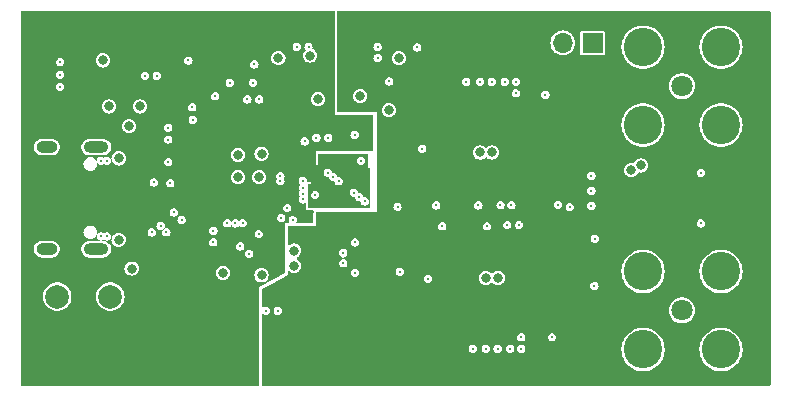
<source format=gbr>
%TF.GenerationSoftware,KiCad,Pcbnew,7.0.7*%
%TF.CreationDate,2024-02-10T10:35:29-08:00*%
%TF.ProjectId,Bandit_Dev_Platform,42616e64-6974-45f4-9465-765f506c6174,rev?*%
%TF.SameCoordinates,Original*%
%TF.FileFunction,Copper,L2,Inr*%
%TF.FilePolarity,Positive*%
%FSLAX46Y46*%
G04 Gerber Fmt 4.6, Leading zero omitted, Abs format (unit mm)*
G04 Created by KiCad (PCBNEW 7.0.7) date 2024-02-10 10:35:29*
%MOMM*%
%LPD*%
G01*
G04 APERTURE LIST*
%TA.AperFunction,ComponentPad*%
%ADD10C,2.000000*%
%TD*%
%TA.AperFunction,ComponentPad*%
%ADD11O,2.100000X1.000000*%
%TD*%
%TA.AperFunction,ComponentPad*%
%ADD12O,1.800000X1.000000*%
%TD*%
%TA.AperFunction,ComponentPad*%
%ADD13C,1.800000*%
%TD*%
%TA.AperFunction,ComponentPad*%
%ADD14C,3.250000*%
%TD*%
%TA.AperFunction,ComponentPad*%
%ADD15R,1.700000X1.700000*%
%TD*%
%TA.AperFunction,ComponentPad*%
%ADD16O,1.700000X1.700000*%
%TD*%
%TA.AperFunction,ViaPad*%
%ADD17C,0.800000*%
%TD*%
%TA.AperFunction,ViaPad*%
%ADD18C,0.300000*%
%TD*%
G04 APERTURE END LIST*
D10*
%TO.N,Net-(SW1-A)*%
%TO.C,SW1*%
X27600000Y-44200000D03*
%TO.N,GND*%
X23100000Y-44200000D03*
%TD*%
D11*
%TO.N,GND*%
%TO.C,P1*%
X26405000Y-31550000D03*
D12*
X22225000Y-31550000D03*
D11*
X26405000Y-40190000D03*
D12*
X22225000Y-40190000D03*
%TD*%
D13*
%TO.N,/WGN_OUT_PORT*%
%TO.C,J6*%
X76000000Y-26375000D03*
D14*
%TO.N,GND*%
X72700000Y-23075000D03*
X72700000Y-29675000D03*
X79300000Y-23075000D03*
X79300000Y-29675000D03*
%TD*%
D15*
%TO.N,/WGN_OUT_PORT*%
%TO.C,J12*%
X68440000Y-22725000D03*
D16*
%TO.N,/WGN_OUT*%
X65900000Y-22725000D03*
%TD*%
D13*
%TO.N,Net-(J5-In)*%
%TO.C,J5*%
X76000000Y-45375000D03*
D14*
%TO.N,GND*%
X72700000Y-42075000D03*
X72700000Y-48675000D03*
X79300000Y-42075000D03*
X79300000Y-48675000D03*
%TD*%
D17*
%TO.N,+3V3*%
X21800000Y-38200000D03*
X21300000Y-37500000D03*
X20800000Y-36800000D03*
X21600000Y-33500000D03*
X21100000Y-34200000D03*
X20800000Y-35000000D03*
X20700000Y-35900000D03*
X21900000Y-35900000D03*
X22500000Y-35300000D03*
X23200000Y-35800000D03*
X24100000Y-37300000D03*
X24099312Y-34400688D03*
D18*
X40200000Y-28400000D03*
X39200000Y-28460000D03*
%TO.N,GND*%
X39200000Y-27500000D03*
X52100000Y-42090000D03*
%TO.N,VDDA*%
X50180000Y-41400000D03*
X50180000Y-40400000D03*
%TO.N,GND*%
X51910000Y-36600000D03*
X68610000Y-39300000D03*
X68580000Y-43300000D03*
%TO.N,VDDA*%
X67620000Y-43300000D03*
%TO.N,+3V3*%
X36480000Y-28200000D03*
X33460000Y-32810000D03*
X34570000Y-30180000D03*
X45050000Y-31710000D03*
X37260000Y-39600000D03*
X30450000Y-26490000D03*
X46050000Y-31710000D03*
D17*
X33642500Y-26890000D03*
X35400000Y-23350000D03*
D18*
X30420589Y-38090589D03*
D17*
X30862500Y-23700000D03*
D18*
X37280000Y-38620000D03*
X31450000Y-26490000D03*
X40367500Y-35800000D03*
D17*
X28850000Y-24200000D03*
D18*
X28800000Y-26200000D03*
D17*
%TO.N,GND*%
X52025000Y-24025000D03*
D18*
X77600000Y-33730000D03*
X41770000Y-45380000D03*
X23340000Y-26450000D03*
X48220000Y-35410000D03*
D17*
X28300000Y-39400000D03*
D18*
X27300000Y-39100000D03*
X77600000Y-38000000D03*
X53575000Y-23105000D03*
X61939800Y-26022600D03*
X61000000Y-26020000D03*
D17*
X29400000Y-41825000D03*
X51175000Y-28425000D03*
D18*
X31850000Y-38210000D03*
X47310000Y-40480000D03*
X46470000Y-34080000D03*
X32350000Y-38750000D03*
X32500000Y-32810000D03*
D17*
X28300000Y-32500000D03*
X59390200Y-42622500D03*
D18*
X42000000Y-34400000D03*
D17*
X27500000Y-28100000D03*
D18*
X61557100Y-36454600D03*
D17*
X40400000Y-32100000D03*
D18*
X46920000Y-34430000D03*
D17*
X38400000Y-34100000D03*
D18*
X59390200Y-48602500D03*
X30530000Y-25500000D03*
X34530000Y-28170000D03*
X40770000Y-45380000D03*
D17*
X48750000Y-27225000D03*
D18*
X58290200Y-48602500D03*
X50225000Y-23055000D03*
D17*
X40200000Y-34100000D03*
D18*
X31530000Y-25500000D03*
X62190200Y-38142500D03*
D17*
X29200000Y-29775000D03*
D18*
X27300000Y-32700000D03*
D17*
X45175000Y-27487500D03*
D18*
X62390200Y-48602500D03*
X31099411Y-38769411D03*
X48820000Y-32700000D03*
X48310000Y-39610000D03*
D17*
X37134668Y-42178675D03*
D18*
X44050000Y-31060000D03*
X57730700Y-26020000D03*
X60630000Y-36454600D03*
X46050000Y-30750000D03*
X44375000Y-23055000D03*
X58763100Y-36480000D03*
X51205000Y-25975000D03*
D17*
X40400000Y-42400000D03*
D18*
X60390200Y-48602500D03*
D17*
X43170000Y-41600000D03*
D18*
X49120000Y-36140000D03*
X23340000Y-25400000D03*
X59490200Y-38242500D03*
X26800000Y-32700000D03*
X58900000Y-26020000D03*
D17*
X30100000Y-28100000D03*
D18*
X34570000Y-29220000D03*
D17*
X60390200Y-42622500D03*
D18*
X36480000Y-27240000D03*
X23340000Y-24350000D03*
X32970000Y-37070000D03*
X47310000Y-41370000D03*
D17*
X58900000Y-32000000D03*
X38400000Y-32200000D03*
X71700000Y-33500000D03*
D18*
X32490000Y-30900000D03*
D17*
X41825000Y-24025000D03*
D18*
X32670589Y-34599411D03*
D17*
X26950000Y-24200000D03*
X44506500Y-23793500D03*
D18*
X50225000Y-23995000D03*
X33630000Y-37700000D03*
X32490000Y-29900000D03*
X61450200Y-48602500D03*
D17*
X59900000Y-32000000D03*
X43170000Y-40300000D03*
D18*
X36300000Y-39600000D03*
X31280589Y-34529411D03*
X66500000Y-36620000D03*
X65500000Y-36420000D03*
D17*
X72500000Y-33100000D03*
D18*
X48275000Y-30505000D03*
X61190200Y-38142500D03*
X40200000Y-27500000D03*
X45050000Y-30750000D03*
X36320000Y-38620000D03*
X44930000Y-35600000D03*
X26800000Y-39100000D03*
X59900000Y-26020000D03*
X43375000Y-23055000D03*
X46010000Y-33710000D03*
X48670000Y-35780000D03*
X48310000Y-42190000D03*
X42000000Y-34000000D03*
%TO.N,VDDA*%
X50245000Y-25975000D03*
X41770000Y-44420000D03*
X78700000Y-38000000D03*
X67700000Y-37780000D03*
D17*
X52025000Y-22125000D03*
D18*
X58900000Y-26980000D03*
X59900000Y-26980000D03*
X66500000Y-37600000D03*
X53575000Y-22145000D03*
X49000000Y-25675000D03*
X78700000Y-33730000D03*
X50225000Y-24955000D03*
X60390200Y-47642500D03*
X69000000Y-37780000D03*
X59390200Y-47642500D03*
X40770000Y-44420000D03*
X50225000Y-22095000D03*
%TO.N,Net-(U10A-+)*%
X64427300Y-27094700D03*
X61939800Y-26982600D03*
%TO.N,Net-(C39-Pad2)*%
X54000600Y-31680900D03*
X55194400Y-36480000D03*
%TO.N,Net-(C40-Pad2)*%
X55690200Y-38242500D03*
X54490200Y-42697500D03*
%TO.N,Net-(U9B-+)*%
X62390200Y-47642500D03*
X64990200Y-47632500D03*
%TO.N,/LED_B*%
X39795000Y-24535000D03*
X43906597Y-34978940D03*
%TO.N,/LED_G*%
X39670000Y-26100000D03*
X43900079Y-35478400D03*
%TO.N,/LED_R*%
X43899956Y-35977902D03*
X37710000Y-26100000D03*
%TO.N,/USER_LED*%
X34200000Y-24210000D03*
X43886905Y-34400000D03*
%TO.N,/ADC_SDI*%
X40170000Y-38900000D03*
X38798074Y-37971925D03*
%TO.N,/ADC_CSN*%
X37500000Y-37990000D03*
X38600000Y-39950000D03*
%TO.N,/ADC_SCK*%
X39350000Y-40585000D03*
X38193262Y-38002803D03*
%TO.N,/~{PGA_CS}*%
X68325000Y-33970000D03*
X43044500Y-37706525D03*
%TO.N,/PGA_SCK*%
X68325000Y-36510000D03*
X42071896Y-37537358D03*
%TO.N,/PGA_SI*%
X42570000Y-36700000D03*
X68325000Y-35240000D03*
%TD*%
%TA.AperFunction,Conductor*%
%TO.N,VDDA*%
G36*
X83442539Y-20020185D02*
G01*
X83488294Y-20072989D01*
X83499500Y-20124500D01*
X83499500Y-51625500D01*
X83479815Y-51692539D01*
X83427011Y-51738294D01*
X83375500Y-51749500D01*
X40524000Y-51749500D01*
X40456961Y-51729815D01*
X40411206Y-51677011D01*
X40400000Y-51625500D01*
X40400000Y-48602502D01*
X57935331Y-48602502D01*
X57952698Y-48712158D01*
X58003104Y-48811085D01*
X58003109Y-48811092D01*
X58081607Y-48889590D01*
X58081610Y-48889592D01*
X58081613Y-48889595D01*
X58180539Y-48940000D01*
X58180541Y-48940001D01*
X58290198Y-48957369D01*
X58290200Y-48957369D01*
X58290202Y-48957369D01*
X58399858Y-48940001D01*
X58399859Y-48940000D01*
X58399861Y-48940000D01*
X58498787Y-48889595D01*
X58577295Y-48811087D01*
X58627700Y-48712161D01*
X58627700Y-48712159D01*
X58627701Y-48712158D01*
X58645069Y-48602502D01*
X59035331Y-48602502D01*
X59052698Y-48712158D01*
X59103104Y-48811085D01*
X59103109Y-48811092D01*
X59181607Y-48889590D01*
X59181610Y-48889592D01*
X59181613Y-48889595D01*
X59280539Y-48940000D01*
X59280541Y-48940001D01*
X59390198Y-48957369D01*
X59390200Y-48957369D01*
X59390202Y-48957369D01*
X59499858Y-48940001D01*
X59499859Y-48940000D01*
X59499861Y-48940000D01*
X59598787Y-48889595D01*
X59677295Y-48811087D01*
X59727700Y-48712161D01*
X59727700Y-48712159D01*
X59727701Y-48712158D01*
X59745069Y-48602502D01*
X60035331Y-48602502D01*
X60052698Y-48712158D01*
X60103104Y-48811085D01*
X60103109Y-48811092D01*
X60181607Y-48889590D01*
X60181610Y-48889592D01*
X60181613Y-48889595D01*
X60280539Y-48940000D01*
X60280541Y-48940001D01*
X60390198Y-48957369D01*
X60390200Y-48957369D01*
X60390202Y-48957369D01*
X60499858Y-48940001D01*
X60499859Y-48940000D01*
X60499861Y-48940000D01*
X60598787Y-48889595D01*
X60677295Y-48811087D01*
X60727700Y-48712161D01*
X60727700Y-48712159D01*
X60727701Y-48712158D01*
X60745069Y-48602502D01*
X61095331Y-48602502D01*
X61112698Y-48712158D01*
X61163104Y-48811085D01*
X61163109Y-48811092D01*
X61241607Y-48889590D01*
X61241610Y-48889592D01*
X61241613Y-48889595D01*
X61340539Y-48940000D01*
X61340541Y-48940001D01*
X61450198Y-48957369D01*
X61450200Y-48957369D01*
X61450202Y-48957369D01*
X61559858Y-48940001D01*
X61559859Y-48940000D01*
X61559861Y-48940000D01*
X61658787Y-48889595D01*
X61737295Y-48811087D01*
X61787700Y-48712161D01*
X61797726Y-48648854D01*
X61819291Y-48603364D01*
X61818501Y-48601634D01*
X62021106Y-48601634D01*
X62042672Y-48648856D01*
X62052698Y-48712158D01*
X62103104Y-48811085D01*
X62103109Y-48811092D01*
X62181607Y-48889590D01*
X62181610Y-48889592D01*
X62181613Y-48889595D01*
X62280539Y-48940000D01*
X62280541Y-48940001D01*
X62390198Y-48957369D01*
X62390200Y-48957369D01*
X62390202Y-48957369D01*
X62499858Y-48940001D01*
X62499859Y-48940000D01*
X62499861Y-48940000D01*
X62598787Y-48889595D01*
X62677295Y-48811087D01*
X62727700Y-48712161D01*
X62727700Y-48712159D01*
X62727701Y-48712158D01*
X62733586Y-48675003D01*
X70869381Y-48675003D01*
X70889827Y-48947839D01*
X70889827Y-48947840D01*
X70950706Y-49214570D01*
X70950708Y-49214579D01*
X70950710Y-49214584D01*
X71050669Y-49469276D01*
X71187472Y-49706224D01*
X71325257Y-49879002D01*
X71358064Y-49920141D01*
X71547399Y-50095817D01*
X71558628Y-50106236D01*
X71784691Y-50260363D01*
X71784696Y-50260365D01*
X71784697Y-50260366D01*
X71784698Y-50260367D01*
X71915618Y-50323414D01*
X72031196Y-50379073D01*
X72031197Y-50379073D01*
X72031200Y-50379075D01*
X72292649Y-50459722D01*
X72292650Y-50459722D01*
X72292653Y-50459723D01*
X72563190Y-50500499D01*
X72563195Y-50500499D01*
X72563198Y-50500500D01*
X72563199Y-50500500D01*
X72836801Y-50500500D01*
X72836802Y-50500500D01*
X72836809Y-50500499D01*
X73107346Y-50459723D01*
X73107347Y-50459722D01*
X73107351Y-50459722D01*
X73368800Y-50379075D01*
X73615310Y-50260363D01*
X73841372Y-50106236D01*
X74041939Y-49920137D01*
X74212528Y-49706224D01*
X74349331Y-49469276D01*
X74449290Y-49214584D01*
X74510172Y-48947840D01*
X74520420Y-48811092D01*
X74530619Y-48675003D01*
X77469381Y-48675003D01*
X77489827Y-48947839D01*
X77489827Y-48947840D01*
X77550706Y-49214570D01*
X77550708Y-49214579D01*
X77550710Y-49214584D01*
X77650669Y-49469276D01*
X77787472Y-49706224D01*
X77925257Y-49879002D01*
X77958064Y-49920141D01*
X78147399Y-50095817D01*
X78158628Y-50106236D01*
X78384691Y-50260363D01*
X78384696Y-50260365D01*
X78384697Y-50260366D01*
X78384698Y-50260367D01*
X78515618Y-50323414D01*
X78631196Y-50379073D01*
X78631197Y-50379073D01*
X78631200Y-50379075D01*
X78892649Y-50459722D01*
X78892650Y-50459722D01*
X78892653Y-50459723D01*
X79163190Y-50500499D01*
X79163195Y-50500499D01*
X79163198Y-50500500D01*
X79163199Y-50500500D01*
X79436801Y-50500500D01*
X79436802Y-50500500D01*
X79436809Y-50500499D01*
X79707346Y-50459723D01*
X79707347Y-50459722D01*
X79707351Y-50459722D01*
X79968800Y-50379075D01*
X80215310Y-50260363D01*
X80441372Y-50106236D01*
X80641939Y-49920137D01*
X80812528Y-49706224D01*
X80949331Y-49469276D01*
X81049290Y-49214584D01*
X81110172Y-48947840D01*
X81120420Y-48811092D01*
X81130619Y-48675003D01*
X81130619Y-48674996D01*
X81110172Y-48402160D01*
X81110172Y-48402159D01*
X81049293Y-48135429D01*
X81049292Y-48135428D01*
X81049290Y-48135416D01*
X80949331Y-47880724D01*
X80812528Y-47643776D01*
X80641939Y-47429863D01*
X80641938Y-47429862D01*
X80641935Y-47429858D01*
X80441372Y-47243764D01*
X80441371Y-47243763D01*
X80215310Y-47089637D01*
X80215306Y-47089635D01*
X80215303Y-47089633D01*
X80215302Y-47089632D01*
X79968802Y-46970926D01*
X79968804Y-46970926D01*
X79707352Y-46890278D01*
X79707346Y-46890276D01*
X79436809Y-46849500D01*
X79436802Y-46849500D01*
X79163198Y-46849500D01*
X79163190Y-46849500D01*
X78892653Y-46890276D01*
X78892647Y-46890278D01*
X78631196Y-46970926D01*
X78384698Y-47089632D01*
X78384697Y-47089633D01*
X78158627Y-47243764D01*
X77958064Y-47429858D01*
X77787472Y-47643776D01*
X77650669Y-47880723D01*
X77550712Y-48135410D01*
X77550706Y-48135429D01*
X77489827Y-48402159D01*
X77489827Y-48402160D01*
X77469381Y-48674996D01*
X77469381Y-48675003D01*
X74530619Y-48675003D01*
X74530619Y-48674996D01*
X74510172Y-48402160D01*
X74510172Y-48402159D01*
X74449293Y-48135429D01*
X74449292Y-48135428D01*
X74449290Y-48135416D01*
X74349331Y-47880724D01*
X74212528Y-47643776D01*
X74041939Y-47429863D01*
X74041938Y-47429862D01*
X74041935Y-47429858D01*
X73841372Y-47243764D01*
X73841372Y-47243763D01*
X73615310Y-47089637D01*
X73615306Y-47089635D01*
X73615303Y-47089633D01*
X73615302Y-47089632D01*
X73368802Y-46970926D01*
X73368804Y-46970926D01*
X73107352Y-46890278D01*
X73107346Y-46890276D01*
X72836809Y-46849500D01*
X72836802Y-46849500D01*
X72563198Y-46849500D01*
X72563190Y-46849500D01*
X72292653Y-46890276D01*
X72292647Y-46890278D01*
X72031196Y-46970926D01*
X71784698Y-47089632D01*
X71784697Y-47089633D01*
X71558627Y-47243764D01*
X71358064Y-47429858D01*
X71187472Y-47643776D01*
X71050669Y-47880723D01*
X70950712Y-48135410D01*
X70950706Y-48135429D01*
X70889827Y-48402159D01*
X70889827Y-48402160D01*
X70869381Y-48674996D01*
X70869381Y-48675003D01*
X62733586Y-48675003D01*
X62745069Y-48602502D01*
X62745069Y-48602497D01*
X62727701Y-48492841D01*
X62681497Y-48402160D01*
X62677295Y-48393913D01*
X62677292Y-48393910D01*
X62677290Y-48393907D01*
X62598792Y-48315409D01*
X62598788Y-48315406D01*
X62598787Y-48315405D01*
X62594943Y-48313446D01*
X62499858Y-48264998D01*
X62390202Y-48247631D01*
X62390198Y-48247631D01*
X62280541Y-48264998D01*
X62181614Y-48315404D01*
X62181607Y-48315409D01*
X62103109Y-48393907D01*
X62103104Y-48393914D01*
X62052699Y-48492841D01*
X62042672Y-48556144D01*
X62021106Y-48601634D01*
X61818501Y-48601634D01*
X61797726Y-48556143D01*
X61787700Y-48492839D01*
X61737295Y-48393913D01*
X61737292Y-48393910D01*
X61737290Y-48393907D01*
X61658792Y-48315409D01*
X61658788Y-48315406D01*
X61658787Y-48315405D01*
X61654943Y-48313446D01*
X61559858Y-48264998D01*
X61450202Y-48247631D01*
X61450198Y-48247631D01*
X61340541Y-48264998D01*
X61241614Y-48315404D01*
X61241607Y-48315409D01*
X61163109Y-48393907D01*
X61163104Y-48393914D01*
X61112698Y-48492841D01*
X61095331Y-48602497D01*
X61095331Y-48602502D01*
X60745069Y-48602502D01*
X60745069Y-48602497D01*
X60727701Y-48492841D01*
X60681497Y-48402160D01*
X60677295Y-48393913D01*
X60677292Y-48393910D01*
X60677290Y-48393907D01*
X60598792Y-48315409D01*
X60598788Y-48315406D01*
X60598787Y-48315405D01*
X60594943Y-48313446D01*
X60499858Y-48264998D01*
X60390202Y-48247631D01*
X60390198Y-48247631D01*
X60280541Y-48264998D01*
X60181614Y-48315404D01*
X60181607Y-48315409D01*
X60103109Y-48393907D01*
X60103104Y-48393914D01*
X60052698Y-48492841D01*
X60035331Y-48602497D01*
X60035331Y-48602502D01*
X59745069Y-48602502D01*
X59745069Y-48602497D01*
X59727701Y-48492841D01*
X59681497Y-48402160D01*
X59677295Y-48393913D01*
X59677292Y-48393910D01*
X59677290Y-48393907D01*
X59598792Y-48315409D01*
X59598788Y-48315406D01*
X59598787Y-48315405D01*
X59594943Y-48313446D01*
X59499858Y-48264998D01*
X59390202Y-48247631D01*
X59390198Y-48247631D01*
X59280541Y-48264998D01*
X59181614Y-48315404D01*
X59181607Y-48315409D01*
X59103109Y-48393907D01*
X59103104Y-48393914D01*
X59052698Y-48492841D01*
X59035331Y-48602497D01*
X59035331Y-48602502D01*
X58645069Y-48602502D01*
X58645069Y-48602497D01*
X58627701Y-48492841D01*
X58581497Y-48402160D01*
X58577295Y-48393913D01*
X58577292Y-48393910D01*
X58577290Y-48393907D01*
X58498792Y-48315409D01*
X58498788Y-48315406D01*
X58498787Y-48315405D01*
X58494943Y-48313446D01*
X58399858Y-48264998D01*
X58290202Y-48247631D01*
X58290198Y-48247631D01*
X58180541Y-48264998D01*
X58081614Y-48315404D01*
X58081607Y-48315409D01*
X58003109Y-48393907D01*
X58003104Y-48393914D01*
X57952698Y-48492841D01*
X57935331Y-48602497D01*
X57935331Y-48602502D01*
X40400000Y-48602502D01*
X40400000Y-47642502D01*
X62035331Y-47642502D01*
X62052698Y-47752158D01*
X62103104Y-47851085D01*
X62103109Y-47851092D01*
X62181607Y-47929590D01*
X62181610Y-47929592D01*
X62181613Y-47929595D01*
X62260913Y-47970000D01*
X62280541Y-47980001D01*
X62390198Y-47997369D01*
X62390200Y-47997369D01*
X62390202Y-47997369D01*
X62499858Y-47980001D01*
X62499859Y-47980000D01*
X62499861Y-47980000D01*
X62598787Y-47929595D01*
X62677295Y-47851087D01*
X62727700Y-47752161D01*
X62727700Y-47752159D01*
X62727701Y-47752158D01*
X62745069Y-47642502D01*
X62745069Y-47642497D01*
X62743486Y-47632502D01*
X64635331Y-47632502D01*
X64652698Y-47742158D01*
X64703104Y-47841085D01*
X64703109Y-47841092D01*
X64781607Y-47919590D01*
X64781610Y-47919592D01*
X64781613Y-47919595D01*
X64880539Y-47970000D01*
X64880541Y-47970001D01*
X64990198Y-47987369D01*
X64990200Y-47987369D01*
X64990202Y-47987369D01*
X65099858Y-47970001D01*
X65099859Y-47970000D01*
X65099861Y-47970000D01*
X65198787Y-47919595D01*
X65277295Y-47841087D01*
X65327700Y-47742161D01*
X65327700Y-47742159D01*
X65327701Y-47742158D01*
X65345069Y-47632502D01*
X65345069Y-47632497D01*
X65327701Y-47522841D01*
X65327700Y-47522839D01*
X65277295Y-47423913D01*
X65277292Y-47423910D01*
X65277290Y-47423907D01*
X65198792Y-47345409D01*
X65198788Y-47345406D01*
X65198787Y-47345405D01*
X65194943Y-47343446D01*
X65099858Y-47294998D01*
X64990202Y-47277631D01*
X64990198Y-47277631D01*
X64880541Y-47294998D01*
X64781614Y-47345404D01*
X64781607Y-47345409D01*
X64703109Y-47423907D01*
X64703104Y-47423914D01*
X64652698Y-47522841D01*
X64635331Y-47632497D01*
X64635331Y-47632502D01*
X62743486Y-47632502D01*
X62727701Y-47532841D01*
X62722605Y-47522839D01*
X62677295Y-47433913D01*
X62677292Y-47433910D01*
X62677290Y-47433907D01*
X62598792Y-47355409D01*
X62598788Y-47355406D01*
X62598787Y-47355405D01*
X62579159Y-47345404D01*
X62499858Y-47304998D01*
X62390202Y-47287631D01*
X62390198Y-47287631D01*
X62280541Y-47304998D01*
X62181614Y-47355404D01*
X62181607Y-47355409D01*
X62103109Y-47433907D01*
X62103104Y-47433914D01*
X62052698Y-47532841D01*
X62035331Y-47642497D01*
X62035331Y-47642502D01*
X40400000Y-47642502D01*
X40400000Y-45787200D01*
X40419685Y-45720161D01*
X40472489Y-45674406D01*
X40541647Y-45664462D01*
X40580290Y-45676713D01*
X40660339Y-45717500D01*
X40660341Y-45717500D01*
X40660343Y-45717501D01*
X40769998Y-45734869D01*
X40770000Y-45734869D01*
X40770002Y-45734869D01*
X40879658Y-45717501D01*
X40879659Y-45717500D01*
X40879661Y-45717500D01*
X40978587Y-45667095D01*
X41057095Y-45588587D01*
X41107500Y-45489661D01*
X41107500Y-45489659D01*
X41107501Y-45489658D01*
X41124869Y-45380002D01*
X41415131Y-45380002D01*
X41432498Y-45489658D01*
X41482904Y-45588585D01*
X41482909Y-45588592D01*
X41561407Y-45667090D01*
X41561410Y-45667092D01*
X41561413Y-45667095D01*
X41660339Y-45717500D01*
X41660341Y-45717501D01*
X41769998Y-45734869D01*
X41770000Y-45734869D01*
X41770002Y-45734869D01*
X41879658Y-45717501D01*
X41879659Y-45717500D01*
X41879661Y-45717500D01*
X41978587Y-45667095D01*
X42057095Y-45588587D01*
X42107500Y-45489661D01*
X42107500Y-45489659D01*
X42107501Y-45489658D01*
X42124869Y-45380002D01*
X42124869Y-45379997D01*
X42124078Y-45375000D01*
X74894785Y-45375000D01*
X74913602Y-45578082D01*
X74969417Y-45774247D01*
X74969422Y-45774260D01*
X75060327Y-45956821D01*
X75183237Y-46119581D01*
X75333958Y-46256980D01*
X75333960Y-46256982D01*
X75433141Y-46318392D01*
X75507363Y-46364348D01*
X75697544Y-46438024D01*
X75898024Y-46475500D01*
X75898026Y-46475500D01*
X76101974Y-46475500D01*
X76101976Y-46475500D01*
X76302456Y-46438024D01*
X76492637Y-46364348D01*
X76666041Y-46256981D01*
X76816764Y-46119579D01*
X76939673Y-45956821D01*
X77030582Y-45774250D01*
X77086397Y-45578083D01*
X77105215Y-45375000D01*
X77086397Y-45171917D01*
X77030582Y-44975750D01*
X76939673Y-44793179D01*
X76816764Y-44630421D01*
X76816762Y-44630418D01*
X76666041Y-44493019D01*
X76666039Y-44493017D01*
X76492642Y-44385655D01*
X76492635Y-44385651D01*
X76397546Y-44348814D01*
X76302456Y-44311976D01*
X76101976Y-44274500D01*
X75898024Y-44274500D01*
X75697544Y-44311976D01*
X75697541Y-44311976D01*
X75697541Y-44311977D01*
X75507364Y-44385651D01*
X75507357Y-44385655D01*
X75333960Y-44493017D01*
X75333958Y-44493019D01*
X75183237Y-44630418D01*
X75060327Y-44793178D01*
X74969422Y-44975739D01*
X74969417Y-44975752D01*
X74913602Y-45171917D01*
X74894785Y-45374999D01*
X74894785Y-45375000D01*
X42124078Y-45375000D01*
X42107501Y-45270341D01*
X42107500Y-45270339D01*
X42057095Y-45171413D01*
X42057092Y-45171410D01*
X42057090Y-45171407D01*
X41978592Y-45092909D01*
X41978588Y-45092906D01*
X41978587Y-45092905D01*
X41933443Y-45069903D01*
X41879658Y-45042498D01*
X41770002Y-45025131D01*
X41769998Y-45025131D01*
X41660341Y-45042498D01*
X41561414Y-45092904D01*
X41561407Y-45092909D01*
X41482909Y-45171407D01*
X41482904Y-45171414D01*
X41432498Y-45270341D01*
X41415131Y-45379997D01*
X41415131Y-45380002D01*
X41124869Y-45380002D01*
X41124869Y-45379997D01*
X41107501Y-45270341D01*
X41107500Y-45270339D01*
X41057095Y-45171413D01*
X41057092Y-45171410D01*
X41057090Y-45171407D01*
X40978592Y-45092909D01*
X40978588Y-45092906D01*
X40978587Y-45092905D01*
X40933443Y-45069903D01*
X40879658Y-45042498D01*
X40770002Y-45025131D01*
X40769998Y-45025131D01*
X40660341Y-45042498D01*
X40580294Y-45083284D01*
X40511624Y-45096180D01*
X40446884Y-45069903D01*
X40406628Y-45012796D01*
X40400000Y-44972799D01*
X40400000Y-43673610D01*
X40419685Y-43606571D01*
X40464620Y-43564752D01*
X40949995Y-43300002D01*
X68225131Y-43300002D01*
X68242498Y-43409658D01*
X68292904Y-43508585D01*
X68292909Y-43508592D01*
X68371407Y-43587090D01*
X68371410Y-43587092D01*
X68371413Y-43587095D01*
X68470339Y-43637500D01*
X68470341Y-43637501D01*
X68579998Y-43654869D01*
X68580000Y-43654869D01*
X68580002Y-43654869D01*
X68689658Y-43637501D01*
X68689659Y-43637500D01*
X68689661Y-43637500D01*
X68788587Y-43587095D01*
X68867095Y-43508587D01*
X68917500Y-43409661D01*
X68917500Y-43409659D01*
X68917501Y-43409658D01*
X68934869Y-43300002D01*
X68934869Y-43299997D01*
X68917501Y-43190341D01*
X68895436Y-43147036D01*
X68867095Y-43091413D01*
X68867092Y-43091410D01*
X68867090Y-43091407D01*
X68788592Y-43012909D01*
X68788588Y-43012906D01*
X68788587Y-43012905D01*
X68774411Y-43005682D01*
X68689658Y-42962498D01*
X68580002Y-42945131D01*
X68579998Y-42945131D01*
X68470341Y-42962498D01*
X68371414Y-43012904D01*
X68371407Y-43012909D01*
X68292909Y-43091407D01*
X68292904Y-43091414D01*
X68242498Y-43190341D01*
X68225131Y-43299997D01*
X68225131Y-43300002D01*
X40949995Y-43300002D01*
X42054579Y-42697502D01*
X54135331Y-42697502D01*
X54152698Y-42807158D01*
X54203104Y-42906085D01*
X54203109Y-42906092D01*
X54281607Y-42984590D01*
X54281610Y-42984592D01*
X54281613Y-42984595D01*
X54322999Y-43005682D01*
X54380541Y-43035001D01*
X54490198Y-43052369D01*
X54490200Y-43052369D01*
X54490202Y-43052369D01*
X54599858Y-43035001D01*
X54599859Y-43035000D01*
X54599861Y-43035000D01*
X54698787Y-42984595D01*
X54777295Y-42906087D01*
X54827700Y-42807161D01*
X54827700Y-42807159D01*
X54827701Y-42807158D01*
X54845069Y-42697502D01*
X54845069Y-42697497D01*
X54833191Y-42622501D01*
X58784518Y-42622501D01*
X58805155Y-42779260D01*
X58805156Y-42779262D01*
X58865330Y-42924536D01*
X58865664Y-42925341D01*
X58961918Y-43050782D01*
X59087359Y-43147036D01*
X59233438Y-43207544D01*
X59311818Y-43217862D01*
X59390199Y-43228182D01*
X59390200Y-43228182D01*
X59390201Y-43228182D01*
X59442454Y-43221302D01*
X59546962Y-43207544D01*
X59693041Y-43147036D01*
X59814715Y-43053671D01*
X59879883Y-43028479D01*
X59948327Y-43042517D01*
X59965678Y-43053667D01*
X60087359Y-43147036D01*
X60233438Y-43207544D01*
X60311818Y-43217862D01*
X60390199Y-43228182D01*
X60390200Y-43228182D01*
X60390201Y-43228182D01*
X60442453Y-43221302D01*
X60546962Y-43207544D01*
X60693041Y-43147036D01*
X60818482Y-43050782D01*
X60914736Y-42925341D01*
X60975244Y-42779262D01*
X60995882Y-42622500D01*
X60987227Y-42556762D01*
X60976739Y-42477095D01*
X60975244Y-42465738D01*
X60914736Y-42319659D01*
X60818482Y-42194218D01*
X60693041Y-42097964D01*
X60673814Y-42090000D01*
X60637608Y-42075003D01*
X70869381Y-42075003D01*
X70889827Y-42347839D01*
X70889827Y-42347840D01*
X70950706Y-42614570D01*
X70950708Y-42614579D01*
X70950710Y-42614584D01*
X71050669Y-42869276D01*
X71187472Y-43106224D01*
X71254553Y-43190341D01*
X71358064Y-43320141D01*
X71547399Y-43495817D01*
X71558628Y-43506236D01*
X71784691Y-43660363D01*
X71784696Y-43660365D01*
X71784697Y-43660366D01*
X71784698Y-43660367D01*
X71915618Y-43723414D01*
X72031196Y-43779073D01*
X72031197Y-43779073D01*
X72031200Y-43779075D01*
X72292649Y-43859722D01*
X72292650Y-43859722D01*
X72292653Y-43859723D01*
X72563190Y-43900499D01*
X72563195Y-43900499D01*
X72563198Y-43900500D01*
X72563199Y-43900500D01*
X72836801Y-43900500D01*
X72836802Y-43900500D01*
X72836809Y-43900499D01*
X73107346Y-43859723D01*
X73107347Y-43859722D01*
X73107351Y-43859722D01*
X73368800Y-43779075D01*
X73615310Y-43660363D01*
X73841372Y-43506236D01*
X74041939Y-43320137D01*
X74212528Y-43106224D01*
X74349331Y-42869276D01*
X74449290Y-42614584D01*
X74510172Y-42347840D01*
X74528898Y-42097963D01*
X74530619Y-42075003D01*
X77469381Y-42075003D01*
X77489827Y-42347839D01*
X77489827Y-42347840D01*
X77550706Y-42614570D01*
X77550708Y-42614579D01*
X77550710Y-42614584D01*
X77650669Y-42869276D01*
X77787472Y-43106224D01*
X77854553Y-43190341D01*
X77958064Y-43320141D01*
X78147399Y-43495817D01*
X78158628Y-43506236D01*
X78384691Y-43660363D01*
X78384696Y-43660365D01*
X78384697Y-43660366D01*
X78384698Y-43660367D01*
X78515618Y-43723414D01*
X78631196Y-43779073D01*
X78631197Y-43779073D01*
X78631200Y-43779075D01*
X78892649Y-43859722D01*
X78892650Y-43859722D01*
X78892653Y-43859723D01*
X79163190Y-43900499D01*
X79163195Y-43900499D01*
X79163198Y-43900500D01*
X79163199Y-43900500D01*
X79436801Y-43900500D01*
X79436802Y-43900500D01*
X79436809Y-43900499D01*
X79707346Y-43859723D01*
X79707347Y-43859722D01*
X79707351Y-43859722D01*
X79968800Y-43779075D01*
X80215310Y-43660363D01*
X80441372Y-43506236D01*
X80641939Y-43320137D01*
X80812528Y-43106224D01*
X80949331Y-42869276D01*
X81049290Y-42614584D01*
X81110172Y-42347840D01*
X81128898Y-42097963D01*
X81130619Y-42075003D01*
X81130619Y-42074996D01*
X81110172Y-41802160D01*
X81110172Y-41802159D01*
X81049293Y-41535429D01*
X81049292Y-41535428D01*
X81049290Y-41535416D01*
X80949331Y-41280724D01*
X80812528Y-41043776D01*
X80641939Y-40829863D01*
X80641938Y-40829862D01*
X80641935Y-40829858D01*
X80441372Y-40643764D01*
X80381346Y-40602839D01*
X80215310Y-40489637D01*
X80215306Y-40489635D01*
X80215303Y-40489633D01*
X80215302Y-40489632D01*
X79968802Y-40370926D01*
X79968804Y-40370926D01*
X79707352Y-40290278D01*
X79707346Y-40290276D01*
X79436809Y-40249500D01*
X79436802Y-40249500D01*
X79163198Y-40249500D01*
X79163190Y-40249500D01*
X78892653Y-40290276D01*
X78892647Y-40290278D01*
X78631196Y-40370926D01*
X78384698Y-40489632D01*
X78384697Y-40489633D01*
X78158627Y-40643764D01*
X77958064Y-40829858D01*
X77787472Y-41043776D01*
X77650669Y-41280723D01*
X77550712Y-41535410D01*
X77550706Y-41535429D01*
X77489827Y-41802159D01*
X77489827Y-41802160D01*
X77469381Y-42074996D01*
X77469381Y-42075003D01*
X74530619Y-42075003D01*
X74530619Y-42074996D01*
X74510172Y-41802160D01*
X74510172Y-41802159D01*
X74449293Y-41535429D01*
X74449292Y-41535428D01*
X74449290Y-41535416D01*
X74349331Y-41280724D01*
X74212528Y-41043776D01*
X74041939Y-40829863D01*
X74041938Y-40829862D01*
X74041935Y-40829858D01*
X73841372Y-40643764D01*
X73781346Y-40602839D01*
X73615310Y-40489637D01*
X73615306Y-40489635D01*
X73615303Y-40489633D01*
X73615302Y-40489632D01*
X73368802Y-40370926D01*
X73368804Y-40370926D01*
X73107352Y-40290278D01*
X73107346Y-40290276D01*
X72836809Y-40249500D01*
X72836802Y-40249500D01*
X72563198Y-40249500D01*
X72563190Y-40249500D01*
X72292653Y-40290276D01*
X72292647Y-40290278D01*
X72031196Y-40370926D01*
X71784698Y-40489632D01*
X71784697Y-40489633D01*
X71558627Y-40643764D01*
X71358064Y-40829858D01*
X71187472Y-41043776D01*
X71050669Y-41280723D01*
X70950712Y-41535410D01*
X70950706Y-41535429D01*
X70889827Y-41802159D01*
X70889827Y-41802160D01*
X70869381Y-42074996D01*
X70869381Y-42075003D01*
X60637608Y-42075003D01*
X60546962Y-42037456D01*
X60546960Y-42037455D01*
X60390201Y-42016818D01*
X60390199Y-42016818D01*
X60233439Y-42037455D01*
X60233437Y-42037456D01*
X60087357Y-42097964D01*
X59965686Y-42191326D01*
X59900517Y-42216520D01*
X59832072Y-42202481D01*
X59814714Y-42191326D01*
X59693042Y-42097964D01*
X59546962Y-42037456D01*
X59546960Y-42037455D01*
X59390201Y-42016818D01*
X59390199Y-42016818D01*
X59233439Y-42037455D01*
X59233437Y-42037456D01*
X59087360Y-42097963D01*
X58961918Y-42194218D01*
X58865663Y-42319660D01*
X58805156Y-42465737D01*
X58805155Y-42465739D01*
X58784518Y-42622498D01*
X58784518Y-42622501D01*
X54833191Y-42622501D01*
X54827701Y-42587841D01*
X54827700Y-42587839D01*
X54777295Y-42488913D01*
X54777292Y-42488910D01*
X54777290Y-42488907D01*
X54698792Y-42410409D01*
X54698788Y-42410406D01*
X54698787Y-42410405D01*
X54675589Y-42398585D01*
X54599858Y-42359998D01*
X54490202Y-42342631D01*
X54490198Y-42342631D01*
X54380541Y-42359998D01*
X54281614Y-42410404D01*
X54281607Y-42410409D01*
X54203109Y-42488907D01*
X54203104Y-42488914D01*
X54152698Y-42587841D01*
X54135331Y-42697497D01*
X54135331Y-42697502D01*
X42054579Y-42697502D01*
X42600000Y-42400000D01*
X42600000Y-42170983D01*
X42619685Y-42103945D01*
X42672489Y-42058190D01*
X42741647Y-42048246D01*
X42799485Y-42072608D01*
X42831481Y-42097159D01*
X42867157Y-42124535D01*
X42867158Y-42124535D01*
X42867159Y-42124536D01*
X43013238Y-42185044D01*
X43050860Y-42189997D01*
X43169999Y-42205682D01*
X43170000Y-42205682D01*
X43170001Y-42205682D01*
X43257078Y-42194218D01*
X43289102Y-42190002D01*
X47955131Y-42190002D01*
X47972498Y-42299658D01*
X48022904Y-42398585D01*
X48022909Y-42398592D01*
X48101407Y-42477090D01*
X48101410Y-42477092D01*
X48101413Y-42477095D01*
X48200339Y-42527500D01*
X48200341Y-42527501D01*
X48309998Y-42544869D01*
X48310000Y-42544869D01*
X48310002Y-42544869D01*
X48419658Y-42527501D01*
X48419659Y-42527500D01*
X48419661Y-42527500D01*
X48518587Y-42477095D01*
X48597095Y-42398587D01*
X48647500Y-42299661D01*
X48647500Y-42299659D01*
X48647501Y-42299658D01*
X48664869Y-42190002D01*
X48664869Y-42189997D01*
X48649031Y-42090002D01*
X51745131Y-42090002D01*
X51762498Y-42199658D01*
X51812904Y-42298585D01*
X51812909Y-42298592D01*
X51891407Y-42377090D01*
X51891410Y-42377092D01*
X51891413Y-42377095D01*
X51933590Y-42398585D01*
X51990341Y-42427501D01*
X52099998Y-42444869D01*
X52100000Y-42444869D01*
X52100002Y-42444869D01*
X52209658Y-42427501D01*
X52209659Y-42427500D01*
X52209661Y-42427500D01*
X52308587Y-42377095D01*
X52387095Y-42298587D01*
X52437500Y-42199661D01*
X52437500Y-42199659D01*
X52437501Y-42199658D01*
X52454869Y-42090002D01*
X52454869Y-42089997D01*
X52437501Y-41980341D01*
X52433107Y-41971718D01*
X52387095Y-41881413D01*
X52387092Y-41881410D01*
X52387090Y-41881407D01*
X52308592Y-41802909D01*
X52308588Y-41802906D01*
X52308587Y-41802905D01*
X52291734Y-41794318D01*
X52209658Y-41752498D01*
X52100002Y-41735131D01*
X52099998Y-41735131D01*
X51990341Y-41752498D01*
X51891414Y-41802904D01*
X51891407Y-41802909D01*
X51812909Y-41881407D01*
X51812904Y-41881414D01*
X51762498Y-41980341D01*
X51745131Y-42089997D01*
X51745131Y-42090002D01*
X48649031Y-42090002D01*
X48647501Y-42080341D01*
X48643561Y-42072609D01*
X48597095Y-41981413D01*
X48597092Y-41981410D01*
X48597090Y-41981407D01*
X48518592Y-41902909D01*
X48518588Y-41902906D01*
X48518587Y-41902905D01*
X48514743Y-41900946D01*
X48419658Y-41852498D01*
X48310002Y-41835131D01*
X48309998Y-41835131D01*
X48200341Y-41852498D01*
X48101414Y-41902904D01*
X48101407Y-41902909D01*
X48022909Y-41981407D01*
X48022904Y-41981414D01*
X47972498Y-42080341D01*
X47955131Y-42189997D01*
X47955131Y-42190002D01*
X43289102Y-42190002D01*
X43326762Y-42185044D01*
X43472841Y-42124536D01*
X43598282Y-42028282D01*
X43694536Y-41902841D01*
X43755044Y-41756762D01*
X43775682Y-41600000D01*
X43767179Y-41535416D01*
X43755044Y-41443239D01*
X43755044Y-41443238D01*
X43724709Y-41370002D01*
X46955131Y-41370002D01*
X46972498Y-41479658D01*
X47022904Y-41578585D01*
X47022909Y-41578592D01*
X47101407Y-41657090D01*
X47101410Y-41657092D01*
X47101413Y-41657095D01*
X47200339Y-41707500D01*
X47200341Y-41707501D01*
X47309998Y-41724869D01*
X47310000Y-41724869D01*
X47310002Y-41724869D01*
X47419658Y-41707501D01*
X47419659Y-41707500D01*
X47419661Y-41707500D01*
X47518587Y-41657095D01*
X47597095Y-41578587D01*
X47647500Y-41479661D01*
X47647500Y-41479659D01*
X47647501Y-41479658D01*
X47664869Y-41370002D01*
X47664869Y-41369997D01*
X47647501Y-41260341D01*
X47647500Y-41260339D01*
X47597095Y-41161413D01*
X47597092Y-41161410D01*
X47597090Y-41161407D01*
X47518592Y-41082909D01*
X47518588Y-41082906D01*
X47518587Y-41082905D01*
X47425516Y-41035483D01*
X47374722Y-40987511D01*
X47357926Y-40919690D01*
X47380463Y-40853555D01*
X47425515Y-40814516D01*
X47518587Y-40767095D01*
X47597095Y-40688587D01*
X47647500Y-40589661D01*
X47647500Y-40589659D01*
X47647501Y-40589658D01*
X47664869Y-40480002D01*
X47664869Y-40479997D01*
X47647501Y-40370341D01*
X47611661Y-40300001D01*
X47597095Y-40271413D01*
X47597092Y-40271410D01*
X47597090Y-40271407D01*
X47518592Y-40192909D01*
X47518588Y-40192906D01*
X47518587Y-40192905D01*
X47514743Y-40190946D01*
X47419658Y-40142498D01*
X47310002Y-40125131D01*
X47309998Y-40125131D01*
X47200341Y-40142498D01*
X47101414Y-40192904D01*
X47101407Y-40192909D01*
X47022909Y-40271407D01*
X47022904Y-40271414D01*
X46972498Y-40370341D01*
X46955131Y-40479997D01*
X46955131Y-40480002D01*
X46972498Y-40589658D01*
X47022904Y-40688585D01*
X47022909Y-40688592D01*
X47101407Y-40767090D01*
X47101411Y-40767093D01*
X47101413Y-40767095D01*
X47194483Y-40814516D01*
X47245278Y-40862489D01*
X47262073Y-40930310D01*
X47239536Y-40996445D01*
X47194484Y-41035483D01*
X47116021Y-41075462D01*
X47101411Y-41082906D01*
X47101407Y-41082909D01*
X47022909Y-41161407D01*
X47022904Y-41161414D01*
X46972498Y-41260341D01*
X46955131Y-41369997D01*
X46955131Y-41370002D01*
X43724709Y-41370002D01*
X43694536Y-41297159D01*
X43598282Y-41171718D01*
X43472841Y-41075464D01*
X43472840Y-41075463D01*
X43472838Y-41075462D01*
X43446519Y-41064561D01*
X43392115Y-41020721D01*
X43370050Y-40954427D01*
X43387329Y-40886727D01*
X43438466Y-40839116D01*
X43446519Y-40835439D01*
X43451246Y-40833480D01*
X43472841Y-40824536D01*
X43598282Y-40728282D01*
X43694536Y-40602841D01*
X43755044Y-40456762D01*
X43775682Y-40300000D01*
X43771918Y-40271413D01*
X43755044Y-40143239D01*
X43755044Y-40143238D01*
X43694536Y-39997159D01*
X43598282Y-39871718D01*
X43472841Y-39775464D01*
X43326762Y-39714956D01*
X43326760Y-39714955D01*
X43170001Y-39694318D01*
X43169999Y-39694318D01*
X43013239Y-39714955D01*
X43013237Y-39714956D01*
X42867157Y-39775464D01*
X42799486Y-39827391D01*
X42734317Y-39852585D01*
X42665872Y-39838547D01*
X42615883Y-39789733D01*
X42600000Y-39729015D01*
X42600000Y-39610002D01*
X47955131Y-39610002D01*
X47972498Y-39719658D01*
X48022904Y-39818585D01*
X48022909Y-39818592D01*
X48101407Y-39897090D01*
X48101410Y-39897092D01*
X48101413Y-39897095D01*
X48200339Y-39947500D01*
X48200341Y-39947501D01*
X48309998Y-39964869D01*
X48310000Y-39964869D01*
X48310002Y-39964869D01*
X48419658Y-39947501D01*
X48419659Y-39947500D01*
X48419661Y-39947500D01*
X48518587Y-39897095D01*
X48597095Y-39818587D01*
X48647500Y-39719661D01*
X48647500Y-39719659D01*
X48647501Y-39719658D01*
X48664869Y-39610002D01*
X48664869Y-39609997D01*
X48647501Y-39500341D01*
X48647500Y-39500339D01*
X48597095Y-39401413D01*
X48597092Y-39401410D01*
X48597090Y-39401407D01*
X48518592Y-39322909D01*
X48518588Y-39322906D01*
X48518587Y-39322905D01*
X48473637Y-39300002D01*
X68255131Y-39300002D01*
X68272498Y-39409658D01*
X68322904Y-39508585D01*
X68322909Y-39508592D01*
X68401407Y-39587090D01*
X68401410Y-39587092D01*
X68401413Y-39587095D01*
X68446367Y-39610000D01*
X68500341Y-39637501D01*
X68609998Y-39654869D01*
X68610000Y-39654869D01*
X68610002Y-39654869D01*
X68719658Y-39637501D01*
X68719659Y-39637500D01*
X68719661Y-39637500D01*
X68818587Y-39587095D01*
X68897095Y-39508587D01*
X68947500Y-39409661D01*
X68947500Y-39409659D01*
X68947501Y-39409658D01*
X68964869Y-39300002D01*
X68964869Y-39299997D01*
X68947501Y-39190341D01*
X68945847Y-39187095D01*
X68897095Y-39091413D01*
X68897092Y-39091410D01*
X68897090Y-39091407D01*
X68818592Y-39012909D01*
X68818588Y-39012906D01*
X68818587Y-39012905D01*
X68812220Y-39009661D01*
X68719658Y-38962498D01*
X68610002Y-38945131D01*
X68609998Y-38945131D01*
X68500341Y-38962498D01*
X68401414Y-39012904D01*
X68401407Y-39012909D01*
X68322909Y-39091407D01*
X68322904Y-39091414D01*
X68272498Y-39190341D01*
X68255131Y-39299997D01*
X68255131Y-39300002D01*
X48473637Y-39300002D01*
X48419658Y-39272498D01*
X48310002Y-39255131D01*
X48309998Y-39255131D01*
X48200341Y-39272498D01*
X48101414Y-39322904D01*
X48101407Y-39322909D01*
X48022909Y-39401407D01*
X48022904Y-39401414D01*
X47972498Y-39500341D01*
X47955131Y-39609997D01*
X47955131Y-39610002D01*
X42600000Y-39610002D01*
X42600000Y-38324000D01*
X42619685Y-38256961D01*
X42636372Y-38242502D01*
X55335331Y-38242502D01*
X55352698Y-38352158D01*
X55403104Y-38451085D01*
X55403109Y-38451092D01*
X55481607Y-38529590D01*
X55481610Y-38529592D01*
X55481613Y-38529595D01*
X55546193Y-38562500D01*
X55580541Y-38580001D01*
X55690198Y-38597369D01*
X55690200Y-38597369D01*
X55690202Y-38597369D01*
X55799858Y-38580001D01*
X55799859Y-38580000D01*
X55799861Y-38580000D01*
X55898787Y-38529595D01*
X55977295Y-38451087D01*
X56027700Y-38352161D01*
X56027700Y-38352159D01*
X56027701Y-38352158D01*
X56045069Y-38242502D01*
X59135331Y-38242502D01*
X59152698Y-38352158D01*
X59203104Y-38451085D01*
X59203109Y-38451092D01*
X59281607Y-38529590D01*
X59281610Y-38529592D01*
X59281613Y-38529595D01*
X59346193Y-38562500D01*
X59380541Y-38580001D01*
X59490198Y-38597369D01*
X59490200Y-38597369D01*
X59490202Y-38597369D01*
X59599858Y-38580001D01*
X59599859Y-38580000D01*
X59599861Y-38580000D01*
X59698787Y-38529595D01*
X59777295Y-38451087D01*
X59827700Y-38352161D01*
X59827700Y-38352159D01*
X59827701Y-38352158D01*
X59845069Y-38242502D01*
X59845069Y-38242497D01*
X59829231Y-38142502D01*
X60835331Y-38142502D01*
X60852698Y-38252158D01*
X60903104Y-38351085D01*
X60903109Y-38351092D01*
X60981607Y-38429590D01*
X60981610Y-38429592D01*
X60981613Y-38429595D01*
X61023790Y-38451085D01*
X61080541Y-38480001D01*
X61190198Y-38497369D01*
X61190200Y-38497369D01*
X61190202Y-38497369D01*
X61299858Y-38480001D01*
X61299859Y-38480000D01*
X61299861Y-38480000D01*
X61398787Y-38429595D01*
X61477295Y-38351087D01*
X61527700Y-38252161D01*
X61527700Y-38252159D01*
X61527701Y-38252158D01*
X61545069Y-38142502D01*
X61835331Y-38142502D01*
X61852698Y-38252158D01*
X61903104Y-38351085D01*
X61903109Y-38351092D01*
X61981607Y-38429590D01*
X61981610Y-38429592D01*
X61981613Y-38429595D01*
X62023790Y-38451085D01*
X62080541Y-38480001D01*
X62190198Y-38497369D01*
X62190200Y-38497369D01*
X62190202Y-38497369D01*
X62299858Y-38480001D01*
X62299859Y-38480000D01*
X62299861Y-38480000D01*
X62398787Y-38429595D01*
X62477295Y-38351087D01*
X62527700Y-38252161D01*
X62527700Y-38252159D01*
X62527701Y-38252158D01*
X62545069Y-38142502D01*
X62545069Y-38142497D01*
X62527701Y-38032841D01*
X62510969Y-38000002D01*
X77245131Y-38000002D01*
X77262498Y-38109658D01*
X77312904Y-38208585D01*
X77312909Y-38208592D01*
X77391407Y-38287090D01*
X77391410Y-38287092D01*
X77391413Y-38287095D01*
X77463844Y-38324000D01*
X77490341Y-38337501D01*
X77599998Y-38354869D01*
X77600000Y-38354869D01*
X77600002Y-38354869D01*
X77709658Y-38337501D01*
X77709659Y-38337500D01*
X77709661Y-38337500D01*
X77808587Y-38287095D01*
X77887095Y-38208587D01*
X77937500Y-38109661D01*
X77937500Y-38109659D01*
X77937501Y-38109658D01*
X77954869Y-38000002D01*
X77954869Y-37999997D01*
X77937501Y-37890341D01*
X77919700Y-37855404D01*
X77887095Y-37791413D01*
X77887092Y-37791410D01*
X77887090Y-37791407D01*
X77808592Y-37712909D01*
X77808588Y-37712906D01*
X77808587Y-37712905D01*
X77804743Y-37710946D01*
X77709658Y-37662498D01*
X77600002Y-37645131D01*
X77599998Y-37645131D01*
X77490341Y-37662498D01*
X77391414Y-37712904D01*
X77391407Y-37712909D01*
X77312909Y-37791407D01*
X77312904Y-37791414D01*
X77262498Y-37890341D01*
X77245131Y-37999997D01*
X77245131Y-38000002D01*
X62510969Y-38000002D01*
X62507717Y-37993620D01*
X62477295Y-37933913D01*
X62477292Y-37933910D01*
X62477290Y-37933907D01*
X62398792Y-37855409D01*
X62398788Y-37855406D01*
X62398787Y-37855405D01*
X62338040Y-37824453D01*
X62299858Y-37804998D01*
X62190202Y-37787631D01*
X62190198Y-37787631D01*
X62080541Y-37804998D01*
X61981614Y-37855404D01*
X61981607Y-37855409D01*
X61903109Y-37933907D01*
X61903104Y-37933914D01*
X61852698Y-38032841D01*
X61835331Y-38142497D01*
X61835331Y-38142502D01*
X61545069Y-38142502D01*
X61545069Y-38142497D01*
X61527701Y-38032841D01*
X61507717Y-37993620D01*
X61477295Y-37933913D01*
X61477292Y-37933910D01*
X61477290Y-37933907D01*
X61398792Y-37855409D01*
X61398788Y-37855406D01*
X61398787Y-37855405D01*
X61338040Y-37824453D01*
X61299858Y-37804998D01*
X61190202Y-37787631D01*
X61190198Y-37787631D01*
X61080541Y-37804998D01*
X60981614Y-37855404D01*
X60981607Y-37855409D01*
X60903109Y-37933907D01*
X60903104Y-37933914D01*
X60852698Y-38032841D01*
X60835331Y-38142497D01*
X60835331Y-38142502D01*
X59829231Y-38142502D01*
X59827701Y-38132841D01*
X59782447Y-38044025D01*
X59777295Y-38033913D01*
X59777292Y-38033910D01*
X59777290Y-38033907D01*
X59698792Y-37955409D01*
X59698788Y-37955406D01*
X59698787Y-37955405D01*
X59694943Y-37953446D01*
X59599858Y-37904998D01*
X59490202Y-37887631D01*
X59490198Y-37887631D01*
X59380541Y-37904998D01*
X59281614Y-37955404D01*
X59281607Y-37955409D01*
X59203109Y-38033907D01*
X59203104Y-38033914D01*
X59152698Y-38132841D01*
X59135331Y-38242497D01*
X59135331Y-38242502D01*
X56045069Y-38242502D01*
X56045069Y-38242497D01*
X56027701Y-38132841D01*
X55982447Y-38044025D01*
X55977295Y-38033913D01*
X55977292Y-38033910D01*
X55977290Y-38033907D01*
X55898792Y-37955409D01*
X55898788Y-37955406D01*
X55898787Y-37955405D01*
X55894943Y-37953446D01*
X55799858Y-37904998D01*
X55690202Y-37887631D01*
X55690198Y-37887631D01*
X55580541Y-37904998D01*
X55481614Y-37955404D01*
X55481607Y-37955409D01*
X55403109Y-38033907D01*
X55403104Y-38033914D01*
X55352698Y-38132841D01*
X55335331Y-38242497D01*
X55335331Y-38242502D01*
X42636372Y-38242502D01*
X42672489Y-38211206D01*
X42724000Y-38200000D01*
X45000000Y-38200000D01*
X45000000Y-37124000D01*
X45019685Y-37056961D01*
X45072489Y-37011206D01*
X45124000Y-37000000D01*
X50200000Y-37000000D01*
X50200000Y-36600002D01*
X51555131Y-36600002D01*
X51572498Y-36709658D01*
X51622904Y-36808585D01*
X51622909Y-36808592D01*
X51701407Y-36887090D01*
X51701410Y-36887092D01*
X51701413Y-36887095D01*
X51743594Y-36908587D01*
X51800341Y-36937501D01*
X51909998Y-36954869D01*
X51910000Y-36954869D01*
X51910002Y-36954869D01*
X52019658Y-36937501D01*
X52019659Y-36937500D01*
X52019661Y-36937500D01*
X52118587Y-36887095D01*
X52197095Y-36808587D01*
X52247500Y-36709661D01*
X52247500Y-36709659D01*
X52247501Y-36709658D01*
X52264869Y-36600002D01*
X52264869Y-36599997D01*
X52247501Y-36490341D01*
X52242233Y-36480002D01*
X54839531Y-36480002D01*
X54856898Y-36589658D01*
X54907304Y-36688585D01*
X54907309Y-36688592D01*
X54985807Y-36767090D01*
X54985810Y-36767092D01*
X54985813Y-36767095D01*
X55044682Y-36797090D01*
X55084741Y-36817501D01*
X55194398Y-36834869D01*
X55194400Y-36834869D01*
X55194402Y-36834869D01*
X55304058Y-36817501D01*
X55304059Y-36817500D01*
X55304061Y-36817500D01*
X55402987Y-36767095D01*
X55481495Y-36688587D01*
X55531900Y-36589661D01*
X55531900Y-36589659D01*
X55531901Y-36589658D01*
X55549269Y-36480002D01*
X58408231Y-36480002D01*
X58425598Y-36589658D01*
X58476004Y-36688585D01*
X58476009Y-36688592D01*
X58554507Y-36767090D01*
X58554510Y-36767092D01*
X58554513Y-36767095D01*
X58613382Y-36797090D01*
X58653441Y-36817501D01*
X58763098Y-36834869D01*
X58763100Y-36834869D01*
X58763102Y-36834869D01*
X58872758Y-36817501D01*
X58872759Y-36817500D01*
X58872761Y-36817500D01*
X58971687Y-36767095D01*
X59050195Y-36688587D01*
X59100600Y-36589661D01*
X59100600Y-36589659D01*
X59100601Y-36589658D01*
X59117969Y-36480002D01*
X59117969Y-36479997D01*
X59113947Y-36454602D01*
X60275131Y-36454602D01*
X60292498Y-36564258D01*
X60342904Y-36663185D01*
X60342909Y-36663192D01*
X60421407Y-36741690D01*
X60421410Y-36741692D01*
X60421413Y-36741695D01*
X60471254Y-36767090D01*
X60520341Y-36792101D01*
X60629998Y-36809469D01*
X60630000Y-36809469D01*
X60630002Y-36809469D01*
X60739658Y-36792101D01*
X60739659Y-36792100D01*
X60739661Y-36792100D01*
X60838587Y-36741695D01*
X60917095Y-36663187D01*
X60967500Y-36564261D01*
X60967500Y-36564259D01*
X60967501Y-36564258D01*
X60971077Y-36541681D01*
X61001006Y-36478546D01*
X61039142Y-36454799D01*
X61038539Y-36454399D01*
X61147956Y-36454399D01*
X61188413Y-36481223D01*
X61216023Y-36541681D01*
X61219598Y-36564258D01*
X61270004Y-36663185D01*
X61270009Y-36663192D01*
X61348507Y-36741690D01*
X61348510Y-36741692D01*
X61348513Y-36741695D01*
X61398354Y-36767090D01*
X61447441Y-36792101D01*
X61557098Y-36809469D01*
X61557100Y-36809469D01*
X61557102Y-36809469D01*
X61666758Y-36792101D01*
X61666759Y-36792100D01*
X61666761Y-36792100D01*
X61765687Y-36741695D01*
X61844195Y-36663187D01*
X61894600Y-36564261D01*
X61894600Y-36564259D01*
X61894601Y-36564258D01*
X61911969Y-36454602D01*
X61911969Y-36454597D01*
X61906490Y-36420002D01*
X65145131Y-36420002D01*
X65162498Y-36529658D01*
X65212904Y-36628585D01*
X65212909Y-36628592D01*
X65291407Y-36707090D01*
X65291410Y-36707092D01*
X65291413Y-36707095D01*
X65335696Y-36729658D01*
X65390341Y-36757501D01*
X65499998Y-36774869D01*
X65500000Y-36774869D01*
X65500002Y-36774869D01*
X65609658Y-36757501D01*
X65609659Y-36757500D01*
X65609661Y-36757500D01*
X65708587Y-36707095D01*
X65787095Y-36628587D01*
X65791469Y-36620002D01*
X66145131Y-36620002D01*
X66162498Y-36729658D01*
X66212904Y-36828585D01*
X66212909Y-36828592D01*
X66291407Y-36907090D01*
X66291410Y-36907092D01*
X66291413Y-36907095D01*
X66351087Y-36937500D01*
X66390341Y-36957501D01*
X66499998Y-36974869D01*
X66500000Y-36974869D01*
X66500002Y-36974869D01*
X66609658Y-36957501D01*
X66609659Y-36957500D01*
X66609661Y-36957500D01*
X66708587Y-36907095D01*
X66787095Y-36828587D01*
X66837500Y-36729661D01*
X66837500Y-36729659D01*
X66837501Y-36729658D01*
X66854869Y-36620002D01*
X66854869Y-36619997D01*
X66837501Y-36510341D01*
X66837328Y-36510002D01*
X67970131Y-36510002D01*
X67987498Y-36619658D01*
X68037904Y-36718585D01*
X68037909Y-36718592D01*
X68116407Y-36797090D01*
X68116410Y-36797092D01*
X68116413Y-36797095D01*
X68178216Y-36828585D01*
X68215341Y-36847501D01*
X68324998Y-36864869D01*
X68325000Y-36864869D01*
X68325002Y-36864869D01*
X68434658Y-36847501D01*
X68434659Y-36847500D01*
X68434661Y-36847500D01*
X68533587Y-36797095D01*
X68612095Y-36718587D01*
X68662500Y-36619661D01*
X68662500Y-36619659D01*
X68662501Y-36619658D01*
X68679869Y-36510002D01*
X68679869Y-36509997D01*
X68662501Y-36400341D01*
X68662500Y-36400339D01*
X68612095Y-36301413D01*
X68612092Y-36301410D01*
X68612090Y-36301407D01*
X68533592Y-36222909D01*
X68533588Y-36222906D01*
X68533587Y-36222905D01*
X68495581Y-36203540D01*
X68434658Y-36172498D01*
X68325002Y-36155131D01*
X68324998Y-36155131D01*
X68215341Y-36172498D01*
X68116414Y-36222904D01*
X68116407Y-36222909D01*
X68037909Y-36301407D01*
X68037904Y-36301414D01*
X67987498Y-36400341D01*
X67970131Y-36509997D01*
X67970131Y-36510002D01*
X66837328Y-36510002D01*
X66827857Y-36491413D01*
X66787095Y-36411413D01*
X66787092Y-36411410D01*
X66787090Y-36411407D01*
X66708592Y-36332909D01*
X66708588Y-36332906D01*
X66708587Y-36332905D01*
X66704743Y-36330946D01*
X66609658Y-36282498D01*
X66500002Y-36265131D01*
X66499998Y-36265131D01*
X66390341Y-36282498D01*
X66291414Y-36332904D01*
X66291407Y-36332909D01*
X66212909Y-36411407D01*
X66212904Y-36411414D01*
X66162498Y-36510341D01*
X66145131Y-36619997D01*
X66145131Y-36620002D01*
X65791469Y-36620002D01*
X65837500Y-36529661D01*
X65837500Y-36529659D01*
X65837501Y-36529658D01*
X65854869Y-36420002D01*
X65854869Y-36419997D01*
X65837501Y-36310341D01*
X65837500Y-36310339D01*
X65787095Y-36211413D01*
X65787092Y-36211410D01*
X65787090Y-36211407D01*
X65708592Y-36132909D01*
X65708588Y-36132906D01*
X65708587Y-36132905D01*
X65677564Y-36117098D01*
X65609658Y-36082498D01*
X65500002Y-36065131D01*
X65499998Y-36065131D01*
X65390341Y-36082498D01*
X65291414Y-36132904D01*
X65291407Y-36132909D01*
X65212909Y-36211407D01*
X65212904Y-36211414D01*
X65162498Y-36310341D01*
X65145131Y-36419997D01*
X65145131Y-36420002D01*
X61906490Y-36420002D01*
X61894601Y-36344941D01*
X61878277Y-36312904D01*
X61844195Y-36246013D01*
X61844192Y-36246010D01*
X61844190Y-36246007D01*
X61765692Y-36167509D01*
X61765688Y-36167506D01*
X61765687Y-36167505D01*
X61741402Y-36155131D01*
X61666758Y-36117098D01*
X61557102Y-36099731D01*
X61557098Y-36099731D01*
X61447441Y-36117098D01*
X61348514Y-36167504D01*
X61348507Y-36167509D01*
X61270009Y-36246007D01*
X61270004Y-36246014D01*
X61219599Y-36344941D01*
X61216023Y-36367519D01*
X61186093Y-36430653D01*
X61147956Y-36454399D01*
X61038539Y-36454399D01*
X60998687Y-36427976D01*
X60971077Y-36367519D01*
X60967500Y-36344941D01*
X60967500Y-36344939D01*
X60917095Y-36246013D01*
X60917092Y-36246010D01*
X60917090Y-36246007D01*
X60838592Y-36167509D01*
X60838588Y-36167506D01*
X60838587Y-36167505D01*
X60814302Y-36155131D01*
X60739658Y-36117098D01*
X60630002Y-36099731D01*
X60629998Y-36099731D01*
X60520341Y-36117098D01*
X60421414Y-36167504D01*
X60421407Y-36167509D01*
X60342909Y-36246007D01*
X60342904Y-36246014D01*
X60292498Y-36344941D01*
X60275131Y-36454597D01*
X60275131Y-36454602D01*
X59113947Y-36454602D01*
X59100601Y-36370341D01*
X59087658Y-36344939D01*
X59050195Y-36271413D01*
X59050192Y-36271410D01*
X59050190Y-36271407D01*
X58971692Y-36192909D01*
X58971688Y-36192906D01*
X58971687Y-36192905D01*
X58931636Y-36172498D01*
X58872758Y-36142498D01*
X58763102Y-36125131D01*
X58763098Y-36125131D01*
X58653441Y-36142498D01*
X58554514Y-36192904D01*
X58554507Y-36192909D01*
X58476009Y-36271407D01*
X58476004Y-36271414D01*
X58425598Y-36370341D01*
X58408231Y-36479997D01*
X58408231Y-36480002D01*
X55549269Y-36480002D01*
X55549269Y-36479997D01*
X55531901Y-36370341D01*
X55518958Y-36344939D01*
X55481495Y-36271413D01*
X55481492Y-36271410D01*
X55481490Y-36271407D01*
X55402992Y-36192909D01*
X55402988Y-36192906D01*
X55402987Y-36192905D01*
X55362936Y-36172498D01*
X55304058Y-36142498D01*
X55194402Y-36125131D01*
X55194398Y-36125131D01*
X55084741Y-36142498D01*
X54985814Y-36192904D01*
X54985807Y-36192909D01*
X54907309Y-36271407D01*
X54907304Y-36271414D01*
X54856898Y-36370341D01*
X54839531Y-36479997D01*
X54839531Y-36480002D01*
X52242233Y-36480002D01*
X52242232Y-36480000D01*
X52197095Y-36391413D01*
X52197092Y-36391410D01*
X52197090Y-36391407D01*
X52118592Y-36312909D01*
X52118588Y-36312906D01*
X52118587Y-36312905D01*
X52096021Y-36301407D01*
X52019658Y-36262498D01*
X51910002Y-36245131D01*
X51909998Y-36245131D01*
X51800341Y-36262498D01*
X51701414Y-36312904D01*
X51701407Y-36312909D01*
X51622909Y-36391407D01*
X51622904Y-36391414D01*
X51572498Y-36490341D01*
X51555131Y-36599997D01*
X51555131Y-36600002D01*
X50200000Y-36600002D01*
X50200000Y-35240002D01*
X67970131Y-35240002D01*
X67987498Y-35349658D01*
X68037904Y-35448585D01*
X68037909Y-35448592D01*
X68116407Y-35527090D01*
X68116410Y-35527092D01*
X68116413Y-35527095D01*
X68203393Y-35571413D01*
X68215341Y-35577501D01*
X68324998Y-35594869D01*
X68325000Y-35594869D01*
X68325002Y-35594869D01*
X68434658Y-35577501D01*
X68434659Y-35577500D01*
X68434661Y-35577500D01*
X68533587Y-35527095D01*
X68612095Y-35448587D01*
X68662500Y-35349661D01*
X68662500Y-35349659D01*
X68662501Y-35349658D01*
X68679869Y-35240002D01*
X68679869Y-35239997D01*
X68662501Y-35130341D01*
X68658712Y-35122905D01*
X68612095Y-35031413D01*
X68612092Y-35031410D01*
X68612090Y-35031407D01*
X68533592Y-34952909D01*
X68533588Y-34952906D01*
X68533587Y-34952905D01*
X68529743Y-34950946D01*
X68434658Y-34902498D01*
X68325002Y-34885131D01*
X68324998Y-34885131D01*
X68215341Y-34902498D01*
X68116414Y-34952904D01*
X68116407Y-34952909D01*
X68037909Y-35031407D01*
X68037904Y-35031414D01*
X67987498Y-35130341D01*
X67970131Y-35239997D01*
X67970131Y-35240002D01*
X50200000Y-35240002D01*
X50200000Y-33970002D01*
X67970131Y-33970002D01*
X67987498Y-34079658D01*
X68037904Y-34178585D01*
X68037909Y-34178592D01*
X68116407Y-34257090D01*
X68116410Y-34257092D01*
X68116413Y-34257095D01*
X68215339Y-34307500D01*
X68215341Y-34307501D01*
X68324998Y-34324869D01*
X68325000Y-34324869D01*
X68325002Y-34324869D01*
X68434658Y-34307501D01*
X68434659Y-34307500D01*
X68434661Y-34307500D01*
X68533587Y-34257095D01*
X68612095Y-34178587D01*
X68662500Y-34079661D01*
X68662500Y-34079659D01*
X68662501Y-34079658D01*
X68679869Y-33970002D01*
X68679869Y-33969997D01*
X68662501Y-33860341D01*
X68651964Y-33839661D01*
X68612095Y-33761413D01*
X68612092Y-33761410D01*
X68612090Y-33761407D01*
X68533592Y-33682909D01*
X68533588Y-33682906D01*
X68533587Y-33682905D01*
X68489275Y-33660327D01*
X68434658Y-33632498D01*
X68325002Y-33615131D01*
X68324998Y-33615131D01*
X68215341Y-33632498D01*
X68116414Y-33682904D01*
X68116407Y-33682909D01*
X68037909Y-33761407D01*
X68037904Y-33761414D01*
X67987498Y-33860341D01*
X67970131Y-33969997D01*
X67970131Y-33970002D01*
X50200000Y-33970002D01*
X50200000Y-33500001D01*
X71094318Y-33500001D01*
X71114955Y-33656760D01*
X71114956Y-33656762D01*
X71150611Y-33742842D01*
X71175464Y-33802841D01*
X71271718Y-33928282D01*
X71397159Y-34024536D01*
X71543238Y-34085044D01*
X71621619Y-34095363D01*
X71699999Y-34105682D01*
X71700000Y-34105682D01*
X71700001Y-34105682D01*
X71752253Y-34098802D01*
X71856762Y-34085044D01*
X72002841Y-34024536D01*
X72128282Y-33928282D01*
X72224536Y-33802841D01*
X72240533Y-33764220D01*
X72268107Y-33730002D01*
X77245131Y-33730002D01*
X77262498Y-33839658D01*
X77312904Y-33938585D01*
X77312909Y-33938592D01*
X77391407Y-34017090D01*
X77391410Y-34017092D01*
X77391413Y-34017095D01*
X77451087Y-34047500D01*
X77490341Y-34067501D01*
X77599998Y-34084869D01*
X77600000Y-34084869D01*
X77600002Y-34084869D01*
X77709658Y-34067501D01*
X77709659Y-34067500D01*
X77709661Y-34067500D01*
X77808587Y-34017095D01*
X77887095Y-33938587D01*
X77937500Y-33839661D01*
X77937500Y-33839659D01*
X77937501Y-33839658D01*
X77954869Y-33730002D01*
X77954869Y-33729997D01*
X77937501Y-33620341D01*
X77934846Y-33615131D01*
X77887095Y-33521413D01*
X77887092Y-33521410D01*
X77887090Y-33521407D01*
X77808592Y-33442909D01*
X77808588Y-33442906D01*
X77808587Y-33442905D01*
X77769335Y-33422905D01*
X77709658Y-33392498D01*
X77600002Y-33375131D01*
X77599998Y-33375131D01*
X77490341Y-33392498D01*
X77391414Y-33442904D01*
X77391407Y-33442909D01*
X77312909Y-33521407D01*
X77312904Y-33521414D01*
X77262498Y-33620341D01*
X77245131Y-33729997D01*
X77245131Y-33730002D01*
X72268107Y-33730002D01*
X72284371Y-33709819D01*
X72350665Y-33687753D01*
X72371271Y-33688734D01*
X72500000Y-33705682D01*
X72500001Y-33705682D01*
X72552253Y-33698802D01*
X72656762Y-33685044D01*
X72802841Y-33624536D01*
X72928282Y-33528282D01*
X73024536Y-33402841D01*
X73085044Y-33256762D01*
X73105682Y-33100000D01*
X73099740Y-33054869D01*
X73085044Y-32943239D01*
X73085044Y-32943238D01*
X73024536Y-32797159D01*
X72928282Y-32671718D01*
X72802841Y-32575464D01*
X72656762Y-32514956D01*
X72656760Y-32514955D01*
X72500001Y-32494318D01*
X72499999Y-32494318D01*
X72343239Y-32514955D01*
X72343237Y-32514956D01*
X72197160Y-32575463D01*
X72071716Y-32671719D01*
X71975464Y-32797158D01*
X71975461Y-32797163D01*
X71959465Y-32835780D01*
X71915623Y-32890183D01*
X71849328Y-32912246D01*
X71828720Y-32911264D01*
X71700001Y-32894318D01*
X71699999Y-32894318D01*
X71543239Y-32914955D01*
X71543237Y-32914956D01*
X71397160Y-32975463D01*
X71271718Y-33071718D01*
X71175463Y-33197160D01*
X71114956Y-33343237D01*
X71114955Y-33343239D01*
X71094318Y-33499998D01*
X71094318Y-33500001D01*
X50200000Y-33500001D01*
X50200000Y-31680902D01*
X53645731Y-31680902D01*
X53663098Y-31790558D01*
X53713504Y-31889485D01*
X53713509Y-31889492D01*
X53792007Y-31967990D01*
X53792010Y-31967992D01*
X53792013Y-31967995D01*
X53854823Y-31999998D01*
X53890941Y-32018401D01*
X54000598Y-32035769D01*
X54000600Y-32035769D01*
X54000602Y-32035769D01*
X54110258Y-32018401D01*
X54110259Y-32018400D01*
X54110261Y-32018400D01*
X54146371Y-32000001D01*
X58294318Y-32000001D01*
X58314955Y-32156760D01*
X58314956Y-32156762D01*
X58375464Y-32302841D01*
X58471718Y-32428282D01*
X58597159Y-32524536D01*
X58743238Y-32585044D01*
X58783458Y-32590339D01*
X58899999Y-32605682D01*
X58900000Y-32605682D01*
X58900001Y-32605682D01*
X58952254Y-32598802D01*
X59056762Y-32585044D01*
X59202841Y-32524536D01*
X59324515Y-32431171D01*
X59389683Y-32405979D01*
X59458127Y-32420017D01*
X59475478Y-32431167D01*
X59597159Y-32524536D01*
X59743238Y-32585044D01*
X59783458Y-32590339D01*
X59899999Y-32605682D01*
X59900000Y-32605682D01*
X59900001Y-32605682D01*
X59952254Y-32598802D01*
X60056762Y-32585044D01*
X60202841Y-32524536D01*
X60328282Y-32428282D01*
X60424536Y-32302841D01*
X60485044Y-32156762D01*
X60500973Y-32035769D01*
X60505682Y-32000001D01*
X60505682Y-31999998D01*
X60491133Y-31889487D01*
X60485044Y-31843238D01*
X60424536Y-31697159D01*
X60328282Y-31571718D01*
X60202841Y-31475464D01*
X60195236Y-31472314D01*
X60056762Y-31414956D01*
X60056760Y-31414955D01*
X59900001Y-31394318D01*
X59899999Y-31394318D01*
X59743239Y-31414955D01*
X59743237Y-31414956D01*
X59597157Y-31475464D01*
X59475486Y-31568826D01*
X59410317Y-31594020D01*
X59341872Y-31579981D01*
X59324514Y-31568826D01*
X59202842Y-31475464D01*
X59056762Y-31414956D01*
X59056760Y-31414955D01*
X58900001Y-31394318D01*
X58899999Y-31394318D01*
X58743239Y-31414955D01*
X58743237Y-31414956D01*
X58597160Y-31475463D01*
X58471718Y-31571718D01*
X58375463Y-31697160D01*
X58314956Y-31843237D01*
X58314955Y-31843239D01*
X58294318Y-31999998D01*
X58294318Y-32000001D01*
X54146371Y-32000001D01*
X54209187Y-31967995D01*
X54287695Y-31889487D01*
X54338100Y-31790561D01*
X54338100Y-31790559D01*
X54338101Y-31790558D01*
X54355469Y-31680902D01*
X54355469Y-31680897D01*
X54338101Y-31571241D01*
X54338100Y-31571239D01*
X54287695Y-31472313D01*
X54287692Y-31472310D01*
X54287690Y-31472307D01*
X54209192Y-31393809D01*
X54209188Y-31393806D01*
X54209187Y-31393805D01*
X54180274Y-31379073D01*
X54110258Y-31343398D01*
X54000602Y-31326031D01*
X54000598Y-31326031D01*
X53890941Y-31343398D01*
X53792014Y-31393804D01*
X53792007Y-31393809D01*
X53713509Y-31472307D01*
X53713504Y-31472314D01*
X53663098Y-31571241D01*
X53645731Y-31680897D01*
X53645731Y-31680902D01*
X50200000Y-31680902D01*
X50200000Y-29675003D01*
X70869381Y-29675003D01*
X70889827Y-29947839D01*
X70889827Y-29947840D01*
X70950706Y-30214570D01*
X70950708Y-30214579D01*
X70950710Y-30214584D01*
X71050669Y-30469276D01*
X71187472Y-30706224D01*
X71296148Y-30842500D01*
X71358064Y-30920141D01*
X71508797Y-31060000D01*
X71558628Y-31106236D01*
X71784691Y-31260363D01*
X71784696Y-31260365D01*
X71784697Y-31260366D01*
X71784698Y-31260367D01*
X71915618Y-31323414D01*
X72031196Y-31379073D01*
X72031197Y-31379073D01*
X72031200Y-31379075D01*
X72292649Y-31459722D01*
X72292650Y-31459722D01*
X72292653Y-31459723D01*
X72563190Y-31500499D01*
X72563195Y-31500499D01*
X72563198Y-31500500D01*
X72563199Y-31500500D01*
X72836801Y-31500500D01*
X72836802Y-31500500D01*
X72877818Y-31494318D01*
X73107346Y-31459723D01*
X73107347Y-31459722D01*
X73107351Y-31459722D01*
X73368800Y-31379075D01*
X73615310Y-31260363D01*
X73841372Y-31106236D01*
X74041939Y-30920137D01*
X74212528Y-30706224D01*
X74349331Y-30469276D01*
X74449290Y-30214584D01*
X74510172Y-29947840D01*
X74530619Y-29675003D01*
X77469381Y-29675003D01*
X77489827Y-29947839D01*
X77489827Y-29947840D01*
X77550706Y-30214570D01*
X77550708Y-30214579D01*
X77550710Y-30214584D01*
X77650669Y-30469276D01*
X77787472Y-30706224D01*
X77896148Y-30842500D01*
X77958064Y-30920141D01*
X78108797Y-31060000D01*
X78158628Y-31106236D01*
X78384691Y-31260363D01*
X78384696Y-31260365D01*
X78384697Y-31260366D01*
X78384698Y-31260367D01*
X78515618Y-31323414D01*
X78631196Y-31379073D01*
X78631197Y-31379073D01*
X78631200Y-31379075D01*
X78892649Y-31459722D01*
X78892650Y-31459722D01*
X78892653Y-31459723D01*
X79163190Y-31500499D01*
X79163195Y-31500499D01*
X79163198Y-31500500D01*
X79163199Y-31500500D01*
X79436801Y-31500500D01*
X79436802Y-31500500D01*
X79477818Y-31494318D01*
X79707346Y-31459723D01*
X79707347Y-31459722D01*
X79707351Y-31459722D01*
X79968800Y-31379075D01*
X80215310Y-31260363D01*
X80441372Y-31106236D01*
X80641939Y-30920137D01*
X80812528Y-30706224D01*
X80949331Y-30469276D01*
X81049290Y-30214584D01*
X81110172Y-29947840D01*
X81130619Y-29675000D01*
X81110172Y-29402160D01*
X81049290Y-29135416D01*
X80949331Y-28880724D01*
X80812528Y-28643776D01*
X80641939Y-28429863D01*
X80641938Y-28429862D01*
X80641935Y-28429858D01*
X80441372Y-28243764D01*
X80364587Y-28191413D01*
X80215310Y-28089637D01*
X80215306Y-28089635D01*
X80215303Y-28089633D01*
X80215302Y-28089632D01*
X79968802Y-27970926D01*
X79968804Y-27970926D01*
X79707352Y-27890278D01*
X79707346Y-27890276D01*
X79436809Y-27849500D01*
X79436802Y-27849500D01*
X79163198Y-27849500D01*
X79163190Y-27849500D01*
X78892653Y-27890276D01*
X78892647Y-27890278D01*
X78631196Y-27970926D01*
X78384698Y-28089632D01*
X78384697Y-28089633D01*
X78384691Y-28089636D01*
X78384691Y-28089637D01*
X78358146Y-28107734D01*
X78158627Y-28243764D01*
X77958064Y-28429858D01*
X77787472Y-28643776D01*
X77650669Y-28880723D01*
X77550712Y-29135410D01*
X77550706Y-29135429D01*
X77489827Y-29402159D01*
X77489827Y-29402160D01*
X77469381Y-29674996D01*
X77469381Y-29675003D01*
X74530619Y-29675003D01*
X74530619Y-29675000D01*
X74510172Y-29402160D01*
X74449290Y-29135416D01*
X74349331Y-28880724D01*
X74212528Y-28643776D01*
X74041939Y-28429863D01*
X74041938Y-28429862D01*
X74041935Y-28429858D01*
X73841372Y-28243764D01*
X73764587Y-28191413D01*
X73615310Y-28089637D01*
X73615306Y-28089635D01*
X73615303Y-28089633D01*
X73615302Y-28089632D01*
X73368802Y-27970926D01*
X73368804Y-27970926D01*
X73107352Y-27890278D01*
X73107346Y-27890276D01*
X72836809Y-27849500D01*
X72836802Y-27849500D01*
X72563198Y-27849500D01*
X72563190Y-27849500D01*
X72292653Y-27890276D01*
X72292647Y-27890278D01*
X72031196Y-27970926D01*
X71784698Y-28089632D01*
X71784697Y-28089633D01*
X71784691Y-28089636D01*
X71784691Y-28089637D01*
X71758146Y-28107734D01*
X71558627Y-28243764D01*
X71358064Y-28429858D01*
X71187472Y-28643776D01*
X71050669Y-28880723D01*
X70950712Y-29135410D01*
X70950706Y-29135429D01*
X70889827Y-29402159D01*
X70889827Y-29402160D01*
X70869381Y-29674996D01*
X70869381Y-29675003D01*
X50200000Y-29675003D01*
X50200000Y-28600000D01*
X46924000Y-28600000D01*
X46856961Y-28580315D01*
X46811206Y-28527511D01*
X46800000Y-28476000D01*
X46800000Y-28425001D01*
X50569318Y-28425001D01*
X50589955Y-28581760D01*
X50589956Y-28581762D01*
X50650464Y-28727841D01*
X50746718Y-28853282D01*
X50872159Y-28949536D01*
X51018238Y-29010044D01*
X51096619Y-29020363D01*
X51174999Y-29030682D01*
X51175000Y-29030682D01*
X51175001Y-29030682D01*
X51227254Y-29023802D01*
X51331762Y-29010044D01*
X51477841Y-28949536D01*
X51603282Y-28853282D01*
X51699536Y-28727841D01*
X51760044Y-28581762D01*
X51780042Y-28429863D01*
X51780682Y-28425001D01*
X51780682Y-28424998D01*
X51760044Y-28268239D01*
X51760044Y-28268238D01*
X51699536Y-28122159D01*
X51603282Y-27996718D01*
X51477841Y-27900464D01*
X51331762Y-27839956D01*
X51331760Y-27839955D01*
X51175001Y-27819318D01*
X51174999Y-27819318D01*
X51018239Y-27839955D01*
X51018237Y-27839956D01*
X50872160Y-27900463D01*
X50746718Y-27996718D01*
X50650463Y-28122160D01*
X50589956Y-28268237D01*
X50589955Y-28268239D01*
X50569318Y-28424998D01*
X50569318Y-28425001D01*
X46800000Y-28425001D01*
X46800000Y-27225001D01*
X48144318Y-27225001D01*
X48164955Y-27381760D01*
X48164956Y-27381762D01*
X48188260Y-27438024D01*
X48225464Y-27527841D01*
X48321718Y-27653282D01*
X48447159Y-27749536D01*
X48593238Y-27810044D01*
X48663681Y-27819318D01*
X48749999Y-27830682D01*
X48750000Y-27830682D01*
X48750001Y-27830682D01*
X48802254Y-27823802D01*
X48906762Y-27810044D01*
X49052841Y-27749536D01*
X49178282Y-27653282D01*
X49274536Y-27527841D01*
X49335044Y-27381762D01*
X49355682Y-27225000D01*
X49352964Y-27204358D01*
X49335044Y-27068239D01*
X49335044Y-27068238D01*
X49299572Y-26982602D01*
X61584931Y-26982602D01*
X61602298Y-27092258D01*
X61652704Y-27191185D01*
X61652709Y-27191192D01*
X61731207Y-27269690D01*
X61731210Y-27269692D01*
X61731213Y-27269695D01*
X61830139Y-27320100D01*
X61830141Y-27320101D01*
X61939798Y-27337469D01*
X61939800Y-27337469D01*
X61939802Y-27337469D01*
X62049458Y-27320101D01*
X62049459Y-27320100D01*
X62049461Y-27320100D01*
X62148387Y-27269695D01*
X62226895Y-27191187D01*
X62276056Y-27094702D01*
X64072431Y-27094702D01*
X64089798Y-27204358D01*
X64140204Y-27303285D01*
X64140209Y-27303292D01*
X64218707Y-27381790D01*
X64218710Y-27381792D01*
X64218713Y-27381795D01*
X64235482Y-27390339D01*
X64317641Y-27432201D01*
X64427298Y-27449569D01*
X64427300Y-27449569D01*
X64427302Y-27449569D01*
X64536958Y-27432201D01*
X64536959Y-27432200D01*
X64536961Y-27432200D01*
X64635887Y-27381795D01*
X64714395Y-27303287D01*
X64764800Y-27204361D01*
X64764800Y-27204359D01*
X64764801Y-27204358D01*
X64782169Y-27094702D01*
X64782169Y-27094697D01*
X64764801Y-26985041D01*
X64750422Y-26956821D01*
X64714395Y-26886113D01*
X64714392Y-26886110D01*
X64714390Y-26886107D01*
X64635892Y-26807609D01*
X64635888Y-26807606D01*
X64635887Y-26807605D01*
X64614520Y-26796718D01*
X64536958Y-26757198D01*
X64427302Y-26739831D01*
X64427298Y-26739831D01*
X64317641Y-26757198D01*
X64218714Y-26807604D01*
X64218707Y-26807609D01*
X64140209Y-26886107D01*
X64140204Y-26886114D01*
X64089798Y-26985041D01*
X64072431Y-27094697D01*
X64072431Y-27094702D01*
X62276056Y-27094702D01*
X62277300Y-27092261D01*
X62277300Y-27092259D01*
X62277301Y-27092258D01*
X62294669Y-26982602D01*
X62294669Y-26982597D01*
X62277301Y-26872941D01*
X62244010Y-26807604D01*
X62226895Y-26774013D01*
X62226892Y-26774010D01*
X62226890Y-26774007D01*
X62148392Y-26695509D01*
X62148388Y-26695506D01*
X62148387Y-26695505D01*
X62144543Y-26693546D01*
X62049458Y-26645098D01*
X61939802Y-26627731D01*
X61939798Y-26627731D01*
X61830141Y-26645098D01*
X61731214Y-26695504D01*
X61731207Y-26695509D01*
X61652709Y-26774007D01*
X61652704Y-26774014D01*
X61602298Y-26872941D01*
X61584931Y-26982597D01*
X61584931Y-26982602D01*
X49299572Y-26982602D01*
X49274536Y-26922159D01*
X49178282Y-26796718D01*
X49052841Y-26700464D01*
X48906762Y-26639956D01*
X48906760Y-26639955D01*
X48750001Y-26619318D01*
X48749999Y-26619318D01*
X48593239Y-26639955D01*
X48593237Y-26639956D01*
X48447160Y-26700463D01*
X48321718Y-26796718D01*
X48225463Y-26922160D01*
X48164956Y-27068237D01*
X48164955Y-27068239D01*
X48144318Y-27224998D01*
X48144318Y-27225001D01*
X46800000Y-27225001D01*
X46800000Y-25975002D01*
X50850131Y-25975002D01*
X50867498Y-26084658D01*
X50917904Y-26183585D01*
X50917909Y-26183592D01*
X50996407Y-26262090D01*
X50996410Y-26262092D01*
X50996413Y-26262095D01*
X51084721Y-26307090D01*
X51095341Y-26312501D01*
X51204998Y-26329869D01*
X51205000Y-26329869D01*
X51205002Y-26329869D01*
X51314658Y-26312501D01*
X51314659Y-26312500D01*
X51314661Y-26312500D01*
X51413587Y-26262095D01*
X51492095Y-26183587D01*
X51542500Y-26084661D01*
X51542500Y-26084659D01*
X51542501Y-26084658D01*
X51552742Y-26020002D01*
X57375831Y-26020002D01*
X57393198Y-26129658D01*
X57443604Y-26228585D01*
X57443609Y-26228592D01*
X57522107Y-26307090D01*
X57522110Y-26307092D01*
X57522113Y-26307095D01*
X57566810Y-26329869D01*
X57621041Y-26357501D01*
X57730698Y-26374869D01*
X57730700Y-26374869D01*
X57730702Y-26374869D01*
X57840358Y-26357501D01*
X57840359Y-26357500D01*
X57840361Y-26357500D01*
X57939287Y-26307095D01*
X58017795Y-26228587D01*
X58068200Y-26129661D01*
X58068200Y-26129659D01*
X58068201Y-26129658D01*
X58085569Y-26020002D01*
X58545131Y-26020002D01*
X58562498Y-26129658D01*
X58612904Y-26228585D01*
X58612909Y-26228592D01*
X58691407Y-26307090D01*
X58691410Y-26307092D01*
X58691413Y-26307095D01*
X58736110Y-26329869D01*
X58790341Y-26357501D01*
X58899998Y-26374869D01*
X58900000Y-26374869D01*
X58900002Y-26374869D01*
X59009658Y-26357501D01*
X59009659Y-26357500D01*
X59009661Y-26357500D01*
X59108587Y-26307095D01*
X59187095Y-26228587D01*
X59237500Y-26129661D01*
X59237500Y-26129659D01*
X59237501Y-26129658D01*
X59254869Y-26020002D01*
X59545131Y-26020002D01*
X59562498Y-26129658D01*
X59612904Y-26228585D01*
X59612909Y-26228592D01*
X59691407Y-26307090D01*
X59691410Y-26307092D01*
X59691413Y-26307095D01*
X59736110Y-26329869D01*
X59790341Y-26357501D01*
X59899998Y-26374869D01*
X59900000Y-26374869D01*
X59900002Y-26374869D01*
X60009658Y-26357501D01*
X60009659Y-26357500D01*
X60009661Y-26357500D01*
X60108587Y-26307095D01*
X60187095Y-26228587D01*
X60237500Y-26129661D01*
X60237500Y-26129659D01*
X60237501Y-26129658D01*
X60254869Y-26020002D01*
X60645131Y-26020002D01*
X60662498Y-26129658D01*
X60712904Y-26228585D01*
X60712909Y-26228592D01*
X60791407Y-26307090D01*
X60791410Y-26307092D01*
X60791413Y-26307095D01*
X60836110Y-26329869D01*
X60890341Y-26357501D01*
X60999998Y-26374869D01*
X61000000Y-26374869D01*
X61000002Y-26374869D01*
X61109658Y-26357501D01*
X61109659Y-26357500D01*
X61109661Y-26357500D01*
X61208587Y-26307095D01*
X61287095Y-26228587D01*
X61337500Y-26129661D01*
X61337500Y-26129659D01*
X61337501Y-26129658D01*
X61347221Y-26068288D01*
X61369289Y-26021735D01*
X61368891Y-26020863D01*
X61570509Y-26020863D01*
X61592167Y-26068288D01*
X61602298Y-26132258D01*
X61652704Y-26231185D01*
X61652709Y-26231192D01*
X61731207Y-26309690D01*
X61731210Y-26309692D01*
X61731213Y-26309695D01*
X61825036Y-26357500D01*
X61830141Y-26360101D01*
X61939798Y-26377469D01*
X61939800Y-26377469D01*
X61939802Y-26377469D01*
X61955390Y-26375000D01*
X74894785Y-26375000D01*
X74913602Y-26578082D01*
X74969417Y-26774247D01*
X74969422Y-26774260D01*
X75060327Y-26956821D01*
X75183237Y-27119581D01*
X75333958Y-27256980D01*
X75333960Y-27256982D01*
X75408743Y-27303285D01*
X75507363Y-27364348D01*
X75697544Y-27438024D01*
X75898024Y-27475500D01*
X75898026Y-27475500D01*
X76101974Y-27475500D01*
X76101976Y-27475500D01*
X76302456Y-27438024D01*
X76492637Y-27364348D01*
X76666041Y-27256981D01*
X76816764Y-27119579D01*
X76939673Y-26956821D01*
X77030582Y-26774250D01*
X77086397Y-26578083D01*
X77105215Y-26375000D01*
X77103834Y-26360101D01*
X77086397Y-26171917D01*
X77061569Y-26084658D01*
X77030582Y-25975750D01*
X77030207Y-25974997D01*
X76975604Y-25865339D01*
X76939673Y-25793179D01*
X76822110Y-25637500D01*
X76816762Y-25630418D01*
X76666041Y-25493019D01*
X76666039Y-25493017D01*
X76492642Y-25385655D01*
X76492635Y-25385651D01*
X76397546Y-25348814D01*
X76302456Y-25311976D01*
X76101976Y-25274500D01*
X75898024Y-25274500D01*
X75697544Y-25311976D01*
X75697541Y-25311976D01*
X75697541Y-25311977D01*
X75507364Y-25385651D01*
X75507357Y-25385655D01*
X75333960Y-25493017D01*
X75333958Y-25493019D01*
X75183237Y-25630418D01*
X75060327Y-25793178D01*
X74969422Y-25975739D01*
X74969417Y-25975752D01*
X74913602Y-26171917D01*
X74894785Y-26374999D01*
X74894785Y-26375000D01*
X61955390Y-26375000D01*
X62049458Y-26360101D01*
X62049459Y-26360100D01*
X62049461Y-26360100D01*
X62148387Y-26309695D01*
X62226895Y-26231187D01*
X62277300Y-26132261D01*
X62277300Y-26132259D01*
X62277301Y-26132258D01*
X62294669Y-26022602D01*
X62294669Y-26022597D01*
X62277301Y-25912941D01*
X62253048Y-25865341D01*
X62226895Y-25814013D01*
X62226892Y-25814010D01*
X62226890Y-25814007D01*
X62148392Y-25735509D01*
X62148388Y-25735506D01*
X62148387Y-25735505D01*
X62143282Y-25732904D01*
X62049458Y-25685098D01*
X61939802Y-25667731D01*
X61939798Y-25667731D01*
X61830141Y-25685098D01*
X61731214Y-25735504D01*
X61731207Y-25735509D01*
X61652709Y-25814007D01*
X61652704Y-25814014D01*
X61602298Y-25912941D01*
X61592578Y-25974312D01*
X61570509Y-26020863D01*
X61368891Y-26020863D01*
X61347632Y-25974314D01*
X61337500Y-25910339D01*
X61287095Y-25811413D01*
X61287092Y-25811410D01*
X61287090Y-25811407D01*
X61208592Y-25732909D01*
X61208588Y-25732906D01*
X61208587Y-25732905D01*
X61204743Y-25730946D01*
X61109658Y-25682498D01*
X61000002Y-25665131D01*
X60999998Y-25665131D01*
X60890341Y-25682498D01*
X60791414Y-25732904D01*
X60791407Y-25732909D01*
X60712909Y-25811407D01*
X60712904Y-25811414D01*
X60662498Y-25910341D01*
X60645131Y-26019997D01*
X60645131Y-26020002D01*
X60254869Y-26020002D01*
X60254869Y-26019997D01*
X60237501Y-25910341D01*
X60237500Y-25910339D01*
X60187095Y-25811413D01*
X60187092Y-25811410D01*
X60187090Y-25811407D01*
X60108592Y-25732909D01*
X60108588Y-25732906D01*
X60108587Y-25732905D01*
X60104743Y-25730946D01*
X60009658Y-25682498D01*
X59900002Y-25665131D01*
X59899998Y-25665131D01*
X59790341Y-25682498D01*
X59691414Y-25732904D01*
X59691407Y-25732909D01*
X59612909Y-25811407D01*
X59612904Y-25811414D01*
X59562498Y-25910341D01*
X59545131Y-26019997D01*
X59545131Y-26020002D01*
X59254869Y-26020002D01*
X59254869Y-26019997D01*
X59237501Y-25910341D01*
X59237500Y-25910339D01*
X59187095Y-25811413D01*
X59187092Y-25811410D01*
X59187090Y-25811407D01*
X59108592Y-25732909D01*
X59108588Y-25732906D01*
X59108587Y-25732905D01*
X59104743Y-25730946D01*
X59009658Y-25682498D01*
X58900002Y-25665131D01*
X58899998Y-25665131D01*
X58790341Y-25682498D01*
X58691414Y-25732904D01*
X58691407Y-25732909D01*
X58612909Y-25811407D01*
X58612904Y-25811414D01*
X58562498Y-25910341D01*
X58545131Y-26019997D01*
X58545131Y-26020002D01*
X58085569Y-26020002D01*
X58085569Y-26019997D01*
X58068201Y-25910341D01*
X58068200Y-25910339D01*
X58017795Y-25811413D01*
X58017792Y-25811410D01*
X58017790Y-25811407D01*
X57939292Y-25732909D01*
X57939288Y-25732906D01*
X57939287Y-25732905D01*
X57935443Y-25730946D01*
X57840358Y-25682498D01*
X57730702Y-25665131D01*
X57730698Y-25665131D01*
X57621041Y-25682498D01*
X57522114Y-25732904D01*
X57522107Y-25732909D01*
X57443609Y-25811407D01*
X57443604Y-25811414D01*
X57393198Y-25910341D01*
X57375831Y-26019997D01*
X57375831Y-26020002D01*
X51552742Y-26020002D01*
X51559869Y-25975002D01*
X51559869Y-25974997D01*
X51542501Y-25865341D01*
X51542500Y-25865339D01*
X51492095Y-25766413D01*
X51492092Y-25766410D01*
X51492090Y-25766407D01*
X51413592Y-25687909D01*
X51413588Y-25687906D01*
X51413587Y-25687905D01*
X51373993Y-25667731D01*
X51314658Y-25637498D01*
X51205002Y-25620131D01*
X51204998Y-25620131D01*
X51095341Y-25637498D01*
X50996414Y-25687904D01*
X50996407Y-25687909D01*
X50917909Y-25766407D01*
X50917904Y-25766414D01*
X50867498Y-25865341D01*
X50850131Y-25974997D01*
X50850131Y-25975002D01*
X46800000Y-25975002D01*
X46800000Y-23995002D01*
X49870131Y-23995002D01*
X49887498Y-24104658D01*
X49937904Y-24203585D01*
X49937909Y-24203592D01*
X50016407Y-24282090D01*
X50016410Y-24282092D01*
X50016413Y-24282095D01*
X50086952Y-24318036D01*
X50115341Y-24332501D01*
X50224998Y-24349869D01*
X50225000Y-24349869D01*
X50225002Y-24349869D01*
X50334658Y-24332501D01*
X50334659Y-24332500D01*
X50334661Y-24332500D01*
X50433587Y-24282095D01*
X50512095Y-24203587D01*
X50562500Y-24104661D01*
X50562500Y-24104659D01*
X50562501Y-24104658D01*
X50575118Y-24025001D01*
X51419318Y-24025001D01*
X51439955Y-24181760D01*
X51439956Y-24181762D01*
X51497274Y-24320141D01*
X51500464Y-24327841D01*
X51596718Y-24453282D01*
X51722159Y-24549536D01*
X51868238Y-24610044D01*
X51946619Y-24620363D01*
X52024999Y-24630682D01*
X52025000Y-24630682D01*
X52025001Y-24630682D01*
X52077253Y-24623802D01*
X52181762Y-24610044D01*
X52327841Y-24549536D01*
X52453282Y-24453282D01*
X52549536Y-24327841D01*
X52610044Y-24181762D01*
X52630682Y-24025000D01*
X52626732Y-23995000D01*
X52610044Y-23868239D01*
X52610044Y-23868238D01*
X52549536Y-23722159D01*
X52453282Y-23596718D01*
X52327841Y-23500464D01*
X52181762Y-23439956D01*
X52181760Y-23439955D01*
X52025001Y-23419318D01*
X52024999Y-23419318D01*
X51868239Y-23439955D01*
X51868237Y-23439956D01*
X51722160Y-23500463D01*
X51596718Y-23596718D01*
X51500463Y-23722160D01*
X51439956Y-23868237D01*
X51439955Y-23868239D01*
X51419318Y-24024998D01*
X51419318Y-24025001D01*
X50575118Y-24025001D01*
X50579869Y-23995002D01*
X50579869Y-23994997D01*
X50562501Y-23885341D01*
X50562500Y-23885339D01*
X50512095Y-23786413D01*
X50512092Y-23786410D01*
X50512090Y-23786407D01*
X50433592Y-23707909D01*
X50433588Y-23707906D01*
X50433587Y-23707905D01*
X50418524Y-23700230D01*
X50334658Y-23657498D01*
X50271357Y-23647473D01*
X50225864Y-23625907D01*
X50178642Y-23647473D01*
X50115341Y-23657498D01*
X50016414Y-23707904D01*
X50016407Y-23707909D01*
X49937909Y-23786407D01*
X49937904Y-23786414D01*
X49887498Y-23885341D01*
X49870131Y-23994997D01*
X49870131Y-23995002D01*
X46800000Y-23995002D01*
X46800000Y-23055002D01*
X49870131Y-23055002D01*
X49887498Y-23164658D01*
X49937904Y-23263585D01*
X49937909Y-23263592D01*
X50016407Y-23342090D01*
X50016410Y-23342092D01*
X50016413Y-23342095D01*
X50061795Y-23365218D01*
X50115341Y-23392501D01*
X50178642Y-23402527D01*
X50224134Y-23424092D01*
X50271357Y-23402527D01*
X50334658Y-23392501D01*
X50334659Y-23392500D01*
X50334661Y-23392500D01*
X50433587Y-23342095D01*
X50512095Y-23263587D01*
X50562500Y-23164661D01*
X50562500Y-23164659D01*
X50562501Y-23164658D01*
X50571950Y-23105002D01*
X53220131Y-23105002D01*
X53237498Y-23214658D01*
X53287904Y-23313585D01*
X53287909Y-23313592D01*
X53366407Y-23392090D01*
X53366410Y-23392092D01*
X53366413Y-23392095D01*
X53429211Y-23424092D01*
X53465341Y-23442501D01*
X53574998Y-23459869D01*
X53575000Y-23459869D01*
X53575002Y-23459869D01*
X53684658Y-23442501D01*
X53684659Y-23442500D01*
X53684661Y-23442500D01*
X53783587Y-23392095D01*
X53862095Y-23313587D01*
X53912500Y-23214661D01*
X53912500Y-23214659D01*
X53912501Y-23214658D01*
X53929869Y-23105002D01*
X53929869Y-23104997D01*
X53912501Y-22995341D01*
X53879683Y-22930932D01*
X53862095Y-22896413D01*
X53862092Y-22896410D01*
X53862090Y-22896407D01*
X53783592Y-22817909D01*
X53783588Y-22817906D01*
X53783587Y-22817905D01*
X53752684Y-22802159D01*
X53684658Y-22767498D01*
X53575002Y-22750131D01*
X53574998Y-22750131D01*
X53465341Y-22767498D01*
X53366414Y-22817904D01*
X53366407Y-22817909D01*
X53287909Y-22896407D01*
X53287904Y-22896414D01*
X53237498Y-22995341D01*
X53220131Y-23104997D01*
X53220131Y-23105002D01*
X50571950Y-23105002D01*
X50579869Y-23055002D01*
X50579869Y-23054997D01*
X50562501Y-22945341D01*
X50555159Y-22930932D01*
X50512095Y-22846413D01*
X50512092Y-22846410D01*
X50512090Y-22846407D01*
X50433592Y-22767909D01*
X50433588Y-22767906D01*
X50433587Y-22767905D01*
X50429743Y-22765946D01*
X50349380Y-22724999D01*
X64844417Y-22724999D01*
X64864699Y-22930932D01*
X64869070Y-22945341D01*
X64924768Y-23128954D01*
X65022315Y-23311450D01*
X65052179Y-23347840D01*
X65153589Y-23471410D01*
X65250209Y-23550702D01*
X65313550Y-23602685D01*
X65496046Y-23700232D01*
X65694066Y-23760300D01*
X65694065Y-23760300D01*
X65712529Y-23762118D01*
X65900000Y-23780583D01*
X66105934Y-23760300D01*
X66303954Y-23700232D01*
X66486450Y-23602685D01*
X66496116Y-23594752D01*
X67389500Y-23594752D01*
X67401131Y-23653229D01*
X67401132Y-23653230D01*
X67445447Y-23719552D01*
X67511769Y-23763867D01*
X67511770Y-23763868D01*
X67570247Y-23775499D01*
X67570250Y-23775500D01*
X67570252Y-23775500D01*
X69309750Y-23775500D01*
X69309751Y-23775499D01*
X69324568Y-23772552D01*
X69368229Y-23763868D01*
X69368229Y-23763867D01*
X69368231Y-23763867D01*
X69434552Y-23719552D01*
X69478867Y-23653231D01*
X69478867Y-23653229D01*
X69478868Y-23653229D01*
X69490499Y-23594752D01*
X69490500Y-23594750D01*
X69490500Y-23075003D01*
X70869381Y-23075003D01*
X70889826Y-23347828D01*
X70889827Y-23347840D01*
X70950706Y-23614570D01*
X70950708Y-23614579D01*
X70950710Y-23614584D01*
X71050669Y-23869276D01*
X71187472Y-24106224D01*
X71265116Y-24203587D01*
X71358064Y-24320141D01*
X71443251Y-24399182D01*
X71558628Y-24506236D01*
X71784691Y-24660363D01*
X71784696Y-24660365D01*
X71784697Y-24660366D01*
X71784698Y-24660367D01*
X71915618Y-24723414D01*
X72031196Y-24779073D01*
X72031197Y-24779073D01*
X72031200Y-24779075D01*
X72292649Y-24859722D01*
X72292650Y-24859722D01*
X72292653Y-24859723D01*
X72563190Y-24900499D01*
X72563195Y-24900499D01*
X72563198Y-24900500D01*
X72563199Y-24900500D01*
X72836801Y-24900500D01*
X72836802Y-24900500D01*
X72836809Y-24900499D01*
X73107346Y-24859723D01*
X73107347Y-24859722D01*
X73107351Y-24859722D01*
X73368800Y-24779075D01*
X73615310Y-24660363D01*
X73841372Y-24506236D01*
X74041939Y-24320137D01*
X74212528Y-24106224D01*
X74349331Y-23869276D01*
X74449290Y-23614584D01*
X74510172Y-23347840D01*
X74510174Y-23347828D01*
X74530619Y-23075003D01*
X77469381Y-23075003D01*
X77489826Y-23347828D01*
X77489827Y-23347840D01*
X77550706Y-23614570D01*
X77550708Y-23614579D01*
X77550710Y-23614584D01*
X77650669Y-23869276D01*
X77787472Y-24106224D01*
X77865116Y-24203587D01*
X77958064Y-24320141D01*
X78043251Y-24399182D01*
X78158628Y-24506236D01*
X78384691Y-24660363D01*
X78384696Y-24660365D01*
X78384697Y-24660366D01*
X78384698Y-24660367D01*
X78515618Y-24723414D01*
X78631196Y-24779073D01*
X78631197Y-24779073D01*
X78631200Y-24779075D01*
X78892649Y-24859722D01*
X78892650Y-24859722D01*
X78892653Y-24859723D01*
X79163190Y-24900499D01*
X79163195Y-24900499D01*
X79163198Y-24900500D01*
X79163199Y-24900500D01*
X79436801Y-24900500D01*
X79436802Y-24900500D01*
X79436809Y-24900499D01*
X79707346Y-24859723D01*
X79707347Y-24859722D01*
X79707351Y-24859722D01*
X79968800Y-24779075D01*
X80215310Y-24660363D01*
X80441372Y-24506236D01*
X80641939Y-24320137D01*
X80812528Y-24106224D01*
X80949331Y-23869276D01*
X81049290Y-23614584D01*
X81110172Y-23347840D01*
X81110174Y-23347828D01*
X81130619Y-23075003D01*
X81130619Y-23074996D01*
X81110172Y-22802160D01*
X81110172Y-22802159D01*
X81049293Y-22535429D01*
X81049292Y-22535428D01*
X81049290Y-22535416D01*
X80949331Y-22280724D01*
X80812528Y-22043776D01*
X80641939Y-21829863D01*
X80641938Y-21829862D01*
X80641935Y-21829858D01*
X80441372Y-21643764D01*
X80441371Y-21643764D01*
X80215310Y-21489637D01*
X80215306Y-21489635D01*
X80215303Y-21489633D01*
X80215302Y-21489632D01*
X79968802Y-21370926D01*
X79968804Y-21370926D01*
X79707352Y-21290278D01*
X79707346Y-21290276D01*
X79436809Y-21249500D01*
X79436802Y-21249500D01*
X79163198Y-21249500D01*
X79163190Y-21249500D01*
X78892653Y-21290276D01*
X78892647Y-21290278D01*
X78631196Y-21370926D01*
X78384698Y-21489632D01*
X78384697Y-21489633D01*
X78158627Y-21643764D01*
X77958064Y-21829858D01*
X77787472Y-22043776D01*
X77650669Y-22280723D01*
X77550712Y-22535410D01*
X77550706Y-22535429D01*
X77489827Y-22802159D01*
X77489827Y-22802160D01*
X77469381Y-23074996D01*
X77469381Y-23075003D01*
X74530619Y-23075003D01*
X74530619Y-23074996D01*
X74510172Y-22802160D01*
X74510172Y-22802159D01*
X74449293Y-22535429D01*
X74449292Y-22535428D01*
X74449290Y-22535416D01*
X74349331Y-22280724D01*
X74212528Y-22043776D01*
X74041939Y-21829863D01*
X74041938Y-21829862D01*
X74041935Y-21829858D01*
X73841372Y-21643764D01*
X73841371Y-21643764D01*
X73615310Y-21489637D01*
X73615306Y-21489635D01*
X73615303Y-21489633D01*
X73615302Y-21489632D01*
X73368802Y-21370926D01*
X73368804Y-21370926D01*
X73107352Y-21290278D01*
X73107346Y-21290276D01*
X72836809Y-21249500D01*
X72836802Y-21249500D01*
X72563198Y-21249500D01*
X72563190Y-21249500D01*
X72292653Y-21290276D01*
X72292647Y-21290278D01*
X72031196Y-21370926D01*
X71784698Y-21489632D01*
X71784697Y-21489633D01*
X71558627Y-21643764D01*
X71358064Y-21829858D01*
X71187472Y-22043776D01*
X71050669Y-22280723D01*
X70950712Y-22535410D01*
X70950706Y-22535429D01*
X70889827Y-22802159D01*
X70889827Y-22802160D01*
X70869381Y-23074996D01*
X70869381Y-23075003D01*
X69490500Y-23075003D01*
X69490500Y-21855249D01*
X69490499Y-21855247D01*
X69478868Y-21796770D01*
X69478867Y-21796769D01*
X69434552Y-21730447D01*
X69368230Y-21686132D01*
X69368229Y-21686131D01*
X69309752Y-21674500D01*
X69309748Y-21674500D01*
X67570252Y-21674500D01*
X67570247Y-21674500D01*
X67511770Y-21686131D01*
X67511769Y-21686132D01*
X67445447Y-21730447D01*
X67401132Y-21796769D01*
X67401131Y-21796770D01*
X67389500Y-21855247D01*
X67389500Y-23594752D01*
X66496116Y-23594752D01*
X66646410Y-23471410D01*
X66777685Y-23311450D01*
X66875232Y-23128954D01*
X66935300Y-22930934D01*
X66955583Y-22725000D01*
X66935300Y-22519066D01*
X66875232Y-22321046D01*
X66777685Y-22138550D01*
X66725702Y-22075209D01*
X66646410Y-21978589D01*
X66496121Y-21855252D01*
X66486450Y-21847315D01*
X66303954Y-21749768D01*
X66105934Y-21689700D01*
X66105932Y-21689699D01*
X66105934Y-21689699D01*
X65900000Y-21669417D01*
X65694067Y-21689699D01*
X65496043Y-21749769D01*
X65408114Y-21796769D01*
X65313550Y-21847315D01*
X65313548Y-21847316D01*
X65313547Y-21847317D01*
X65153589Y-21978589D01*
X65022317Y-22138547D01*
X64924769Y-22321043D01*
X64864699Y-22519067D01*
X64844417Y-22724999D01*
X50349380Y-22724999D01*
X50334658Y-22717498D01*
X50225002Y-22700131D01*
X50224998Y-22700131D01*
X50115341Y-22717498D01*
X50016414Y-22767904D01*
X50016407Y-22767909D01*
X49937909Y-22846407D01*
X49937904Y-22846414D01*
X49887498Y-22945341D01*
X49870131Y-23054997D01*
X49870131Y-23055002D01*
X46800000Y-23055002D01*
X46800000Y-20124500D01*
X46819685Y-20057461D01*
X46872489Y-20011706D01*
X46924000Y-20000500D01*
X83375500Y-20000500D01*
X83442539Y-20020185D01*
G37*
%TD.AperFunction*%
%TD*%
%TA.AperFunction,Conductor*%
%TO.N,+3V3*%
G36*
X46596632Y-20003868D02*
G01*
X46600000Y-20012000D01*
X46600000Y-20085425D01*
X46599883Y-20087062D01*
X46594500Y-20124503D01*
X46594500Y-28476000D01*
X46599197Y-28519684D01*
X46599737Y-28522164D01*
X46600000Y-28524611D01*
X46600000Y-28800000D01*
X46884926Y-28800000D01*
X46886562Y-28800116D01*
X46924000Y-28805500D01*
X49788500Y-28805500D01*
X49796632Y-28808868D01*
X49800000Y-28817000D01*
X49800000Y-31888500D01*
X49796632Y-31896632D01*
X49788500Y-31900000D01*
X44970000Y-31900000D01*
X44970000Y-33100000D01*
X44970001Y-33100000D01*
X45169999Y-33100000D01*
X45170000Y-33100000D01*
X45170000Y-32700002D01*
X48465131Y-32700002D01*
X48482498Y-32809654D01*
X48482499Y-32809657D01*
X48482500Y-32809661D01*
X48532905Y-32908587D01*
X48611413Y-32987095D01*
X48710339Y-33037500D01*
X48710344Y-33037500D01*
X48710345Y-33037501D01*
X48819997Y-33054869D01*
X48820000Y-33054869D01*
X48820003Y-33054869D01*
X48909237Y-33040734D01*
X48929661Y-33037500D01*
X49028587Y-32987095D01*
X49107095Y-32908587D01*
X49157500Y-32809661D01*
X49174617Y-32701591D01*
X49174869Y-32700002D01*
X49174869Y-32699997D01*
X49157501Y-32590345D01*
X49157500Y-32590342D01*
X49157500Y-32590339D01*
X49107095Y-32491413D01*
X49028587Y-32412905D01*
X48929661Y-32362500D01*
X48929658Y-32362499D01*
X48929657Y-32362499D01*
X48929654Y-32362498D01*
X48820003Y-32345131D01*
X48819997Y-32345131D01*
X48710345Y-32362498D01*
X48710342Y-32362499D01*
X48710340Y-32362499D01*
X48710339Y-32362500D01*
X48666508Y-32384833D01*
X48611412Y-32412905D01*
X48532905Y-32491412D01*
X48527082Y-32502841D01*
X48482500Y-32590339D01*
X48482499Y-32590340D01*
X48482499Y-32590342D01*
X48482498Y-32590345D01*
X48465131Y-32699997D01*
X48465131Y-32700002D01*
X45170000Y-32700002D01*
X45170000Y-32111500D01*
X45173368Y-32103368D01*
X45181500Y-32100000D01*
X49358500Y-32100000D01*
X49366632Y-32103368D01*
X49370000Y-32111500D01*
X49370000Y-33300000D01*
X49558500Y-33300000D01*
X49566632Y-33303368D01*
X49570000Y-33311500D01*
X49570000Y-36688500D01*
X49566632Y-36696632D01*
X49558500Y-36700000D01*
X44381500Y-36700000D01*
X44373368Y-36696632D01*
X44370000Y-36688500D01*
X44370000Y-35600002D01*
X44575131Y-35600002D01*
X44592498Y-35709654D01*
X44592499Y-35709657D01*
X44592500Y-35709661D01*
X44642905Y-35808587D01*
X44721413Y-35887095D01*
X44820339Y-35937500D01*
X44820344Y-35937500D01*
X44820345Y-35937501D01*
X44929997Y-35954869D01*
X44930000Y-35954869D01*
X44930003Y-35954869D01*
X45019237Y-35940734D01*
X45039661Y-35937500D01*
X45138587Y-35887095D01*
X45217095Y-35808587D01*
X45267500Y-35709661D01*
X45284869Y-35600000D01*
X45282977Y-35588057D01*
X45267501Y-35490345D01*
X45267500Y-35490342D01*
X45267500Y-35490339D01*
X45226567Y-35410002D01*
X47865131Y-35410002D01*
X47882498Y-35519654D01*
X47882499Y-35519657D01*
X47882500Y-35519661D01*
X47932905Y-35618587D01*
X48011413Y-35697095D01*
X48110339Y-35747500D01*
X48110344Y-35747500D01*
X48110345Y-35747501D01*
X48219997Y-35764869D01*
X48220000Y-35764869D01*
X48220002Y-35764869D01*
X48263987Y-35757901D01*
X48304403Y-35751500D01*
X48312961Y-35753554D01*
X48317560Y-35761059D01*
X48317560Y-35764657D01*
X48315131Y-35779997D01*
X48315131Y-35780002D01*
X48332498Y-35889654D01*
X48332499Y-35889657D01*
X48332500Y-35889661D01*
X48382905Y-35988587D01*
X48461413Y-36067095D01*
X48560339Y-36117500D01*
X48560344Y-36117500D01*
X48560345Y-36117501D01*
X48669997Y-36134869D01*
X48670000Y-36134869D01*
X48670002Y-36134869D01*
X48721339Y-36126736D01*
X48752779Y-36121757D01*
X48761337Y-36123811D01*
X48765936Y-36131316D01*
X48765936Y-36134914D01*
X48765131Y-36139997D01*
X48765131Y-36140002D01*
X48782498Y-36249654D01*
X48782499Y-36249657D01*
X48782500Y-36249661D01*
X48832905Y-36348587D01*
X48911413Y-36427095D01*
X49010339Y-36477500D01*
X49010344Y-36477500D01*
X49010345Y-36477501D01*
X49119997Y-36494869D01*
X49120000Y-36494869D01*
X49120003Y-36494869D01*
X49213896Y-36479997D01*
X49229661Y-36477500D01*
X49328587Y-36427095D01*
X49407095Y-36348587D01*
X49457500Y-36249661D01*
X49474869Y-36140000D01*
X49474063Y-36134914D01*
X49457501Y-36030345D01*
X49457500Y-36030342D01*
X49457500Y-36030339D01*
X49407095Y-35931413D01*
X49328587Y-35852905D01*
X49229661Y-35802500D01*
X49229658Y-35802499D01*
X49229657Y-35802499D01*
X49229654Y-35802498D01*
X49120003Y-35785131D01*
X49119997Y-35785131D01*
X49037220Y-35798241D01*
X49028661Y-35796187D01*
X49024063Y-35788682D01*
X49024063Y-35785087D01*
X49024869Y-35780000D01*
X49023176Y-35769314D01*
X49007501Y-35670345D01*
X49007500Y-35670342D01*
X49007500Y-35670339D01*
X48957095Y-35571413D01*
X48878587Y-35492905D01*
X48779661Y-35442500D01*
X48779658Y-35442499D01*
X48779657Y-35442499D01*
X48779654Y-35442498D01*
X48670003Y-35425131D01*
X48669997Y-35425131D01*
X48585595Y-35438498D01*
X48577036Y-35436444D01*
X48572438Y-35428939D01*
X48572438Y-35425345D01*
X48574869Y-35410000D01*
X48570057Y-35379622D01*
X48557501Y-35300345D01*
X48557500Y-35300342D01*
X48557500Y-35300339D01*
X48507095Y-35201413D01*
X48428587Y-35122905D01*
X48329661Y-35072500D01*
X48329658Y-35072499D01*
X48329657Y-35072499D01*
X48329654Y-35072498D01*
X48220003Y-35055131D01*
X48219997Y-35055131D01*
X48110345Y-35072498D01*
X48110342Y-35072499D01*
X48110340Y-35072499D01*
X48110339Y-35072500D01*
X48059969Y-35098164D01*
X48011412Y-35122905D01*
X47932905Y-35201412D01*
X47924821Y-35217279D01*
X47882500Y-35300339D01*
X47882499Y-35300340D01*
X47882499Y-35300342D01*
X47882498Y-35300345D01*
X47865131Y-35409997D01*
X47865131Y-35410002D01*
X45226567Y-35410002D01*
X45217095Y-35391413D01*
X45138587Y-35312905D01*
X45039661Y-35262500D01*
X45039658Y-35262499D01*
X45039657Y-35262499D01*
X45039654Y-35262498D01*
X44930003Y-35245131D01*
X44929997Y-35245131D01*
X44820345Y-35262498D01*
X44820342Y-35262499D01*
X44820340Y-35262499D01*
X44820339Y-35262500D01*
X44775464Y-35285365D01*
X44721412Y-35312905D01*
X44642905Y-35391412D01*
X44633433Y-35410002D01*
X44592500Y-35490339D01*
X44592499Y-35490340D01*
X44592499Y-35490342D01*
X44592498Y-35490345D01*
X44575131Y-35599997D01*
X44575131Y-35600002D01*
X44370000Y-35600002D01*
X44370000Y-34711500D01*
X44373368Y-34703368D01*
X44381500Y-34700000D01*
X44569999Y-34700000D01*
X44570000Y-34700000D01*
X44570000Y-34500000D01*
X44569999Y-34500000D01*
X44239399Y-34500000D01*
X44231267Y-34496632D01*
X44227899Y-34488500D01*
X44228041Y-34486701D01*
X44241774Y-34400002D01*
X44241774Y-34399997D01*
X44224406Y-34290345D01*
X44224405Y-34290342D01*
X44224405Y-34290339D01*
X44174000Y-34191413D01*
X44095492Y-34112905D01*
X43996566Y-34062500D01*
X43996563Y-34062499D01*
X43996562Y-34062499D01*
X43996559Y-34062498D01*
X43886908Y-34045131D01*
X43886902Y-34045131D01*
X43777250Y-34062498D01*
X43777247Y-34062499D01*
X43777245Y-34062499D01*
X43777244Y-34062500D01*
X43730936Y-34086095D01*
X43678317Y-34112905D01*
X43599810Y-34191412D01*
X43584525Y-34221412D01*
X43549405Y-34290339D01*
X43549404Y-34290340D01*
X43549404Y-34290342D01*
X43549403Y-34290345D01*
X43532036Y-34399997D01*
X43532036Y-34400002D01*
X43549403Y-34509654D01*
X43549404Y-34509657D01*
X43549405Y-34509661D01*
X43599810Y-34608587D01*
X43678318Y-34687095D01*
X43680405Y-34688158D01*
X43686121Y-34694851D01*
X43685431Y-34703626D01*
X43683316Y-34706537D01*
X43619502Y-34770352D01*
X43600321Y-34807998D01*
X43569097Y-34869279D01*
X43569096Y-34869280D01*
X43569096Y-34869282D01*
X43569095Y-34869285D01*
X43551728Y-34978937D01*
X43551728Y-34978942D01*
X43569095Y-35088594D01*
X43569096Y-35088597D01*
X43569097Y-35088601D01*
X43619502Y-35187526D01*
X43619502Y-35187527D01*
X43649254Y-35217279D01*
X43652622Y-35225411D01*
X43649254Y-35233543D01*
X43612984Y-35269812D01*
X43605062Y-35285361D01*
X43562579Y-35368739D01*
X43562578Y-35368740D01*
X43562578Y-35368742D01*
X43562577Y-35368745D01*
X43545210Y-35478397D01*
X43545210Y-35478402D01*
X43562577Y-35588054D01*
X43562578Y-35588057D01*
X43562579Y-35588061D01*
X43604503Y-35670342D01*
X43612984Y-35686987D01*
X43645954Y-35719957D01*
X43649322Y-35728089D01*
X43645954Y-35736221D01*
X43612861Y-35769314D01*
X43592851Y-35808587D01*
X43562456Y-35868241D01*
X43562455Y-35868242D01*
X43562455Y-35868244D01*
X43562454Y-35868247D01*
X43545087Y-35977899D01*
X43545087Y-35977904D01*
X43562454Y-36087556D01*
X43562455Y-36087559D01*
X43562456Y-36087563D01*
X43612861Y-36186489D01*
X43691369Y-36264997D01*
X43790295Y-36315402D01*
X43790300Y-36315402D01*
X43790301Y-36315403D01*
X43899953Y-36332771D01*
X43899956Y-36332771D01*
X43899959Y-36332771D01*
X43989193Y-36318636D01*
X44009617Y-36315402D01*
X44108543Y-36264997D01*
X44150368Y-36223172D01*
X44158500Y-36219804D01*
X44166632Y-36223172D01*
X44170000Y-36231304D01*
X44170000Y-36900000D01*
X44788500Y-36900000D01*
X44796632Y-36903368D01*
X44800000Y-36911500D01*
X44800000Y-37084925D01*
X44799883Y-37086562D01*
X44794500Y-37124003D01*
X44794500Y-37983000D01*
X44791132Y-37991132D01*
X44783000Y-37994500D01*
X43279971Y-37994500D01*
X43271839Y-37991132D01*
X43268471Y-37983000D01*
X43271839Y-37974868D01*
X43292071Y-37954636D01*
X43331595Y-37915112D01*
X43382000Y-37816186D01*
X43390370Y-37763340D01*
X43399369Y-37706527D01*
X43399369Y-37706522D01*
X43382001Y-37596870D01*
X43382000Y-37596867D01*
X43382000Y-37596864D01*
X43331595Y-37497938D01*
X43253087Y-37419430D01*
X43154161Y-37369025D01*
X43154158Y-37369024D01*
X43154157Y-37369024D01*
X43154154Y-37369023D01*
X43044503Y-37351656D01*
X43044497Y-37351656D01*
X42934845Y-37369023D01*
X42934842Y-37369024D01*
X42934840Y-37369024D01*
X42934839Y-37369025D01*
X42884469Y-37394689D01*
X42835912Y-37419430D01*
X42757405Y-37497937D01*
X42737321Y-37537355D01*
X42707000Y-37596864D01*
X42706999Y-37596865D01*
X42706999Y-37596867D01*
X42706998Y-37596870D01*
X42689631Y-37706522D01*
X42689631Y-37706527D01*
X42706998Y-37816179D01*
X42706999Y-37816182D01*
X42707000Y-37816186D01*
X42745745Y-37892227D01*
X42757405Y-37915112D01*
X42817161Y-37974868D01*
X42820529Y-37983000D01*
X42817161Y-37991132D01*
X42809029Y-37994500D01*
X42723999Y-37994500D01*
X42680313Y-37999197D01*
X42677834Y-37999737D01*
X42675388Y-38000000D01*
X42400000Y-38000000D01*
X42400000Y-38000001D01*
X42400000Y-38284925D01*
X42399883Y-38286562D01*
X42395125Y-38319657D01*
X42394500Y-38324003D01*
X42394500Y-39729015D01*
X42399953Y-39771404D01*
X42400000Y-39772138D01*
X42400000Y-40831909D01*
X42399883Y-40833546D01*
X42394500Y-40870987D01*
X42394500Y-41029015D01*
X42399953Y-41071404D01*
X42400000Y-41072138D01*
X42400000Y-42131908D01*
X42399883Y-42133545D01*
X42394500Y-42170986D01*
X42394500Y-42196172D01*
X42391132Y-42204304D01*
X42388507Y-42206268D01*
X40200000Y-43400000D01*
X40200000Y-43634535D01*
X40199883Y-43636172D01*
X40194500Y-43673613D01*
X40194500Y-44972804D01*
X40197265Y-45006395D01*
X40198231Y-45012227D01*
X40199845Y-45021963D01*
X40200000Y-45023843D01*
X40200000Y-45748125D01*
X40199883Y-45749762D01*
X40194500Y-45787203D01*
X40194500Y-51625500D01*
X40199197Y-51669184D01*
X40199737Y-51671664D01*
X40200000Y-51674111D01*
X40200000Y-51738000D01*
X40196632Y-51746132D01*
X40188500Y-51749500D01*
X20012000Y-51749500D01*
X20003868Y-51746132D01*
X20000500Y-51738000D01*
X20000500Y-44200000D01*
X21894357Y-44200000D01*
X21914884Y-44421533D01*
X21975771Y-44635529D01*
X22074942Y-44834690D01*
X22074944Y-44834693D01*
X22209011Y-45012227D01*
X22209014Y-45012230D01*
X22209019Y-45012236D01*
X22373438Y-45162124D01*
X22562599Y-45279247D01*
X22770060Y-45359618D01*
X22988754Y-45400499D01*
X22988755Y-45400500D01*
X22988757Y-45400500D01*
X23211245Y-45400500D01*
X23211245Y-45400499D01*
X23429940Y-45359618D01*
X23637401Y-45279247D01*
X23826562Y-45162124D01*
X23990981Y-45012236D01*
X24020763Y-44972799D01*
X24125055Y-44834693D01*
X24125057Y-44834690D01*
X24125056Y-44834690D01*
X24125058Y-44834689D01*
X24224229Y-44635528D01*
X24285115Y-44421536D01*
X24305643Y-44200000D01*
X24305643Y-44199999D01*
X26394357Y-44199999D01*
X26414884Y-44421533D01*
X26475771Y-44635529D01*
X26574942Y-44834690D01*
X26574944Y-44834693D01*
X26709011Y-45012227D01*
X26709014Y-45012230D01*
X26709019Y-45012236D01*
X26873438Y-45162124D01*
X27062599Y-45279247D01*
X27270060Y-45359618D01*
X27488754Y-45400499D01*
X27488755Y-45400500D01*
X27488757Y-45400500D01*
X27711245Y-45400500D01*
X27711245Y-45400499D01*
X27929940Y-45359618D01*
X28137401Y-45279247D01*
X28326562Y-45162124D01*
X28490981Y-45012236D01*
X28520763Y-44972799D01*
X28625055Y-44834693D01*
X28625057Y-44834690D01*
X28625056Y-44834690D01*
X28625058Y-44834689D01*
X28724229Y-44635528D01*
X28785115Y-44421536D01*
X28805643Y-44200000D01*
X28785115Y-43978464D01*
X28724229Y-43764472D01*
X28625058Y-43565311D01*
X28625057Y-43565310D01*
X28625057Y-43565309D01*
X28625055Y-43565306D01*
X28490988Y-43387772D01*
X28490984Y-43387769D01*
X28490981Y-43387764D01*
X28326562Y-43237876D01*
X28326561Y-43237875D01*
X28231981Y-43179314D01*
X28137401Y-43120753D01*
X28137396Y-43120751D01*
X28137390Y-43120748D01*
X27929942Y-43040382D01*
X27711245Y-42999500D01*
X27711243Y-42999500D01*
X27488757Y-42999500D01*
X27488754Y-42999500D01*
X27270058Y-43040382D01*
X27270057Y-43040382D01*
X27062609Y-43120748D01*
X27062597Y-43120754D01*
X26873438Y-43237875D01*
X26805291Y-43300000D01*
X26709019Y-43387764D01*
X26709017Y-43387766D01*
X26709011Y-43387772D01*
X26574944Y-43565306D01*
X26574942Y-43565309D01*
X26475771Y-43764470D01*
X26414884Y-43978466D01*
X26394357Y-44199999D01*
X24305643Y-44199999D01*
X24285115Y-43978464D01*
X24224229Y-43764472D01*
X24125058Y-43565311D01*
X24125057Y-43565310D01*
X24125057Y-43565309D01*
X24125055Y-43565306D01*
X23990988Y-43387772D01*
X23990984Y-43387769D01*
X23990981Y-43387764D01*
X23826562Y-43237876D01*
X23826561Y-43237875D01*
X23731981Y-43179314D01*
X23637401Y-43120753D01*
X23637396Y-43120751D01*
X23637390Y-43120748D01*
X23429942Y-43040382D01*
X23211245Y-42999500D01*
X23211243Y-42999500D01*
X22988757Y-42999500D01*
X22988754Y-42999500D01*
X22770058Y-43040382D01*
X22770057Y-43040382D01*
X22562609Y-43120748D01*
X22562597Y-43120754D01*
X22373438Y-43237875D01*
X22305291Y-43300000D01*
X22209019Y-43387764D01*
X22209017Y-43387766D01*
X22209011Y-43387772D01*
X22074944Y-43565306D01*
X22074942Y-43565309D01*
X21975771Y-43764470D01*
X21914884Y-43978466D01*
X21894357Y-44200000D01*
X20000500Y-44200000D01*
X20000500Y-41825000D01*
X28794318Y-41825000D01*
X28814956Y-41981762D01*
X28875464Y-42127841D01*
X28971718Y-42253282D01*
X29097159Y-42349536D01*
X29243238Y-42410044D01*
X29400000Y-42430682D01*
X29556762Y-42410044D01*
X29702841Y-42349536D01*
X29828282Y-42253282D01*
X29885530Y-42178675D01*
X36528986Y-42178675D01*
X36549624Y-42335437D01*
X36610132Y-42481516D01*
X36706386Y-42606957D01*
X36831827Y-42703211D01*
X36977906Y-42763719D01*
X37134668Y-42784357D01*
X37291430Y-42763719D01*
X37437509Y-42703211D01*
X37562950Y-42606957D01*
X37659204Y-42481516D01*
X37692969Y-42400000D01*
X39794318Y-42400000D01*
X39814956Y-42556762D01*
X39875464Y-42702841D01*
X39971718Y-42828282D01*
X40097159Y-42924536D01*
X40243238Y-42985044D01*
X40400000Y-43005682D01*
X40556762Y-42985044D01*
X40702841Y-42924536D01*
X40828282Y-42828282D01*
X40924536Y-42702841D01*
X40985044Y-42556762D01*
X41005682Y-42400000D01*
X40985044Y-42243238D01*
X40924536Y-42097159D01*
X40828282Y-41971718D01*
X40702841Y-41875464D01*
X40556762Y-41814956D01*
X40400000Y-41794318D01*
X40243238Y-41814956D01*
X40097159Y-41875464D01*
X39971718Y-41971718D01*
X39875464Y-42097159D01*
X39814956Y-42243238D01*
X39794318Y-42400000D01*
X37692969Y-42400000D01*
X37719712Y-42335437D01*
X37740350Y-42178675D01*
X37719712Y-42021913D01*
X37659204Y-41875834D01*
X37562950Y-41750393D01*
X37437509Y-41654139D01*
X37291430Y-41593631D01*
X37134668Y-41572993D01*
X36977906Y-41593631D01*
X36831827Y-41654139D01*
X36706386Y-41750393D01*
X36610132Y-41875834D01*
X36549624Y-42021913D01*
X36528986Y-42178675D01*
X29885530Y-42178675D01*
X29924536Y-42127841D01*
X29985044Y-41981762D01*
X30005682Y-41825000D01*
X29985044Y-41668238D01*
X29924536Y-41522159D01*
X29828282Y-41396718D01*
X29702841Y-41300464D01*
X29556762Y-41239956D01*
X29400000Y-41219318D01*
X29243238Y-41239956D01*
X29097159Y-41300464D01*
X28971718Y-41396718D01*
X28875464Y-41522159D01*
X28814956Y-41668238D01*
X28794318Y-41825000D01*
X20000500Y-41825000D01*
X20000500Y-40275056D01*
X21124500Y-40275056D01*
X21165210Y-40440225D01*
X21244266Y-40590852D01*
X21276496Y-40627232D01*
X21357066Y-40718178D01*
X21357068Y-40718180D01*
X21357071Y-40718183D01*
X21497070Y-40814818D01*
X21656128Y-40875140D01*
X21782628Y-40890500D01*
X21782629Y-40890500D01*
X22667371Y-40890500D01*
X22667372Y-40890500D01*
X22793872Y-40875140D01*
X22952930Y-40814818D01*
X23092929Y-40718183D01*
X23205734Y-40590852D01*
X23284790Y-40440225D01*
X23325500Y-40275056D01*
X25154500Y-40275056D01*
X25195210Y-40440225D01*
X25274266Y-40590852D01*
X25306496Y-40627232D01*
X25387066Y-40718178D01*
X25387068Y-40718180D01*
X25387071Y-40718183D01*
X25527070Y-40814818D01*
X25686128Y-40875140D01*
X25812628Y-40890500D01*
X25812629Y-40890500D01*
X26997371Y-40890500D01*
X26997372Y-40890500D01*
X27123872Y-40875140D01*
X27282930Y-40814818D01*
X27422929Y-40718183D01*
X27535734Y-40590852D01*
X27538804Y-40585002D01*
X38995131Y-40585002D01*
X39012498Y-40694654D01*
X39012499Y-40694657D01*
X39012500Y-40694661D01*
X39062905Y-40793587D01*
X39141413Y-40872095D01*
X39240339Y-40922500D01*
X39240344Y-40922500D01*
X39240345Y-40922501D01*
X39349997Y-40939869D01*
X39350000Y-40939869D01*
X39350003Y-40939869D01*
X39439237Y-40925734D01*
X39459661Y-40922500D01*
X39558587Y-40872095D01*
X39637095Y-40793587D01*
X39687500Y-40694661D01*
X39694789Y-40648639D01*
X39704869Y-40585002D01*
X39704869Y-40584997D01*
X39687501Y-40475345D01*
X39687500Y-40475342D01*
X39687500Y-40475339D01*
X39637095Y-40376413D01*
X39558587Y-40297905D01*
X39459661Y-40247500D01*
X39459658Y-40247499D01*
X39459657Y-40247499D01*
X39459654Y-40247498D01*
X39350003Y-40230131D01*
X39349997Y-40230131D01*
X39240345Y-40247498D01*
X39240342Y-40247499D01*
X39240340Y-40247499D01*
X39240339Y-40247500D01*
X39189969Y-40273164D01*
X39141412Y-40297905D01*
X39062905Y-40376412D01*
X39038164Y-40424969D01*
X39012500Y-40475339D01*
X39012499Y-40475340D01*
X39012499Y-40475342D01*
X39012498Y-40475345D01*
X38995131Y-40584997D01*
X38995131Y-40585002D01*
X27538804Y-40585002D01*
X27614790Y-40440225D01*
X27655500Y-40275056D01*
X27655500Y-40104944D01*
X27614790Y-39939775D01*
X27535734Y-39789148D01*
X27465315Y-39709661D01*
X27422933Y-39661821D01*
X27422931Y-39661819D01*
X27422929Y-39661817D01*
X27282930Y-39565182D01*
X27123872Y-39504860D01*
X27123870Y-39504859D01*
X27123869Y-39504859D01*
X26997374Y-39489500D01*
X26997372Y-39489500D01*
X25812628Y-39489500D01*
X25812625Y-39489500D01*
X25686130Y-39504859D01*
X25686128Y-39504860D01*
X25527070Y-39565182D01*
X25387073Y-39661815D01*
X25387066Y-39661821D01*
X25274268Y-39789145D01*
X25274265Y-39789149D01*
X25195211Y-39939773D01*
X25195210Y-39939775D01*
X25154500Y-40104944D01*
X25154500Y-40275056D01*
X23325500Y-40275056D01*
X23325500Y-40104944D01*
X23284790Y-39939775D01*
X23205734Y-39789148D01*
X23135315Y-39709661D01*
X23092933Y-39661821D01*
X23092931Y-39661819D01*
X23092929Y-39661817D01*
X22952930Y-39565182D01*
X22793872Y-39504860D01*
X22793870Y-39504859D01*
X22793869Y-39504859D01*
X22667374Y-39489500D01*
X22667372Y-39489500D01*
X21782628Y-39489500D01*
X21782625Y-39489500D01*
X21656130Y-39504859D01*
X21656128Y-39504860D01*
X21497070Y-39565182D01*
X21357073Y-39661815D01*
X21357066Y-39661821D01*
X21244268Y-39789145D01*
X21244265Y-39789149D01*
X21165211Y-39939773D01*
X21165210Y-39939775D01*
X21124500Y-40104944D01*
X21124500Y-40275056D01*
X20000500Y-40275056D01*
X20000500Y-38760000D01*
X25324534Y-38760000D01*
X25344313Y-38910237D01*
X25363891Y-38957501D01*
X25402302Y-39050233D01*
X25494549Y-39170451D01*
X25614767Y-39262698D01*
X25754762Y-39320686D01*
X25754761Y-39320686D01*
X25754764Y-39320687D01*
X25867280Y-39335500D01*
X25867284Y-39335500D01*
X25942716Y-39335500D01*
X25942720Y-39335500D01*
X26055236Y-39320687D01*
X26195233Y-39262698D01*
X26315451Y-39170451D01*
X26369509Y-39100002D01*
X26445131Y-39100002D01*
X26462498Y-39209654D01*
X26462499Y-39209657D01*
X26462500Y-39209661D01*
X26512905Y-39308587D01*
X26591413Y-39387095D01*
X26690339Y-39437500D01*
X26690344Y-39437500D01*
X26690345Y-39437501D01*
X26799997Y-39454869D01*
X26800000Y-39454869D01*
X26800003Y-39454869D01*
X26889237Y-39440734D01*
X26909661Y-39437500D01*
X27008587Y-39387095D01*
X27041868Y-39353812D01*
X27050000Y-39350445D01*
X27058131Y-39353812D01*
X27091413Y-39387095D01*
X27190339Y-39437500D01*
X27190344Y-39437500D01*
X27190345Y-39437501D01*
X27299997Y-39454869D01*
X27300000Y-39454869D01*
X27300003Y-39454869D01*
X27389237Y-39440734D01*
X27409661Y-39437500D01*
X27483259Y-39400000D01*
X27694318Y-39400000D01*
X27714956Y-39556762D01*
X27775464Y-39702841D01*
X27871718Y-39828282D01*
X27997159Y-39924536D01*
X28143238Y-39985044D01*
X28300000Y-40005682D01*
X28456762Y-39985044D01*
X28602841Y-39924536D01*
X28728282Y-39828282D01*
X28824536Y-39702841D01*
X28867133Y-39600002D01*
X35945131Y-39600002D01*
X35962498Y-39709654D01*
X35962499Y-39709657D01*
X35962500Y-39709661D01*
X36012905Y-39808587D01*
X36091413Y-39887095D01*
X36190339Y-39937500D01*
X36190344Y-39937500D01*
X36190345Y-39937501D01*
X36299997Y-39954869D01*
X36300000Y-39954869D01*
X36300003Y-39954869D01*
X36330728Y-39950002D01*
X38245131Y-39950002D01*
X38262498Y-40059654D01*
X38262499Y-40059657D01*
X38262500Y-40059661D01*
X38312905Y-40158587D01*
X38391413Y-40237095D01*
X38490339Y-40287500D01*
X38490344Y-40287500D01*
X38490345Y-40287501D01*
X38599997Y-40304869D01*
X38600000Y-40304869D01*
X38600003Y-40304869D01*
X38689237Y-40290734D01*
X38709661Y-40287500D01*
X38808587Y-40237095D01*
X38887095Y-40158587D01*
X38937500Y-40059661D01*
X38946632Y-40002006D01*
X38954869Y-39950002D01*
X38954869Y-39949997D01*
X38937501Y-39840345D01*
X38937500Y-39840342D01*
X38937500Y-39840339D01*
X38887095Y-39741413D01*
X38808587Y-39662905D01*
X38709661Y-39612500D01*
X38709658Y-39612499D01*
X38709657Y-39612499D01*
X38709654Y-39612498D01*
X38600003Y-39595131D01*
X38599997Y-39595131D01*
X38490345Y-39612498D01*
X38490342Y-39612499D01*
X38490340Y-39612499D01*
X38490339Y-39612500D01*
X38439969Y-39638164D01*
X38391412Y-39662905D01*
X38312905Y-39741412D01*
X38297624Y-39771404D01*
X38262500Y-39840339D01*
X38262499Y-39840340D01*
X38262499Y-39840342D01*
X38262498Y-39840345D01*
X38245131Y-39949997D01*
X38245131Y-39950002D01*
X36330728Y-39950002D01*
X36389237Y-39940734D01*
X36409661Y-39937500D01*
X36508587Y-39887095D01*
X36587095Y-39808587D01*
X36637500Y-39709661D01*
X36652889Y-39612500D01*
X36654869Y-39600002D01*
X36654869Y-39599997D01*
X36637501Y-39490345D01*
X36637500Y-39490342D01*
X36637500Y-39490339D01*
X36587095Y-39391413D01*
X36508587Y-39312905D01*
X36409661Y-39262500D01*
X36409658Y-39262499D01*
X36409657Y-39262499D01*
X36409654Y-39262498D01*
X36300003Y-39245131D01*
X36299997Y-39245131D01*
X36190345Y-39262498D01*
X36190342Y-39262499D01*
X36190340Y-39262499D01*
X36190339Y-39262500D01*
X36139969Y-39288164D01*
X36091412Y-39312905D01*
X36012905Y-39391412D01*
X35998967Y-39418768D01*
X35962500Y-39490339D01*
X35962499Y-39490340D01*
X35962499Y-39490342D01*
X35962498Y-39490345D01*
X35945131Y-39599997D01*
X35945131Y-39600002D01*
X28867133Y-39600002D01*
X28885044Y-39556762D01*
X28905682Y-39400000D01*
X28885044Y-39243238D01*
X28824536Y-39097159D01*
X28728282Y-38971718D01*
X28602841Y-38875464D01*
X28456762Y-38814956D01*
X28300000Y-38794318D01*
X28143238Y-38814956D01*
X27997159Y-38875464D01*
X27871718Y-38971718D01*
X27775464Y-39097159D01*
X27714956Y-39243238D01*
X27696123Y-39386293D01*
X27694318Y-39400000D01*
X27483259Y-39400000D01*
X27508587Y-39387095D01*
X27587095Y-39308587D01*
X27637500Y-39209661D01*
X27646444Y-39153191D01*
X27654869Y-39100002D01*
X27654869Y-39099997D01*
X27637501Y-38990345D01*
X27637500Y-38990342D01*
X27637500Y-38990339D01*
X27587095Y-38891413D01*
X27508587Y-38812905D01*
X27423229Y-38769413D01*
X30744542Y-38769413D01*
X30761909Y-38879065D01*
X30761910Y-38879068D01*
X30761911Y-38879072D01*
X30812316Y-38977998D01*
X30890824Y-39056506D01*
X30989750Y-39106911D01*
X30989755Y-39106911D01*
X30989756Y-39106912D01*
X31099408Y-39124280D01*
X31099411Y-39124280D01*
X31099414Y-39124280D01*
X31198490Y-39108587D01*
X31209072Y-39106911D01*
X31307998Y-39056506D01*
X31386506Y-38977998D01*
X31436911Y-38879072D01*
X31450335Y-38794318D01*
X31454280Y-38769413D01*
X31454280Y-38769408D01*
X31451206Y-38750002D01*
X31995131Y-38750002D01*
X32012498Y-38859654D01*
X32012499Y-38859657D01*
X32012500Y-38859661D01*
X32062905Y-38958587D01*
X32141413Y-39037095D01*
X32240339Y-39087500D01*
X32240344Y-39087500D01*
X32240345Y-39087501D01*
X32349997Y-39104869D01*
X32350000Y-39104869D01*
X32350003Y-39104869D01*
X32439237Y-39090734D01*
X32459661Y-39087500D01*
X32558587Y-39037095D01*
X32637095Y-38958587D01*
X32687500Y-38859661D01*
X32702889Y-38762500D01*
X32704869Y-38750002D01*
X32704869Y-38749997D01*
X32687501Y-38640345D01*
X32687500Y-38640342D01*
X32687500Y-38640339D01*
X32677138Y-38620002D01*
X35965131Y-38620002D01*
X35982498Y-38729654D01*
X35982499Y-38729657D01*
X35982500Y-38729661D01*
X36032905Y-38828587D01*
X36111413Y-38907095D01*
X36210339Y-38957500D01*
X36210344Y-38957500D01*
X36210345Y-38957501D01*
X36319997Y-38974869D01*
X36320000Y-38974869D01*
X36320003Y-38974869D01*
X36422798Y-38958587D01*
X36429661Y-38957500D01*
X36528587Y-38907095D01*
X36535680Y-38900002D01*
X39815131Y-38900002D01*
X39832498Y-39009654D01*
X39832499Y-39009657D01*
X39832500Y-39009661D01*
X39882905Y-39108587D01*
X39961413Y-39187095D01*
X40060339Y-39237500D01*
X40060344Y-39237500D01*
X40060345Y-39237501D01*
X40169997Y-39254869D01*
X40170000Y-39254869D01*
X40170003Y-39254869D01*
X40259237Y-39240734D01*
X40279661Y-39237500D01*
X40378587Y-39187095D01*
X40457095Y-39108587D01*
X40507500Y-39009661D01*
X40523248Y-38910236D01*
X40524869Y-38900002D01*
X40524869Y-38899997D01*
X40507501Y-38790345D01*
X40507500Y-38790342D01*
X40507500Y-38790339D01*
X40457095Y-38691413D01*
X40378587Y-38612905D01*
X40279661Y-38562500D01*
X40279658Y-38562499D01*
X40279657Y-38562499D01*
X40279654Y-38562498D01*
X40170003Y-38545131D01*
X40169997Y-38545131D01*
X40060345Y-38562498D01*
X40060342Y-38562499D01*
X40060340Y-38562499D01*
X40060339Y-38562500D01*
X40055690Y-38564869D01*
X39961412Y-38612905D01*
X39882905Y-38691412D01*
X39863420Y-38729654D01*
X39832500Y-38790339D01*
X39832499Y-38790340D01*
X39832499Y-38790342D01*
X39832498Y-38790345D01*
X39815131Y-38899997D01*
X39815131Y-38900002D01*
X36535680Y-38900002D01*
X36607095Y-38828587D01*
X36657500Y-38729661D01*
X36674869Y-38620000D01*
X36673745Y-38612905D01*
X36657501Y-38510345D01*
X36657500Y-38510342D01*
X36657500Y-38510339D01*
X36607095Y-38411413D01*
X36528587Y-38332905D01*
X36429661Y-38282500D01*
X36429658Y-38282499D01*
X36429657Y-38282499D01*
X36429654Y-38282498D01*
X36320003Y-38265131D01*
X36319997Y-38265131D01*
X36210345Y-38282498D01*
X36210342Y-38282499D01*
X36210340Y-38282499D01*
X36210339Y-38282500D01*
X36195820Y-38289898D01*
X36111412Y-38332905D01*
X36032905Y-38411412D01*
X36022462Y-38431909D01*
X35982500Y-38510339D01*
X35982499Y-38510340D01*
X35982499Y-38510342D01*
X35982498Y-38510345D01*
X35965131Y-38619997D01*
X35965131Y-38620002D01*
X32677138Y-38620002D01*
X32637095Y-38541413D01*
X32558587Y-38462905D01*
X32459661Y-38412500D01*
X32459658Y-38412499D01*
X32459657Y-38412499D01*
X32459654Y-38412498D01*
X32350003Y-38395131D01*
X32349997Y-38395131D01*
X32240345Y-38412498D01*
X32240342Y-38412499D01*
X32240340Y-38412499D01*
X32240339Y-38412500D01*
X32202243Y-38431911D01*
X32141412Y-38462905D01*
X32062905Y-38541412D01*
X32038164Y-38589969D01*
X32012500Y-38640339D01*
X32012499Y-38640340D01*
X32012499Y-38640342D01*
X32012498Y-38640345D01*
X31995131Y-38749997D01*
X31995131Y-38750002D01*
X31451206Y-38750002D01*
X31436912Y-38659756D01*
X31436911Y-38659753D01*
X31436911Y-38659750D01*
X31386506Y-38560824D01*
X31307998Y-38482316D01*
X31209072Y-38431911D01*
X31209069Y-38431910D01*
X31209068Y-38431910D01*
X31209065Y-38431909D01*
X31099414Y-38414542D01*
X31099408Y-38414542D01*
X30989756Y-38431909D01*
X30989753Y-38431910D01*
X30989751Y-38431910D01*
X30989750Y-38431911D01*
X30939380Y-38457575D01*
X30890823Y-38482316D01*
X30812316Y-38560823D01*
X30811462Y-38562500D01*
X30761911Y-38659750D01*
X30761910Y-38659751D01*
X30761910Y-38659753D01*
X30761909Y-38659756D01*
X30744542Y-38769408D01*
X30744542Y-38769413D01*
X27423229Y-38769413D01*
X27409661Y-38762500D01*
X27409658Y-38762499D01*
X27409657Y-38762499D01*
X27409654Y-38762498D01*
X27300003Y-38745131D01*
X27299997Y-38745131D01*
X27190345Y-38762498D01*
X27190342Y-38762499D01*
X27190340Y-38762499D01*
X27190339Y-38762500D01*
X27139969Y-38788164D01*
X27091412Y-38812905D01*
X27058132Y-38846186D01*
X27050000Y-38849554D01*
X27041868Y-38846186D01*
X27008587Y-38812905D01*
X27008586Y-38812904D01*
X26909661Y-38762500D01*
X26909658Y-38762499D01*
X26909657Y-38762499D01*
X26909654Y-38762498D01*
X26800003Y-38745131D01*
X26799997Y-38745131D01*
X26690345Y-38762498D01*
X26690342Y-38762499D01*
X26690340Y-38762499D01*
X26690339Y-38762500D01*
X26639969Y-38788164D01*
X26591412Y-38812905D01*
X26512905Y-38891412D01*
X26488164Y-38939969D01*
X26462500Y-38990339D01*
X26462499Y-38990340D01*
X26462499Y-38990342D01*
X26462498Y-38990345D01*
X26445131Y-39099997D01*
X26445131Y-39100002D01*
X26369509Y-39100002D01*
X26407698Y-39050233D01*
X26465687Y-38910236D01*
X26485466Y-38760000D01*
X26465687Y-38609764D01*
X26407698Y-38469767D01*
X26315451Y-38349549D01*
X26195233Y-38257302D01*
X26081041Y-38210002D01*
X31495131Y-38210002D01*
X31512498Y-38319654D01*
X31512499Y-38319657D01*
X31512500Y-38319661D01*
X31562905Y-38418587D01*
X31641413Y-38497095D01*
X31740339Y-38547500D01*
X31740344Y-38547500D01*
X31740345Y-38547501D01*
X31849997Y-38564869D01*
X31850000Y-38564869D01*
X31850003Y-38564869D01*
X31939237Y-38550734D01*
X31959661Y-38547500D01*
X32058587Y-38497095D01*
X32137095Y-38418587D01*
X32187500Y-38319661D01*
X32192537Y-38287861D01*
X32204869Y-38210002D01*
X32204869Y-38209997D01*
X32187501Y-38100345D01*
X32187500Y-38100342D01*
X32187500Y-38100339D01*
X32137095Y-38001413D01*
X32058587Y-37922905D01*
X31959661Y-37872500D01*
X31959658Y-37872499D01*
X31959657Y-37872499D01*
X31959654Y-37872498D01*
X31850003Y-37855131D01*
X31849997Y-37855131D01*
X31740345Y-37872498D01*
X31740342Y-37872499D01*
X31740340Y-37872499D01*
X31740339Y-37872500D01*
X31699827Y-37893142D01*
X31641412Y-37922905D01*
X31562905Y-38001412D01*
X31540510Y-38045365D01*
X31512500Y-38100339D01*
X31512499Y-38100340D01*
X31512499Y-38100342D01*
X31512498Y-38100345D01*
X31495131Y-38209997D01*
X31495131Y-38210002D01*
X26081041Y-38210002D01*
X26055236Y-38199313D01*
X26055238Y-38199313D01*
X25942721Y-38184500D01*
X25942720Y-38184500D01*
X25867280Y-38184500D01*
X25867278Y-38184500D01*
X25754762Y-38199313D01*
X25614767Y-38257302D01*
X25494549Y-38349549D01*
X25402302Y-38469767D01*
X25344313Y-38609762D01*
X25324534Y-38760000D01*
X20000500Y-38760000D01*
X20000500Y-37700002D01*
X33275131Y-37700002D01*
X33292498Y-37809654D01*
X33292499Y-37809657D01*
X33292500Y-37809661D01*
X33342905Y-37908587D01*
X33421413Y-37987095D01*
X33520339Y-38037500D01*
X33520344Y-38037500D01*
X33520345Y-38037501D01*
X33629997Y-38054869D01*
X33630000Y-38054869D01*
X33630003Y-38054869D01*
X33719237Y-38040734D01*
X33739661Y-38037500D01*
X33832882Y-37990002D01*
X37145131Y-37990002D01*
X37162498Y-38099654D01*
X37162499Y-38099657D01*
X37162500Y-38099661D01*
X37212905Y-38198587D01*
X37291413Y-38277095D01*
X37390339Y-38327500D01*
X37390344Y-38327500D01*
X37390345Y-38327501D01*
X37499997Y-38344869D01*
X37500000Y-38344869D01*
X37500003Y-38344869D01*
X37601491Y-38328794D01*
X37609661Y-38327500D01*
X37708587Y-38277095D01*
X37787095Y-38198587D01*
X37833818Y-38106885D01*
X37840508Y-38101173D01*
X37849283Y-38101863D01*
X37854999Y-38108556D01*
X37855420Y-38110310D01*
X37855760Y-38112457D01*
X37855761Y-38112460D01*
X37855762Y-38112464D01*
X37906167Y-38211390D01*
X37984675Y-38289898D01*
X38083601Y-38340303D01*
X38083606Y-38340303D01*
X38083607Y-38340304D01*
X38193259Y-38357672D01*
X38193262Y-38357672D01*
X38193265Y-38357672D01*
X38282499Y-38343537D01*
X38302923Y-38340303D01*
X38401849Y-38289898D01*
X38480357Y-38211390D01*
X38493929Y-38184751D01*
X38500622Y-38179036D01*
X38509397Y-38179726D01*
X38512308Y-38181841D01*
X38589487Y-38259020D01*
X38688413Y-38309425D01*
X38688418Y-38309425D01*
X38688419Y-38309426D01*
X38798071Y-38326794D01*
X38798074Y-38326794D01*
X38798077Y-38326794D01*
X38887311Y-38312659D01*
X38907735Y-38309425D01*
X39006661Y-38259020D01*
X39085169Y-38180512D01*
X39135574Y-38081586D01*
X39142557Y-38037500D01*
X39152943Y-37971927D01*
X39152943Y-37971922D01*
X39135575Y-37862270D01*
X39135574Y-37862267D01*
X39135574Y-37862264D01*
X39085169Y-37763338D01*
X39006661Y-37684830D01*
X38907735Y-37634425D01*
X38907732Y-37634424D01*
X38907731Y-37634424D01*
X38907728Y-37634423D01*
X38798077Y-37617056D01*
X38798071Y-37617056D01*
X38688419Y-37634423D01*
X38688416Y-37634424D01*
X38688414Y-37634424D01*
X38688413Y-37634425D01*
X38663704Y-37647015D01*
X38589486Y-37684830D01*
X38510976Y-37763340D01*
X38497405Y-37789975D01*
X38490712Y-37795691D01*
X38481938Y-37795000D01*
X38479027Y-37792886D01*
X38401849Y-37715708D01*
X38383820Y-37706522D01*
X38302923Y-37665303D01*
X38302920Y-37665302D01*
X38302919Y-37665302D01*
X38302916Y-37665301D01*
X38193265Y-37647934D01*
X38193259Y-37647934D01*
X38083607Y-37665301D01*
X38083604Y-37665302D01*
X38083602Y-37665302D01*
X38083601Y-37665303D01*
X38045277Y-37684830D01*
X37984674Y-37715708D01*
X37906167Y-37794215D01*
X37871492Y-37862270D01*
X37861831Y-37881232D01*
X37859446Y-37885912D01*
X37852753Y-37891628D01*
X37843978Y-37890938D01*
X37838262Y-37884245D01*
X37837841Y-37882495D01*
X37837500Y-37880339D01*
X37787095Y-37781413D01*
X37708587Y-37702905D01*
X37609661Y-37652500D01*
X37609658Y-37652499D01*
X37609657Y-37652499D01*
X37609654Y-37652498D01*
X37500003Y-37635131D01*
X37499997Y-37635131D01*
X37390345Y-37652498D01*
X37390342Y-37652499D01*
X37390340Y-37652499D01*
X37390339Y-37652500D01*
X37365214Y-37665302D01*
X37291412Y-37702905D01*
X37212905Y-37781412D01*
X37198514Y-37809657D01*
X37162500Y-37880339D01*
X37162499Y-37880340D01*
X37162499Y-37880342D01*
X37162498Y-37880345D01*
X37145131Y-37989997D01*
X37145131Y-37990002D01*
X33832882Y-37990002D01*
X33838587Y-37987095D01*
X33917095Y-37908587D01*
X33967500Y-37809661D01*
X33984869Y-37700000D01*
X33982466Y-37684830D01*
X33967501Y-37590345D01*
X33967500Y-37590342D01*
X33967500Y-37590339D01*
X33940506Y-37537360D01*
X41717027Y-37537360D01*
X41734394Y-37647012D01*
X41734395Y-37647015D01*
X41734396Y-37647019D01*
X41784801Y-37745945D01*
X41863309Y-37824453D01*
X41962235Y-37874858D01*
X41962240Y-37874858D01*
X41962241Y-37874859D01*
X42071893Y-37892227D01*
X42071896Y-37892227D01*
X42071899Y-37892227D01*
X42161133Y-37878092D01*
X42181557Y-37874858D01*
X42280483Y-37824453D01*
X42358991Y-37745945D01*
X42409396Y-37647019D01*
X42417339Y-37596870D01*
X42426765Y-37537360D01*
X42426765Y-37537355D01*
X42409397Y-37427703D01*
X42409396Y-37427700D01*
X42409396Y-37427697D01*
X42358991Y-37328771D01*
X42280483Y-37250263D01*
X42181557Y-37199858D01*
X42181554Y-37199857D01*
X42181553Y-37199857D01*
X42181550Y-37199856D01*
X42071899Y-37182489D01*
X42071893Y-37182489D01*
X41962241Y-37199856D01*
X41962238Y-37199857D01*
X41962236Y-37199857D01*
X41962235Y-37199858D01*
X41911865Y-37225522D01*
X41863308Y-37250263D01*
X41784801Y-37328770D01*
X41770370Y-37357094D01*
X41734396Y-37427697D01*
X41734395Y-37427698D01*
X41734395Y-37427700D01*
X41734394Y-37427703D01*
X41717027Y-37537355D01*
X41717027Y-37537360D01*
X33940506Y-37537360D01*
X33917095Y-37491413D01*
X33838587Y-37412905D01*
X33739661Y-37362500D01*
X33739658Y-37362499D01*
X33739657Y-37362499D01*
X33739654Y-37362498D01*
X33630003Y-37345131D01*
X33629997Y-37345131D01*
X33520345Y-37362498D01*
X33520342Y-37362499D01*
X33520340Y-37362499D01*
X33520339Y-37362500D01*
X33469969Y-37388164D01*
X33421412Y-37412905D01*
X33342905Y-37491412D01*
X33339580Y-37497938D01*
X33292500Y-37590339D01*
X33292499Y-37590340D01*
X33292499Y-37590342D01*
X33292498Y-37590345D01*
X33275131Y-37699997D01*
X33275131Y-37700002D01*
X20000500Y-37700002D01*
X20000500Y-37070002D01*
X32615131Y-37070002D01*
X32632498Y-37179654D01*
X32632499Y-37179657D01*
X32632500Y-37179661D01*
X32682905Y-37278587D01*
X32761413Y-37357095D01*
X32860339Y-37407500D01*
X32860344Y-37407500D01*
X32860345Y-37407501D01*
X32969997Y-37424869D01*
X32970000Y-37424869D01*
X32970003Y-37424869D01*
X33059237Y-37410734D01*
X33079661Y-37407500D01*
X33178587Y-37357095D01*
X33257095Y-37278587D01*
X33307500Y-37179661D01*
X33324869Y-37070000D01*
X33322472Y-37054869D01*
X33307501Y-36960345D01*
X33307500Y-36960342D01*
X33307500Y-36960339D01*
X33257095Y-36861413D01*
X33178587Y-36782905D01*
X33079661Y-36732500D01*
X33079658Y-36732499D01*
X33079657Y-36732499D01*
X33079654Y-36732498D01*
X32970003Y-36715131D01*
X32969997Y-36715131D01*
X32860345Y-36732498D01*
X32860342Y-36732499D01*
X32860340Y-36732499D01*
X32860339Y-36732500D01*
X32832260Y-36746807D01*
X32761412Y-36782905D01*
X32682905Y-36861412D01*
X32663244Y-36900000D01*
X32632500Y-36960339D01*
X32632499Y-36960340D01*
X32632499Y-36960342D01*
X32632498Y-36960345D01*
X32615131Y-37069997D01*
X32615131Y-37070002D01*
X20000500Y-37070002D01*
X20000500Y-36700000D01*
X42215131Y-36700000D01*
X42232498Y-36809654D01*
X42232499Y-36809657D01*
X42232500Y-36809661D01*
X42282905Y-36908587D01*
X42361413Y-36987095D01*
X42460339Y-37037500D01*
X42460344Y-37037500D01*
X42460345Y-37037501D01*
X42569997Y-37054869D01*
X42570000Y-37054869D01*
X42570003Y-37054869D01*
X42659237Y-37040734D01*
X42679661Y-37037500D01*
X42778587Y-36987095D01*
X42857095Y-36908587D01*
X42907500Y-36809661D01*
X42924869Y-36700000D01*
X42922698Y-36686294D01*
X42907501Y-36590345D01*
X42907500Y-36590342D01*
X42907500Y-36590339D01*
X42857095Y-36491413D01*
X42778587Y-36412905D01*
X42679661Y-36362500D01*
X42679658Y-36362499D01*
X42679657Y-36362499D01*
X42679654Y-36362498D01*
X42570003Y-36345131D01*
X42569997Y-36345131D01*
X42460345Y-36362498D01*
X42460342Y-36362499D01*
X42460340Y-36362499D01*
X42460339Y-36362500D01*
X42436523Y-36374635D01*
X42361412Y-36412905D01*
X42282905Y-36491412D01*
X42271545Y-36513708D01*
X42232500Y-36590339D01*
X42232499Y-36590340D01*
X42232499Y-36590342D01*
X42232498Y-36590345D01*
X42215131Y-36699997D01*
X42215131Y-36700000D01*
X20000500Y-36700000D01*
X20000500Y-34529413D01*
X30925720Y-34529413D01*
X30943087Y-34639065D01*
X30943088Y-34639068D01*
X30943089Y-34639072D01*
X30993494Y-34737998D01*
X31072002Y-34816506D01*
X31170928Y-34866911D01*
X31170933Y-34866911D01*
X31170934Y-34866912D01*
X31280586Y-34884280D01*
X31280589Y-34884280D01*
X31280592Y-34884280D01*
X31369826Y-34870145D01*
X31390250Y-34866911D01*
X31489176Y-34816506D01*
X31567684Y-34737998D01*
X31618089Y-34639072D01*
X31624371Y-34599413D01*
X32315720Y-34599413D01*
X32333087Y-34709065D01*
X32333088Y-34709068D01*
X32333089Y-34709072D01*
X32383494Y-34807998D01*
X32462002Y-34886506D01*
X32560928Y-34936911D01*
X32560933Y-34936911D01*
X32560934Y-34936912D01*
X32670586Y-34954280D01*
X32670589Y-34954280D01*
X32670592Y-34954280D01*
X32759826Y-34940145D01*
X32780250Y-34936911D01*
X32879176Y-34886506D01*
X32957684Y-34807998D01*
X33008089Y-34709072D01*
X33020795Y-34628850D01*
X33025458Y-34599413D01*
X33025458Y-34599408D01*
X33008090Y-34489756D01*
X33008089Y-34489753D01*
X33008089Y-34489750D01*
X32957684Y-34390824D01*
X32879176Y-34312316D01*
X32780250Y-34261911D01*
X32780247Y-34261910D01*
X32780246Y-34261910D01*
X32780243Y-34261909D01*
X32670592Y-34244542D01*
X32670586Y-34244542D01*
X32560934Y-34261909D01*
X32560931Y-34261910D01*
X32560929Y-34261910D01*
X32560928Y-34261911D01*
X32510558Y-34287575D01*
X32462001Y-34312316D01*
X32383494Y-34390823D01*
X32361052Y-34434869D01*
X32333089Y-34489750D01*
X32333088Y-34489751D01*
X32333088Y-34489753D01*
X32333087Y-34489756D01*
X32315720Y-34599408D01*
X32315720Y-34599413D01*
X31624371Y-34599413D01*
X31635458Y-34529411D01*
X31635279Y-34528282D01*
X31618090Y-34419756D01*
X31618089Y-34419753D01*
X31618089Y-34419750D01*
X31567684Y-34320824D01*
X31489176Y-34242316D01*
X31390250Y-34191911D01*
X31390247Y-34191910D01*
X31390246Y-34191910D01*
X31390243Y-34191909D01*
X31280592Y-34174542D01*
X31280586Y-34174542D01*
X31170934Y-34191909D01*
X31170931Y-34191910D01*
X31170929Y-34191910D01*
X31170928Y-34191911D01*
X31120558Y-34217575D01*
X31072001Y-34242316D01*
X30993494Y-34320823D01*
X30969918Y-34367094D01*
X30943089Y-34419750D01*
X30943088Y-34419751D01*
X30943088Y-34419753D01*
X30943087Y-34419756D01*
X30925720Y-34529408D01*
X30925720Y-34529413D01*
X20000500Y-34529413D01*
X20000500Y-34100000D01*
X37794318Y-34100000D01*
X37814956Y-34256762D01*
X37875464Y-34402841D01*
X37971718Y-34528282D01*
X38097159Y-34624536D01*
X38243238Y-34685044D01*
X38400000Y-34705682D01*
X38556762Y-34685044D01*
X38702841Y-34624536D01*
X38828282Y-34528282D01*
X38924536Y-34402841D01*
X38985044Y-34256762D01*
X39005682Y-34100000D01*
X39594318Y-34100000D01*
X39614956Y-34256762D01*
X39675464Y-34402841D01*
X39771718Y-34528282D01*
X39897159Y-34624536D01*
X40043238Y-34685044D01*
X40200000Y-34705682D01*
X40356762Y-34685044D01*
X40502841Y-34624536D01*
X40628282Y-34528282D01*
X40724536Y-34402841D01*
X40725712Y-34400002D01*
X41645131Y-34400002D01*
X41662498Y-34509654D01*
X41662499Y-34509657D01*
X41662500Y-34509661D01*
X41712905Y-34608587D01*
X41791413Y-34687095D01*
X41890339Y-34737500D01*
X41890344Y-34737500D01*
X41890345Y-34737501D01*
X41999997Y-34754869D01*
X42000000Y-34754869D01*
X42000003Y-34754869D01*
X42089237Y-34740734D01*
X42109661Y-34737500D01*
X42208587Y-34687095D01*
X42287095Y-34608587D01*
X42337500Y-34509661D01*
X42349346Y-34434869D01*
X42354869Y-34400002D01*
X42354869Y-34399997D01*
X42337501Y-34290345D01*
X42337500Y-34290342D01*
X42337500Y-34290339D01*
X42294129Y-34205220D01*
X42293440Y-34196446D01*
X42294130Y-34194779D01*
X42337500Y-34109661D01*
X42344595Y-34064869D01*
X42354869Y-34000002D01*
X42354869Y-33999997D01*
X42337501Y-33890345D01*
X42337500Y-33890342D01*
X42337500Y-33890339D01*
X42287095Y-33791413D01*
X42208587Y-33712905D01*
X42202890Y-33710002D01*
X45655131Y-33710002D01*
X45672498Y-33819654D01*
X45672499Y-33819657D01*
X45672500Y-33819661D01*
X45722905Y-33918587D01*
X45801413Y-33997095D01*
X45900339Y-34047500D01*
X45900344Y-34047500D01*
X45900345Y-34047501D01*
X46009997Y-34064869D01*
X46010000Y-34064869D01*
X46010003Y-34064869D01*
X46104660Y-34049876D01*
X46113218Y-34051930D01*
X46117817Y-34059435D01*
X46117818Y-34063032D01*
X46115355Y-34078590D01*
X46115131Y-34080002D01*
X46132498Y-34189654D01*
X46132499Y-34189657D01*
X46132500Y-34189661D01*
X46182905Y-34288587D01*
X46261413Y-34367095D01*
X46360339Y-34417500D01*
X46360344Y-34417500D01*
X46360345Y-34417501D01*
X46469997Y-34434869D01*
X46470000Y-34434869D01*
X46470002Y-34434869D01*
X46519881Y-34426967D01*
X46552196Y-34421849D01*
X46560754Y-34423903D01*
X46565353Y-34431408D01*
X46582498Y-34539654D01*
X46582499Y-34539657D01*
X46582500Y-34539661D01*
X46632905Y-34638587D01*
X46711413Y-34717095D01*
X46810339Y-34767500D01*
X46810344Y-34767500D01*
X46810345Y-34767501D01*
X46919997Y-34784869D01*
X46920000Y-34784869D01*
X46920003Y-34784869D01*
X47011655Y-34770352D01*
X47029661Y-34767500D01*
X47128587Y-34717095D01*
X47207095Y-34638587D01*
X47257500Y-34539661D01*
X47274869Y-34430000D01*
X47273903Y-34423903D01*
X47257501Y-34320345D01*
X47257500Y-34320342D01*
X47257500Y-34320339D01*
X47207095Y-34221413D01*
X47128587Y-34142905D01*
X47029661Y-34092500D01*
X47029658Y-34092499D01*
X47029657Y-34092499D01*
X47029654Y-34092498D01*
X46920003Y-34075131D01*
X46919997Y-34075131D01*
X46837803Y-34088149D01*
X46829244Y-34086095D01*
X46824646Y-34078590D01*
X46807501Y-33970345D01*
X46807500Y-33970342D01*
X46807500Y-33970339D01*
X46757095Y-33871413D01*
X46678587Y-33792905D01*
X46579661Y-33742500D01*
X46579658Y-33742499D01*
X46579657Y-33742499D01*
X46579654Y-33742498D01*
X46470003Y-33725131D01*
X46469997Y-33725131D01*
X46375338Y-33740123D01*
X46366779Y-33738069D01*
X46362181Y-33730564D01*
X46362181Y-33726970D01*
X46364869Y-33710000D01*
X46363159Y-33699206D01*
X46347501Y-33600345D01*
X46347500Y-33600342D01*
X46347500Y-33600339D01*
X46297095Y-33501413D01*
X46218587Y-33422905D01*
X46119661Y-33372500D01*
X46119658Y-33372499D01*
X46119657Y-33372499D01*
X46119654Y-33372498D01*
X46010003Y-33355131D01*
X46009997Y-33355131D01*
X45900345Y-33372498D01*
X45900342Y-33372499D01*
X45900340Y-33372499D01*
X45900339Y-33372500D01*
X45882250Y-33381717D01*
X45801412Y-33422905D01*
X45722905Y-33501412D01*
X45702894Y-33540687D01*
X45672500Y-33600339D01*
X45672499Y-33600340D01*
X45672499Y-33600342D01*
X45672498Y-33600345D01*
X45655131Y-33709997D01*
X45655131Y-33710002D01*
X42202890Y-33710002D01*
X42109661Y-33662500D01*
X42109658Y-33662499D01*
X42109657Y-33662499D01*
X42109654Y-33662498D01*
X42000003Y-33645131D01*
X41999997Y-33645131D01*
X41890345Y-33662498D01*
X41890342Y-33662499D01*
X41890340Y-33662499D01*
X41890339Y-33662500D01*
X41845042Y-33685580D01*
X41791412Y-33712905D01*
X41712905Y-33791412D01*
X41698514Y-33819657D01*
X41662500Y-33890339D01*
X41662499Y-33890340D01*
X41662499Y-33890342D01*
X41662498Y-33890345D01*
X41645131Y-33999997D01*
X41645131Y-34000002D01*
X41662498Y-34109654D01*
X41662499Y-34109657D01*
X41662500Y-34109661D01*
X41686643Y-34157045D01*
X41705868Y-34194779D01*
X41706558Y-34203554D01*
X41705868Y-34205221D01*
X41686968Y-34242316D01*
X41662500Y-34290339D01*
X41662499Y-34290340D01*
X41662499Y-34290342D01*
X41662498Y-34290345D01*
X41645131Y-34399997D01*
X41645131Y-34400002D01*
X40725712Y-34400002D01*
X40785044Y-34256762D01*
X40805682Y-34100000D01*
X40785044Y-33943238D01*
X40724536Y-33797159D01*
X40628282Y-33671718D01*
X40502841Y-33575464D01*
X40356762Y-33514956D01*
X40200000Y-33494318D01*
X40043238Y-33514956D01*
X39897159Y-33575464D01*
X39771718Y-33671718D01*
X39675464Y-33797159D01*
X39614956Y-33943238D01*
X39594318Y-34100000D01*
X39005682Y-34100000D01*
X38985044Y-33943238D01*
X38924536Y-33797159D01*
X38828282Y-33671718D01*
X38702841Y-33575464D01*
X38556762Y-33514956D01*
X38400000Y-33494318D01*
X38243238Y-33514956D01*
X38097159Y-33575464D01*
X37971718Y-33671718D01*
X37875464Y-33797159D01*
X37814956Y-33943238D01*
X37794318Y-34100000D01*
X20000500Y-34100000D01*
X20000500Y-32980000D01*
X25324534Y-32980000D01*
X25344313Y-33130237D01*
X25373307Y-33200234D01*
X25402302Y-33270233D01*
X25494549Y-33390451D01*
X25614767Y-33482698D01*
X25754762Y-33540686D01*
X25754761Y-33540686D01*
X25754764Y-33540687D01*
X25867280Y-33555500D01*
X25867284Y-33555500D01*
X25942716Y-33555500D01*
X25942720Y-33555500D01*
X26055236Y-33540687D01*
X26195233Y-33482698D01*
X26315451Y-33390451D01*
X26407698Y-33270233D01*
X26465687Y-33130236D01*
X26485466Y-32980000D01*
X26471963Y-32877440D01*
X26474241Y-32868942D01*
X26481864Y-32864541D01*
X26490366Y-32866819D01*
X26493611Y-32870721D01*
X26512905Y-32908587D01*
X26591413Y-32987095D01*
X26690339Y-33037500D01*
X26690344Y-33037500D01*
X26690345Y-33037501D01*
X26799997Y-33054869D01*
X26800000Y-33054869D01*
X26800003Y-33054869D01*
X26889237Y-33040734D01*
X26909661Y-33037500D01*
X27008587Y-32987095D01*
X27041868Y-32953812D01*
X27050000Y-32950445D01*
X27058131Y-32953812D01*
X27091413Y-32987095D01*
X27190339Y-33037500D01*
X27190344Y-33037500D01*
X27190345Y-33037501D01*
X27299997Y-33054869D01*
X27300000Y-33054869D01*
X27300003Y-33054869D01*
X27389237Y-33040734D01*
X27409661Y-33037500D01*
X27508587Y-32987095D01*
X27587095Y-32908587D01*
X27637500Y-32809661D01*
X27654617Y-32701591D01*
X27654869Y-32700002D01*
X27654869Y-32699997D01*
X27637501Y-32590345D01*
X27637500Y-32590342D01*
X27637500Y-32590339D01*
X27591470Y-32500000D01*
X27694318Y-32500000D01*
X27714956Y-32656762D01*
X27775464Y-32802841D01*
X27871718Y-32928282D01*
X27997159Y-33024536D01*
X28143238Y-33085044D01*
X28300000Y-33105682D01*
X28456762Y-33085044D01*
X28602841Y-33024536D01*
X28728282Y-32928282D01*
X28819041Y-32810002D01*
X32145131Y-32810002D01*
X32162498Y-32919654D01*
X32162499Y-32919657D01*
X32162500Y-32919661D01*
X32212905Y-33018587D01*
X32291413Y-33097095D01*
X32390339Y-33147500D01*
X32390344Y-33147500D01*
X32390345Y-33147501D01*
X32499997Y-33164869D01*
X32500000Y-33164869D01*
X32500003Y-33164869D01*
X32589237Y-33150734D01*
X32609661Y-33147500D01*
X32708587Y-33097095D01*
X32787095Y-33018587D01*
X32837500Y-32919661D01*
X32851739Y-32829762D01*
X32854869Y-32810002D01*
X32854869Y-32809997D01*
X32837501Y-32700345D01*
X32837500Y-32700342D01*
X32837500Y-32700339D01*
X32787095Y-32601413D01*
X32708587Y-32522905D01*
X32609661Y-32472500D01*
X32609658Y-32472499D01*
X32609657Y-32472499D01*
X32609654Y-32472498D01*
X32500003Y-32455131D01*
X32499997Y-32455131D01*
X32390345Y-32472498D01*
X32390342Y-32472499D01*
X32390340Y-32472499D01*
X32390339Y-32472500D01*
X32353222Y-32491412D01*
X32291412Y-32522905D01*
X32212905Y-32601412D01*
X32188164Y-32649969D01*
X32162500Y-32700339D01*
X32162499Y-32700340D01*
X32162499Y-32700342D01*
X32162498Y-32700345D01*
X32145131Y-32809997D01*
X32145131Y-32810002D01*
X28819041Y-32810002D01*
X28824536Y-32802841D01*
X28885044Y-32656762D01*
X28905682Y-32500000D01*
X28885044Y-32343238D01*
X28825713Y-32200000D01*
X37794318Y-32200000D01*
X37814956Y-32356762D01*
X37875464Y-32502841D01*
X37971718Y-32628282D01*
X38097159Y-32724536D01*
X38243238Y-32785044D01*
X38400000Y-32805682D01*
X38556762Y-32785044D01*
X38702841Y-32724536D01*
X38828282Y-32628282D01*
X38924536Y-32502841D01*
X38985044Y-32356762D01*
X39005682Y-32200000D01*
X38992517Y-32100000D01*
X39794318Y-32100000D01*
X39814956Y-32256762D01*
X39875464Y-32402841D01*
X39971718Y-32528282D01*
X40097159Y-32624536D01*
X40243238Y-32685044D01*
X40400000Y-32705682D01*
X40556762Y-32685044D01*
X40702841Y-32624536D01*
X40828282Y-32528282D01*
X40924536Y-32402841D01*
X40985044Y-32256762D01*
X41005682Y-32100000D01*
X40985044Y-31943238D01*
X40924536Y-31797159D01*
X40828282Y-31671718D01*
X40702841Y-31575464D01*
X40556762Y-31514956D01*
X40400000Y-31494318D01*
X40243238Y-31514956D01*
X40097159Y-31575464D01*
X39971718Y-31671718D01*
X39875464Y-31797159D01*
X39814956Y-31943238D01*
X39794318Y-32100000D01*
X38992517Y-32100000D01*
X38985044Y-32043238D01*
X38924536Y-31897159D01*
X38828282Y-31771718D01*
X38702841Y-31675464D01*
X38556762Y-31614956D01*
X38400000Y-31594318D01*
X38243238Y-31614956D01*
X38097159Y-31675464D01*
X37971718Y-31771718D01*
X37875464Y-31897159D01*
X37814956Y-32043238D01*
X37794318Y-32200000D01*
X28825713Y-32200000D01*
X28824536Y-32197159D01*
X28728282Y-32071718D01*
X28602841Y-31975464D01*
X28456762Y-31914956D01*
X28300000Y-31894318D01*
X28143238Y-31914956D01*
X27997159Y-31975464D01*
X27871718Y-32071718D01*
X27775464Y-32197159D01*
X27714956Y-32343238D01*
X27694318Y-32500000D01*
X27591470Y-32500000D01*
X27587095Y-32491413D01*
X27508587Y-32412905D01*
X27409661Y-32362500D01*
X27409658Y-32362499D01*
X27409657Y-32362499D01*
X27409654Y-32362498D01*
X27300003Y-32345131D01*
X27299997Y-32345131D01*
X27190345Y-32362498D01*
X27190342Y-32362499D01*
X27190340Y-32362499D01*
X27190339Y-32362500D01*
X27146508Y-32384833D01*
X27091412Y-32412905D01*
X27058132Y-32446185D01*
X27050000Y-32449553D01*
X27041868Y-32446185D01*
X27008587Y-32412905D01*
X26988833Y-32402840D01*
X26909661Y-32362500D01*
X26909658Y-32362499D01*
X26909657Y-32362499D01*
X26909654Y-32362498D01*
X26800003Y-32345131D01*
X26799997Y-32345131D01*
X26690345Y-32362498D01*
X26690342Y-32362499D01*
X26690340Y-32362499D01*
X26690339Y-32362500D01*
X26646508Y-32384833D01*
X26591412Y-32412905D01*
X26512905Y-32491412D01*
X26507082Y-32502841D01*
X26462500Y-32590339D01*
X26462499Y-32590340D01*
X26462499Y-32590342D01*
X26462498Y-32590345D01*
X26445131Y-32699997D01*
X26445131Y-32700002D01*
X26450481Y-32733785D01*
X26448427Y-32742344D01*
X26440922Y-32746942D01*
X26432363Y-32744888D01*
X26428500Y-32739987D01*
X26407698Y-32689767D01*
X26315451Y-32569549D01*
X26195233Y-32477302D01*
X26055236Y-32419313D01*
X26055238Y-32419313D01*
X25942721Y-32404500D01*
X25942720Y-32404500D01*
X25867280Y-32404500D01*
X25867278Y-32404500D01*
X25754762Y-32419313D01*
X25614767Y-32477302D01*
X25494549Y-32569549D01*
X25402302Y-32689767D01*
X25344313Y-32829762D01*
X25324534Y-32980000D01*
X20000500Y-32980000D01*
X20000500Y-31635056D01*
X21124500Y-31635056D01*
X21165210Y-31800225D01*
X21217577Y-31900000D01*
X21244265Y-31950850D01*
X21244268Y-31950854D01*
X21357066Y-32078178D01*
X21357068Y-32078180D01*
X21357071Y-32078183D01*
X21497070Y-32174818D01*
X21656128Y-32235140D01*
X21782628Y-32250500D01*
X21782629Y-32250500D01*
X22667371Y-32250500D01*
X22667372Y-32250500D01*
X22793872Y-32235140D01*
X22952930Y-32174818D01*
X23092929Y-32078183D01*
X23205734Y-31950852D01*
X23284790Y-31800225D01*
X23325500Y-31635056D01*
X25154500Y-31635056D01*
X25195210Y-31800225D01*
X25247577Y-31900000D01*
X25274265Y-31950850D01*
X25274268Y-31950854D01*
X25387066Y-32078178D01*
X25387068Y-32078180D01*
X25387071Y-32078183D01*
X25527070Y-32174818D01*
X25686128Y-32235140D01*
X25812628Y-32250500D01*
X25812629Y-32250500D01*
X26997371Y-32250500D01*
X26997372Y-32250500D01*
X27123872Y-32235140D01*
X27282930Y-32174818D01*
X27422929Y-32078183D01*
X27535734Y-31950852D01*
X27614790Y-31800225D01*
X27655500Y-31635056D01*
X27655500Y-31464944D01*
X27614790Y-31299775D01*
X27535734Y-31149148D01*
X27456756Y-31060000D01*
X27422933Y-31021821D01*
X27422931Y-31021819D01*
X27422929Y-31021817D01*
X27282930Y-30925182D01*
X27216535Y-30900002D01*
X32135131Y-30900002D01*
X32152498Y-31009654D01*
X32152499Y-31009657D01*
X32152500Y-31009661D01*
X32202905Y-31108587D01*
X32281413Y-31187095D01*
X32380339Y-31237500D01*
X32380344Y-31237500D01*
X32380345Y-31237501D01*
X32489997Y-31254869D01*
X32490000Y-31254869D01*
X32490003Y-31254869D01*
X32579237Y-31240734D01*
X32599661Y-31237500D01*
X32698587Y-31187095D01*
X32777095Y-31108587D01*
X32801850Y-31060002D01*
X43695131Y-31060002D01*
X43712498Y-31169654D01*
X43712499Y-31169657D01*
X43712500Y-31169661D01*
X43762905Y-31268587D01*
X43841413Y-31347095D01*
X43940339Y-31397500D01*
X43940344Y-31397500D01*
X43940345Y-31397501D01*
X44049997Y-31414869D01*
X44050000Y-31414869D01*
X44050003Y-31414869D01*
X44139237Y-31400734D01*
X44159661Y-31397500D01*
X44258587Y-31347095D01*
X44337095Y-31268587D01*
X44387500Y-31169661D01*
X44391938Y-31141637D01*
X44404869Y-31060002D01*
X44404869Y-31059997D01*
X44387501Y-30950345D01*
X44387500Y-30950342D01*
X44387500Y-30950339D01*
X44337095Y-30851413D01*
X44258587Y-30772905D01*
X44213637Y-30750002D01*
X44695131Y-30750002D01*
X44712498Y-30859654D01*
X44712499Y-30859657D01*
X44712500Y-30859661D01*
X44762905Y-30958587D01*
X44841413Y-31037095D01*
X44940339Y-31087500D01*
X44940344Y-31087500D01*
X44940345Y-31087501D01*
X45049997Y-31104869D01*
X45050000Y-31104869D01*
X45050003Y-31104869D01*
X45139237Y-31090734D01*
X45159661Y-31087500D01*
X45258587Y-31037095D01*
X45337095Y-30958587D01*
X45387500Y-30859661D01*
X45404869Y-30750002D01*
X45695131Y-30750002D01*
X45712498Y-30859654D01*
X45712499Y-30859657D01*
X45712500Y-30859661D01*
X45762905Y-30958587D01*
X45841413Y-31037095D01*
X45940339Y-31087500D01*
X45940344Y-31087500D01*
X45940345Y-31087501D01*
X46049997Y-31104869D01*
X46050000Y-31104869D01*
X46050003Y-31104869D01*
X46139237Y-31090734D01*
X46159661Y-31087500D01*
X46258587Y-31037095D01*
X46337095Y-30958587D01*
X46387500Y-30859661D01*
X46404869Y-30750000D01*
X46400513Y-30722500D01*
X46387501Y-30640345D01*
X46387500Y-30640342D01*
X46387500Y-30640339D01*
X46337095Y-30541413D01*
X46300684Y-30505002D01*
X47920131Y-30505002D01*
X47937498Y-30614654D01*
X47937499Y-30614657D01*
X47937500Y-30614661D01*
X47987905Y-30713587D01*
X48066413Y-30792095D01*
X48165339Y-30842500D01*
X48165344Y-30842500D01*
X48165345Y-30842501D01*
X48274997Y-30859869D01*
X48275000Y-30859869D01*
X48275003Y-30859869D01*
X48364237Y-30845734D01*
X48384661Y-30842500D01*
X48483587Y-30792095D01*
X48562095Y-30713587D01*
X48612500Y-30614661D01*
X48629869Y-30505000D01*
X48612500Y-30395339D01*
X48562095Y-30296413D01*
X48483587Y-30217905D01*
X48384661Y-30167500D01*
X48384658Y-30167499D01*
X48384657Y-30167499D01*
X48384654Y-30167498D01*
X48275003Y-30150131D01*
X48274997Y-30150131D01*
X48165345Y-30167498D01*
X48165342Y-30167499D01*
X48165340Y-30167499D01*
X48165339Y-30167500D01*
X48114969Y-30193164D01*
X48066412Y-30217905D01*
X47987905Y-30296412D01*
X47963164Y-30344969D01*
X47937500Y-30395339D01*
X47937499Y-30395340D01*
X47937499Y-30395342D01*
X47937498Y-30395345D01*
X47920131Y-30504997D01*
X47920131Y-30505002D01*
X46300684Y-30505002D01*
X46258587Y-30462905D01*
X46159661Y-30412500D01*
X46159658Y-30412499D01*
X46159657Y-30412499D01*
X46159654Y-30412498D01*
X46050003Y-30395131D01*
X46049997Y-30395131D01*
X45940345Y-30412498D01*
X45940342Y-30412499D01*
X45940340Y-30412499D01*
X45940339Y-30412500D01*
X45889969Y-30438164D01*
X45841412Y-30462905D01*
X45762905Y-30541412D01*
X45738164Y-30589969D01*
X45712500Y-30640339D01*
X45712499Y-30640340D01*
X45712499Y-30640342D01*
X45712498Y-30640345D01*
X45695131Y-30749997D01*
X45695131Y-30750002D01*
X45404869Y-30750002D01*
X45404869Y-30750000D01*
X45400513Y-30722500D01*
X45387501Y-30640345D01*
X45387500Y-30640342D01*
X45387500Y-30640339D01*
X45337095Y-30541413D01*
X45258587Y-30462905D01*
X45159661Y-30412500D01*
X45159658Y-30412499D01*
X45159657Y-30412499D01*
X45159654Y-30412498D01*
X45050003Y-30395131D01*
X45049997Y-30395131D01*
X44940345Y-30412498D01*
X44940342Y-30412499D01*
X44940340Y-30412499D01*
X44940339Y-30412500D01*
X44889969Y-30438164D01*
X44841412Y-30462905D01*
X44762905Y-30541412D01*
X44738164Y-30589969D01*
X44712500Y-30640339D01*
X44712499Y-30640340D01*
X44712499Y-30640342D01*
X44712498Y-30640345D01*
X44695131Y-30749997D01*
X44695131Y-30750002D01*
X44213637Y-30750002D01*
X44159661Y-30722500D01*
X44159658Y-30722499D01*
X44159657Y-30722499D01*
X44159654Y-30722498D01*
X44050003Y-30705131D01*
X44049997Y-30705131D01*
X43940345Y-30722498D01*
X43940342Y-30722499D01*
X43940340Y-30722499D01*
X43940339Y-30722500D01*
X43889969Y-30748164D01*
X43841412Y-30772905D01*
X43762905Y-30851412D01*
X43758706Y-30859654D01*
X43712500Y-30950339D01*
X43712499Y-30950340D01*
X43712499Y-30950342D01*
X43712498Y-30950345D01*
X43695131Y-31059997D01*
X43695131Y-31060002D01*
X32801850Y-31060002D01*
X32827500Y-31009661D01*
X32836895Y-30950345D01*
X32844869Y-30900002D01*
X32844869Y-30899997D01*
X32827501Y-30790345D01*
X32827500Y-30790342D01*
X32827500Y-30790339D01*
X32777095Y-30691413D01*
X32698587Y-30612905D01*
X32599661Y-30562500D01*
X32599658Y-30562499D01*
X32599657Y-30562499D01*
X32599654Y-30562498D01*
X32490003Y-30545131D01*
X32489997Y-30545131D01*
X32380345Y-30562498D01*
X32380342Y-30562499D01*
X32380340Y-30562499D01*
X32380339Y-30562500D01*
X32329969Y-30588164D01*
X32281412Y-30612905D01*
X32202905Y-30691412D01*
X32187066Y-30722499D01*
X32152500Y-30790339D01*
X32152499Y-30790340D01*
X32152499Y-30790342D01*
X32152498Y-30790345D01*
X32135131Y-30899997D01*
X32135131Y-30900002D01*
X27216535Y-30900002D01*
X27123872Y-30864860D01*
X27123870Y-30864859D01*
X27123869Y-30864859D01*
X26997374Y-30849500D01*
X26997372Y-30849500D01*
X25812628Y-30849500D01*
X25812625Y-30849500D01*
X25686130Y-30864859D01*
X25686128Y-30864860D01*
X25527070Y-30925182D01*
X25387073Y-31021815D01*
X25387066Y-31021821D01*
X25274268Y-31149145D01*
X25274265Y-31149149D01*
X25254272Y-31187243D01*
X25195210Y-31299775D01*
X25154500Y-31464944D01*
X25154500Y-31635056D01*
X23325500Y-31635056D01*
X23325500Y-31464944D01*
X23284790Y-31299775D01*
X23205734Y-31149148D01*
X23126756Y-31060000D01*
X23092933Y-31021821D01*
X23092931Y-31021819D01*
X23092929Y-31021817D01*
X22952930Y-30925182D01*
X22793872Y-30864860D01*
X22793870Y-30864859D01*
X22793869Y-30864859D01*
X22667374Y-30849500D01*
X22667372Y-30849500D01*
X21782628Y-30849500D01*
X21782625Y-30849500D01*
X21656130Y-30864859D01*
X21656128Y-30864860D01*
X21497070Y-30925182D01*
X21357073Y-31021815D01*
X21357066Y-31021821D01*
X21244268Y-31149145D01*
X21244265Y-31149149D01*
X21224272Y-31187243D01*
X21165210Y-31299775D01*
X21124500Y-31464944D01*
X21124500Y-31635056D01*
X20000500Y-31635056D01*
X20000500Y-29775000D01*
X28594318Y-29775000D01*
X28614956Y-29931762D01*
X28675464Y-30077841D01*
X28771718Y-30203282D01*
X28897159Y-30299536D01*
X29043238Y-30360044D01*
X29200000Y-30380682D01*
X29356762Y-30360044D01*
X29502841Y-30299536D01*
X29628282Y-30203282D01*
X29724536Y-30077841D01*
X29785044Y-29931762D01*
X29789225Y-29900002D01*
X32135131Y-29900002D01*
X32152498Y-30009654D01*
X32152499Y-30009657D01*
X32152500Y-30009661D01*
X32202905Y-30108587D01*
X32281413Y-30187095D01*
X32380339Y-30237500D01*
X32380344Y-30237500D01*
X32380345Y-30237501D01*
X32489997Y-30254869D01*
X32490000Y-30254869D01*
X32490003Y-30254869D01*
X32579237Y-30240734D01*
X32599661Y-30237500D01*
X32698587Y-30187095D01*
X32777095Y-30108587D01*
X32827500Y-30009661D01*
X32839838Y-29931762D01*
X32844869Y-29900002D01*
X32844869Y-29899997D01*
X32827501Y-29790345D01*
X32827500Y-29790342D01*
X32827500Y-29790339D01*
X32777095Y-29691413D01*
X32698587Y-29612905D01*
X32599661Y-29562500D01*
X32599658Y-29562499D01*
X32599657Y-29562499D01*
X32599654Y-29562498D01*
X32490003Y-29545131D01*
X32489997Y-29545131D01*
X32380345Y-29562498D01*
X32380342Y-29562499D01*
X32380340Y-29562499D01*
X32380339Y-29562500D01*
X32329969Y-29588164D01*
X32281412Y-29612905D01*
X32202905Y-29691412D01*
X32178164Y-29739969D01*
X32152500Y-29790339D01*
X32152499Y-29790340D01*
X32152499Y-29790342D01*
X32152498Y-29790345D01*
X32135131Y-29899997D01*
X32135131Y-29900002D01*
X29789225Y-29900002D01*
X29805682Y-29775000D01*
X29785044Y-29618238D01*
X29724536Y-29472159D01*
X29628282Y-29346718D01*
X29502841Y-29250464D01*
X29429299Y-29220002D01*
X34215131Y-29220002D01*
X34232498Y-29329654D01*
X34232499Y-29329657D01*
X34232500Y-29329661D01*
X34282905Y-29428587D01*
X34361413Y-29507095D01*
X34460339Y-29557500D01*
X34460344Y-29557500D01*
X34460345Y-29557501D01*
X34569997Y-29574869D01*
X34570000Y-29574869D01*
X34570003Y-29574869D01*
X34659237Y-29560734D01*
X34679661Y-29557500D01*
X34778587Y-29507095D01*
X34857095Y-29428587D01*
X34907500Y-29329661D01*
X34924869Y-29220000D01*
X34921094Y-29196167D01*
X34907501Y-29110345D01*
X34907500Y-29110342D01*
X34907500Y-29110339D01*
X34857095Y-29011413D01*
X34778587Y-28932905D01*
X34679661Y-28882500D01*
X34679658Y-28882499D01*
X34679657Y-28882499D01*
X34679654Y-28882498D01*
X34570003Y-28865131D01*
X34569997Y-28865131D01*
X34460345Y-28882498D01*
X34460342Y-28882499D01*
X34460340Y-28882499D01*
X34460339Y-28882500D01*
X34409969Y-28908164D01*
X34361412Y-28932905D01*
X34282905Y-29011412D01*
X34258164Y-29059969D01*
X34232500Y-29110339D01*
X34232499Y-29110340D01*
X34232499Y-29110342D01*
X34232498Y-29110345D01*
X34215131Y-29219997D01*
X34215131Y-29220002D01*
X29429299Y-29220002D01*
X29356762Y-29189956D01*
X29200000Y-29169318D01*
X29043238Y-29189956D01*
X28897159Y-29250464D01*
X28771718Y-29346718D01*
X28675464Y-29472159D01*
X28614956Y-29618238D01*
X28594318Y-29775000D01*
X20000500Y-29775000D01*
X20000500Y-28100000D01*
X26894318Y-28100000D01*
X26914956Y-28256762D01*
X26975464Y-28402841D01*
X27071718Y-28528282D01*
X27197159Y-28624536D01*
X27343238Y-28685044D01*
X27500000Y-28705682D01*
X27656762Y-28685044D01*
X27802841Y-28624536D01*
X27928282Y-28528282D01*
X28024536Y-28402841D01*
X28085044Y-28256762D01*
X28105682Y-28100000D01*
X29494318Y-28100000D01*
X29514956Y-28256762D01*
X29575464Y-28402841D01*
X29671718Y-28528282D01*
X29797159Y-28624536D01*
X29943238Y-28685044D01*
X30100000Y-28705682D01*
X30256762Y-28685044D01*
X30402841Y-28624536D01*
X30528282Y-28528282D01*
X30624536Y-28402841D01*
X30685044Y-28256762D01*
X30696466Y-28170002D01*
X34175131Y-28170002D01*
X34192498Y-28279654D01*
X34192499Y-28279657D01*
X34192500Y-28279661D01*
X34242905Y-28378587D01*
X34321413Y-28457095D01*
X34420339Y-28507500D01*
X34420344Y-28507500D01*
X34420345Y-28507501D01*
X34529997Y-28524869D01*
X34530000Y-28524869D01*
X34530003Y-28524869D01*
X34619237Y-28510734D01*
X34639661Y-28507500D01*
X34738587Y-28457095D01*
X34817095Y-28378587D01*
X34867500Y-28279661D01*
X34884869Y-28170000D01*
X34880637Y-28143282D01*
X34867501Y-28060345D01*
X34867500Y-28060342D01*
X34867500Y-28060339D01*
X34817095Y-27961413D01*
X34738587Y-27882905D01*
X34639661Y-27832500D01*
X34639658Y-27832499D01*
X34639657Y-27832499D01*
X34639654Y-27832498D01*
X34530003Y-27815131D01*
X34529997Y-27815131D01*
X34420345Y-27832498D01*
X34420342Y-27832499D01*
X34420340Y-27832499D01*
X34420339Y-27832500D01*
X34376437Y-27854869D01*
X34321412Y-27882905D01*
X34242905Y-27961412D01*
X34218164Y-28009969D01*
X34192500Y-28060339D01*
X34192499Y-28060340D01*
X34192499Y-28060342D01*
X34192498Y-28060345D01*
X34175131Y-28169997D01*
X34175131Y-28170002D01*
X30696466Y-28170002D01*
X30705682Y-28100000D01*
X30685044Y-27943238D01*
X30624536Y-27797159D01*
X30528282Y-27671718D01*
X30402841Y-27575464D01*
X30256762Y-27514956D01*
X30100000Y-27494318D01*
X29943238Y-27514956D01*
X29797159Y-27575464D01*
X29671718Y-27671718D01*
X29575464Y-27797159D01*
X29514956Y-27943238D01*
X29494318Y-28100000D01*
X28105682Y-28100000D01*
X28085044Y-27943238D01*
X28024536Y-27797159D01*
X27928282Y-27671718D01*
X27802841Y-27575464D01*
X27656762Y-27514956D01*
X27500000Y-27494318D01*
X27343238Y-27514956D01*
X27197159Y-27575464D01*
X27071718Y-27671718D01*
X26975464Y-27797159D01*
X26914956Y-27943238D01*
X26894318Y-28100000D01*
X20000500Y-28100000D01*
X20000500Y-27240002D01*
X36125131Y-27240002D01*
X36142498Y-27349654D01*
X36142499Y-27349657D01*
X36142500Y-27349661D01*
X36192905Y-27448587D01*
X36271413Y-27527095D01*
X36370339Y-27577500D01*
X36370344Y-27577500D01*
X36370345Y-27577501D01*
X36479997Y-27594869D01*
X36480000Y-27594869D01*
X36480003Y-27594869D01*
X36569237Y-27580734D01*
X36589661Y-27577500D01*
X36688587Y-27527095D01*
X36715680Y-27500002D01*
X38845131Y-27500002D01*
X38862498Y-27609654D01*
X38862499Y-27609657D01*
X38862500Y-27609661D01*
X38912905Y-27708587D01*
X38991413Y-27787095D01*
X39090339Y-27837500D01*
X39090344Y-27837500D01*
X39090345Y-27837501D01*
X39199997Y-27854869D01*
X39200000Y-27854869D01*
X39200003Y-27854869D01*
X39289237Y-27840734D01*
X39309661Y-27837500D01*
X39408587Y-27787095D01*
X39487095Y-27708587D01*
X39537500Y-27609661D01*
X39542916Y-27575464D01*
X39554869Y-27500002D01*
X39845131Y-27500002D01*
X39862498Y-27609654D01*
X39862499Y-27609657D01*
X39862500Y-27609661D01*
X39912905Y-27708587D01*
X39991413Y-27787095D01*
X40090339Y-27837500D01*
X40090344Y-27837500D01*
X40090345Y-27837501D01*
X40199997Y-27854869D01*
X40200000Y-27854869D01*
X40200003Y-27854869D01*
X40289237Y-27840734D01*
X40309661Y-27837500D01*
X40408587Y-27787095D01*
X40487095Y-27708587D01*
X40537500Y-27609661D01*
X40542916Y-27575464D01*
X40554869Y-27500002D01*
X40554869Y-27499997D01*
X40552890Y-27487500D01*
X44569318Y-27487500D01*
X44589956Y-27644262D01*
X44650464Y-27790341D01*
X44746718Y-27915782D01*
X44872159Y-28012036D01*
X45018238Y-28072544D01*
X45175000Y-28093182D01*
X45331762Y-28072544D01*
X45477841Y-28012036D01*
X45603282Y-27915782D01*
X45699536Y-27790341D01*
X45760044Y-27644262D01*
X45780682Y-27487500D01*
X45760044Y-27330738D01*
X45699536Y-27184659D01*
X45603282Y-27059218D01*
X45477841Y-26962964D01*
X45331762Y-26902456D01*
X45175000Y-26881818D01*
X45174999Y-26881818D01*
X45064967Y-26896304D01*
X45018238Y-26902456D01*
X44872159Y-26962964D01*
X44746718Y-27059218D01*
X44650464Y-27184659D01*
X44589956Y-27330738D01*
X44569318Y-27487500D01*
X40552890Y-27487500D01*
X40537501Y-27390345D01*
X40537500Y-27390342D01*
X40537500Y-27390339D01*
X40487095Y-27291413D01*
X40408587Y-27212905D01*
X40309661Y-27162500D01*
X40309658Y-27162499D01*
X40309657Y-27162499D01*
X40309654Y-27162498D01*
X40200003Y-27145131D01*
X40199997Y-27145131D01*
X40090345Y-27162498D01*
X40090342Y-27162499D01*
X40090340Y-27162499D01*
X40090339Y-27162500D01*
X40046849Y-27184659D01*
X39991412Y-27212905D01*
X39912905Y-27291412D01*
X39892868Y-27330738D01*
X39862500Y-27390339D01*
X39862499Y-27390340D01*
X39862499Y-27390342D01*
X39862498Y-27390345D01*
X39845131Y-27499997D01*
X39845131Y-27500002D01*
X39554869Y-27500002D01*
X39554869Y-27499997D01*
X39537501Y-27390345D01*
X39537500Y-27390342D01*
X39537500Y-27390339D01*
X39487095Y-27291413D01*
X39408587Y-27212905D01*
X39309661Y-27162500D01*
X39309658Y-27162499D01*
X39309657Y-27162499D01*
X39309654Y-27162498D01*
X39200003Y-27145131D01*
X39199997Y-27145131D01*
X39090345Y-27162498D01*
X39090342Y-27162499D01*
X39090340Y-27162499D01*
X39090339Y-27162500D01*
X39046849Y-27184659D01*
X38991412Y-27212905D01*
X38912905Y-27291412D01*
X38892868Y-27330738D01*
X38862500Y-27390339D01*
X38862499Y-27390340D01*
X38862499Y-27390342D01*
X38862498Y-27390345D01*
X38845131Y-27499997D01*
X38845131Y-27500002D01*
X36715680Y-27500002D01*
X36767095Y-27448587D01*
X36817500Y-27349661D01*
X36826726Y-27291412D01*
X36834869Y-27240002D01*
X36834869Y-27239997D01*
X36817501Y-27130345D01*
X36817500Y-27130342D01*
X36817500Y-27130339D01*
X36767095Y-27031413D01*
X36688587Y-26952905D01*
X36589661Y-26902500D01*
X36589658Y-26902499D01*
X36589657Y-26902499D01*
X36589654Y-26902498D01*
X36480003Y-26885131D01*
X36479997Y-26885131D01*
X36370345Y-26902498D01*
X36370342Y-26902499D01*
X36370340Y-26902499D01*
X36370339Y-26902500D01*
X36319969Y-26928164D01*
X36271412Y-26952905D01*
X36192905Y-27031412D01*
X36168164Y-27079969D01*
X36142500Y-27130339D01*
X36142499Y-27130340D01*
X36142499Y-27130342D01*
X36142498Y-27130345D01*
X36125131Y-27239997D01*
X36125131Y-27240002D01*
X20000500Y-27240002D01*
X20000500Y-26450002D01*
X22985131Y-26450002D01*
X23002498Y-26559654D01*
X23002499Y-26559657D01*
X23002500Y-26559661D01*
X23052905Y-26658587D01*
X23131413Y-26737095D01*
X23230339Y-26787500D01*
X23230344Y-26787500D01*
X23230345Y-26787501D01*
X23339997Y-26804869D01*
X23340000Y-26804869D01*
X23340003Y-26804869D01*
X23429237Y-26790734D01*
X23449661Y-26787500D01*
X23548587Y-26737095D01*
X23627095Y-26658587D01*
X23677500Y-26559661D01*
X23694869Y-26450000D01*
X23692889Y-26437501D01*
X23677501Y-26340345D01*
X23677500Y-26340342D01*
X23677500Y-26340339D01*
X23627095Y-26241413D01*
X23548587Y-26162905D01*
X23449661Y-26112500D01*
X23449658Y-26112499D01*
X23449657Y-26112499D01*
X23449654Y-26112498D01*
X23370757Y-26100002D01*
X37355131Y-26100002D01*
X37372498Y-26209654D01*
X37372499Y-26209657D01*
X37372500Y-26209661D01*
X37422905Y-26308587D01*
X37501413Y-26387095D01*
X37600339Y-26437500D01*
X37600344Y-26437500D01*
X37600345Y-26437501D01*
X37709997Y-26454869D01*
X37710000Y-26454869D01*
X37710003Y-26454869D01*
X37799237Y-26440734D01*
X37819661Y-26437500D01*
X37918587Y-26387095D01*
X37997095Y-26308587D01*
X38047500Y-26209661D01*
X38062889Y-26112500D01*
X38064869Y-26100002D01*
X39315131Y-26100002D01*
X39332498Y-26209654D01*
X39332499Y-26209657D01*
X39332500Y-26209661D01*
X39382905Y-26308587D01*
X39461413Y-26387095D01*
X39560339Y-26437500D01*
X39560344Y-26437500D01*
X39560345Y-26437501D01*
X39669997Y-26454869D01*
X39670000Y-26454869D01*
X39670003Y-26454869D01*
X39759237Y-26440734D01*
X39779661Y-26437500D01*
X39878587Y-26387095D01*
X39957095Y-26308587D01*
X40007500Y-26209661D01*
X40022889Y-26112500D01*
X40024869Y-26100002D01*
X40024869Y-26099997D01*
X40007501Y-25990345D01*
X40007500Y-25990342D01*
X40007500Y-25990339D01*
X39957095Y-25891413D01*
X39878587Y-25812905D01*
X39779661Y-25762500D01*
X39779658Y-25762499D01*
X39779657Y-25762499D01*
X39779654Y-25762498D01*
X39670003Y-25745131D01*
X39669997Y-25745131D01*
X39560345Y-25762498D01*
X39560342Y-25762499D01*
X39560340Y-25762499D01*
X39560339Y-25762500D01*
X39512070Y-25787094D01*
X39461412Y-25812905D01*
X39382905Y-25891412D01*
X39361357Y-25933704D01*
X39332500Y-25990339D01*
X39332499Y-25990340D01*
X39332499Y-25990342D01*
X39332498Y-25990345D01*
X39315131Y-26099997D01*
X39315131Y-26100002D01*
X38064869Y-26100002D01*
X38064869Y-26099997D01*
X38047501Y-25990345D01*
X38047500Y-25990342D01*
X38047500Y-25990339D01*
X37997095Y-25891413D01*
X37918587Y-25812905D01*
X37819661Y-25762500D01*
X37819658Y-25762499D01*
X37819657Y-25762499D01*
X37819654Y-25762498D01*
X37710003Y-25745131D01*
X37709997Y-25745131D01*
X37600345Y-25762498D01*
X37600342Y-25762499D01*
X37600340Y-25762499D01*
X37600339Y-25762500D01*
X37552070Y-25787094D01*
X37501412Y-25812905D01*
X37422905Y-25891412D01*
X37401357Y-25933704D01*
X37372500Y-25990339D01*
X37372499Y-25990340D01*
X37372499Y-25990342D01*
X37372498Y-25990345D01*
X37355131Y-26099997D01*
X37355131Y-26100002D01*
X23370757Y-26100002D01*
X23340003Y-26095131D01*
X23339997Y-26095131D01*
X23230345Y-26112498D01*
X23230342Y-26112499D01*
X23230340Y-26112499D01*
X23230339Y-26112500D01*
X23179969Y-26138164D01*
X23131412Y-26162905D01*
X23052905Y-26241412D01*
X23028164Y-26289969D01*
X23002500Y-26340339D01*
X23002499Y-26340340D01*
X23002499Y-26340342D01*
X23002498Y-26340345D01*
X22985131Y-26449997D01*
X22985131Y-26450002D01*
X20000500Y-26450002D01*
X20000500Y-25400002D01*
X22985131Y-25400002D01*
X23002498Y-25509654D01*
X23002499Y-25509657D01*
X23002500Y-25509661D01*
X23052905Y-25608587D01*
X23131413Y-25687095D01*
X23230339Y-25737500D01*
X23230344Y-25737500D01*
X23230345Y-25737501D01*
X23339997Y-25754869D01*
X23340000Y-25754869D01*
X23340003Y-25754869D01*
X23429237Y-25740734D01*
X23449661Y-25737500D01*
X23548587Y-25687095D01*
X23627095Y-25608587D01*
X23677500Y-25509661D01*
X23679030Y-25500002D01*
X30175131Y-25500002D01*
X30192498Y-25609654D01*
X30192499Y-25609657D01*
X30192500Y-25609661D01*
X30242905Y-25708587D01*
X30321413Y-25787095D01*
X30420339Y-25837500D01*
X30420344Y-25837500D01*
X30420345Y-25837501D01*
X30529997Y-25854869D01*
X30530000Y-25854869D01*
X30530003Y-25854869D01*
X30619237Y-25840734D01*
X30639661Y-25837500D01*
X30738587Y-25787095D01*
X30817095Y-25708587D01*
X30867500Y-25609661D01*
X30873719Y-25570395D01*
X30884869Y-25500002D01*
X31175131Y-25500002D01*
X31192498Y-25609654D01*
X31192499Y-25609657D01*
X31192500Y-25609661D01*
X31242905Y-25708587D01*
X31321413Y-25787095D01*
X31420339Y-25837500D01*
X31420344Y-25837500D01*
X31420345Y-25837501D01*
X31529997Y-25854869D01*
X31530000Y-25854869D01*
X31530003Y-25854869D01*
X31619237Y-25840734D01*
X31639661Y-25837500D01*
X31738587Y-25787095D01*
X31817095Y-25708587D01*
X31867500Y-25609661D01*
X31873719Y-25570395D01*
X31884869Y-25500002D01*
X31884869Y-25499997D01*
X31867501Y-25390345D01*
X31867500Y-25390342D01*
X31867500Y-25390339D01*
X31817095Y-25291413D01*
X31738587Y-25212905D01*
X31639661Y-25162500D01*
X31639658Y-25162499D01*
X31639657Y-25162499D01*
X31639654Y-25162498D01*
X31530003Y-25145131D01*
X31529997Y-25145131D01*
X31420345Y-25162498D01*
X31420342Y-25162499D01*
X31420340Y-25162499D01*
X31420339Y-25162500D01*
X31369969Y-25188164D01*
X31321412Y-25212905D01*
X31242905Y-25291412D01*
X31218164Y-25339969D01*
X31192500Y-25390339D01*
X31192499Y-25390340D01*
X31192499Y-25390342D01*
X31192498Y-25390345D01*
X31175131Y-25499997D01*
X31175131Y-25500002D01*
X30884869Y-25500002D01*
X30884869Y-25499997D01*
X30867501Y-25390345D01*
X30867500Y-25390342D01*
X30867500Y-25390339D01*
X30817095Y-25291413D01*
X30738587Y-25212905D01*
X30639661Y-25162500D01*
X30639658Y-25162499D01*
X30639657Y-25162499D01*
X30639654Y-25162498D01*
X30530003Y-25145131D01*
X30529997Y-25145131D01*
X30420345Y-25162498D01*
X30420342Y-25162499D01*
X30420340Y-25162499D01*
X30420339Y-25162500D01*
X30369969Y-25188164D01*
X30321412Y-25212905D01*
X30242905Y-25291412D01*
X30218164Y-25339969D01*
X30192500Y-25390339D01*
X30192499Y-25390340D01*
X30192499Y-25390342D01*
X30192498Y-25390345D01*
X30175131Y-25499997D01*
X30175131Y-25500002D01*
X23679030Y-25500002D01*
X23694869Y-25400000D01*
X23693339Y-25390342D01*
X23677501Y-25290345D01*
X23677500Y-25290342D01*
X23677500Y-25290339D01*
X23627095Y-25191413D01*
X23548587Y-25112905D01*
X23449661Y-25062500D01*
X23449658Y-25062499D01*
X23449657Y-25062499D01*
X23449654Y-25062498D01*
X23340003Y-25045131D01*
X23339997Y-25045131D01*
X23230345Y-25062498D01*
X23230342Y-25062499D01*
X23230340Y-25062499D01*
X23230339Y-25062500D01*
X23179969Y-25088164D01*
X23131412Y-25112905D01*
X23052905Y-25191412D01*
X23041954Y-25212905D01*
X23002500Y-25290339D01*
X23002499Y-25290340D01*
X23002499Y-25290342D01*
X23002498Y-25290345D01*
X22985131Y-25399997D01*
X22985131Y-25400002D01*
X20000500Y-25400002D01*
X20000500Y-24350002D01*
X22985131Y-24350002D01*
X23002498Y-24459654D01*
X23002499Y-24459657D01*
X23002500Y-24459661D01*
X23052905Y-24558587D01*
X23131413Y-24637095D01*
X23230339Y-24687500D01*
X23230344Y-24687500D01*
X23230345Y-24687501D01*
X23339997Y-24704869D01*
X23340000Y-24704869D01*
X23340003Y-24704869D01*
X23429237Y-24690734D01*
X23449661Y-24687500D01*
X23548587Y-24637095D01*
X23627095Y-24558587D01*
X23677500Y-24459661D01*
X23690348Y-24378543D01*
X23694869Y-24350002D01*
X23694869Y-24349997D01*
X23677501Y-24240345D01*
X23677500Y-24240342D01*
X23677500Y-24240339D01*
X23656946Y-24200000D01*
X26344318Y-24200000D01*
X26364956Y-24356762D01*
X26425464Y-24502841D01*
X26521718Y-24628282D01*
X26647159Y-24724536D01*
X26793238Y-24785044D01*
X26950000Y-24805682D01*
X27106762Y-24785044D01*
X27252841Y-24724536D01*
X27378282Y-24628282D01*
X27474536Y-24502841D01*
X27535044Y-24356762D01*
X27554365Y-24210002D01*
X33845131Y-24210002D01*
X33862498Y-24319654D01*
X33862499Y-24319657D01*
X33862500Y-24319661D01*
X33912905Y-24418587D01*
X33991413Y-24497095D01*
X34090339Y-24547500D01*
X34090344Y-24547500D01*
X34090345Y-24547501D01*
X34199997Y-24564869D01*
X34200000Y-24564869D01*
X34200003Y-24564869D01*
X34289237Y-24550734D01*
X34309661Y-24547500D01*
X34334190Y-24535002D01*
X39440131Y-24535002D01*
X39457498Y-24644654D01*
X39457499Y-24644657D01*
X39457500Y-24644661D01*
X39507905Y-24743587D01*
X39586413Y-24822095D01*
X39685339Y-24872500D01*
X39685344Y-24872500D01*
X39685345Y-24872501D01*
X39794997Y-24889869D01*
X39795000Y-24889869D01*
X39795003Y-24889869D01*
X39884237Y-24875734D01*
X39904661Y-24872500D01*
X40003587Y-24822095D01*
X40082095Y-24743587D01*
X40132500Y-24644661D01*
X40149869Y-24535000D01*
X40144775Y-24502841D01*
X40132501Y-24425345D01*
X40132500Y-24425342D01*
X40132500Y-24425339D01*
X40082095Y-24326413D01*
X40003587Y-24247905D01*
X39904661Y-24197500D01*
X39904658Y-24197499D01*
X39904657Y-24197499D01*
X39904654Y-24197498D01*
X39795003Y-24180131D01*
X39794997Y-24180131D01*
X39685345Y-24197498D01*
X39685342Y-24197499D01*
X39685340Y-24197499D01*
X39685339Y-24197500D01*
X39637685Y-24221781D01*
X39586412Y-24247905D01*
X39507905Y-24326412D01*
X39485681Y-24370031D01*
X39457500Y-24425339D01*
X39457499Y-24425340D01*
X39457499Y-24425342D01*
X39457498Y-24425345D01*
X39440131Y-24534997D01*
X39440131Y-24535002D01*
X34334190Y-24535002D01*
X34408587Y-24497095D01*
X34487095Y-24418587D01*
X34537500Y-24319661D01*
X34554869Y-24210000D01*
X34553285Y-24200000D01*
X34537501Y-24100345D01*
X34537500Y-24100342D01*
X34537500Y-24100339D01*
X34499113Y-24025000D01*
X41219318Y-24025000D01*
X41239956Y-24181762D01*
X41300464Y-24327841D01*
X41396718Y-24453282D01*
X41522159Y-24549536D01*
X41668238Y-24610044D01*
X41825000Y-24630682D01*
X41981762Y-24610044D01*
X42127841Y-24549536D01*
X42253282Y-24453282D01*
X42349536Y-24327841D01*
X42410044Y-24181762D01*
X42430682Y-24025000D01*
X42410044Y-23868238D01*
X42379086Y-23793500D01*
X43900818Y-23793500D01*
X43921456Y-23950262D01*
X43981964Y-24096341D01*
X44078218Y-24221782D01*
X44203659Y-24318036D01*
X44349738Y-24378544D01*
X44506500Y-24399182D01*
X44663262Y-24378544D01*
X44809341Y-24318036D01*
X44934782Y-24221782D01*
X45031036Y-24096341D01*
X45091544Y-23950262D01*
X45112182Y-23793500D01*
X45091544Y-23636738D01*
X45031036Y-23490659D01*
X44934782Y-23365218D01*
X44809341Y-23268964D01*
X44696987Y-23222425D01*
X44690763Y-23216201D01*
X44690763Y-23207399D01*
X44691141Y-23206579D01*
X44696161Y-23196727D01*
X44712500Y-23164661D01*
X44714765Y-23150365D01*
X44729869Y-23055002D01*
X44729869Y-23054997D01*
X44712501Y-22945345D01*
X44712500Y-22945342D01*
X44712500Y-22945339D01*
X44662095Y-22846413D01*
X44583587Y-22767905D01*
X44484661Y-22717500D01*
X44484658Y-22717499D01*
X44484657Y-22717499D01*
X44484654Y-22717498D01*
X44375003Y-22700131D01*
X44374997Y-22700131D01*
X44265345Y-22717498D01*
X44265342Y-22717499D01*
X44265340Y-22717499D01*
X44265339Y-22717500D01*
X44214969Y-22743164D01*
X44166412Y-22767905D01*
X44087905Y-22846412D01*
X44065366Y-22890649D01*
X44037500Y-22945339D01*
X44037499Y-22945340D01*
X44037499Y-22945342D01*
X44037498Y-22945345D01*
X44020131Y-23054997D01*
X44020131Y-23055002D01*
X44037498Y-23164654D01*
X44037499Y-23164657D01*
X44037500Y-23164661D01*
X44078242Y-23244622D01*
X44087905Y-23263587D01*
X44131931Y-23307613D01*
X44135299Y-23315745D01*
X44131931Y-23323877D01*
X44130800Y-23324868D01*
X44078221Y-23365214D01*
X44078218Y-23365217D01*
X43981964Y-23490658D01*
X43981964Y-23490659D01*
X43921456Y-23636738D01*
X43900818Y-23793500D01*
X42379086Y-23793500D01*
X42349536Y-23722159D01*
X42253282Y-23596718D01*
X42127841Y-23500464D01*
X41981762Y-23439956D01*
X41825000Y-23419318D01*
X41824999Y-23419318D01*
X41736334Y-23430991D01*
X41668238Y-23439956D01*
X41522159Y-23500464D01*
X41396718Y-23596718D01*
X41300464Y-23722159D01*
X41239956Y-23868238D01*
X41219318Y-24025000D01*
X34499113Y-24025000D01*
X34487095Y-24001413D01*
X34408587Y-23922905D01*
X34309661Y-23872500D01*
X34309658Y-23872499D01*
X34309657Y-23872499D01*
X34309654Y-23872498D01*
X34200003Y-23855131D01*
X34199997Y-23855131D01*
X34090345Y-23872498D01*
X34090342Y-23872499D01*
X34090340Y-23872499D01*
X34090339Y-23872500D01*
X34041943Y-23897159D01*
X33991412Y-23922905D01*
X33912905Y-24001412D01*
X33891594Y-24043238D01*
X33862500Y-24100339D01*
X33862499Y-24100340D01*
X33862499Y-24100342D01*
X33862498Y-24100345D01*
X33845131Y-24209997D01*
X33845131Y-24210002D01*
X27554365Y-24210002D01*
X27555682Y-24200000D01*
X27535044Y-24043238D01*
X27474536Y-23897159D01*
X27378282Y-23771718D01*
X27252841Y-23675464D01*
X27106762Y-23614956D01*
X26950000Y-23594318D01*
X26949999Y-23594318D01*
X26793237Y-23614955D01*
X26793238Y-23614956D01*
X26647159Y-23675464D01*
X26521718Y-23771718D01*
X26425464Y-23897159D01*
X26364956Y-24043238D01*
X26344318Y-24200000D01*
X23656946Y-24200000D01*
X23627095Y-24141413D01*
X23548587Y-24062905D01*
X23449661Y-24012500D01*
X23449658Y-24012499D01*
X23449657Y-24012499D01*
X23449654Y-24012498D01*
X23340003Y-23995131D01*
X23339997Y-23995131D01*
X23230345Y-24012498D01*
X23230342Y-24012499D01*
X23230340Y-24012499D01*
X23230339Y-24012500D01*
X23179969Y-24038164D01*
X23131412Y-24062905D01*
X23052905Y-24141412D01*
X23052704Y-24141807D01*
X23002500Y-24240339D01*
X23002499Y-24240340D01*
X23002499Y-24240342D01*
X23002498Y-24240345D01*
X22985131Y-24349997D01*
X22985131Y-24350002D01*
X20000500Y-24350002D01*
X20000500Y-23055002D01*
X43020131Y-23055002D01*
X43037498Y-23164654D01*
X43037499Y-23164657D01*
X43037500Y-23164661D01*
X43087905Y-23263587D01*
X43166413Y-23342095D01*
X43265339Y-23392500D01*
X43265344Y-23392500D01*
X43265345Y-23392501D01*
X43374997Y-23409869D01*
X43375000Y-23409869D01*
X43375003Y-23409869D01*
X43464237Y-23395734D01*
X43484661Y-23392500D01*
X43583587Y-23342095D01*
X43662095Y-23263587D01*
X43712500Y-23164661D01*
X43729869Y-23055000D01*
X43729066Y-23049931D01*
X43712501Y-22945345D01*
X43712500Y-22945342D01*
X43712500Y-22945339D01*
X43662095Y-22846413D01*
X43583587Y-22767905D01*
X43484661Y-22717500D01*
X43484658Y-22717499D01*
X43484657Y-22717499D01*
X43484654Y-22717498D01*
X43375003Y-22700131D01*
X43374997Y-22700131D01*
X43265345Y-22717498D01*
X43265342Y-22717499D01*
X43265340Y-22717499D01*
X43265339Y-22717500D01*
X43214969Y-22743164D01*
X43166412Y-22767905D01*
X43087905Y-22846412D01*
X43065366Y-22890649D01*
X43037500Y-22945339D01*
X43037499Y-22945340D01*
X43037499Y-22945342D01*
X43037498Y-22945345D01*
X43020131Y-23054997D01*
X43020131Y-23055002D01*
X20000500Y-23055002D01*
X20000500Y-20012000D01*
X20003868Y-20003868D01*
X20012000Y-20000500D01*
X46588500Y-20000500D01*
X46596632Y-20003868D01*
G37*
%TD.AperFunction*%
%TD*%
M02*

</source>
